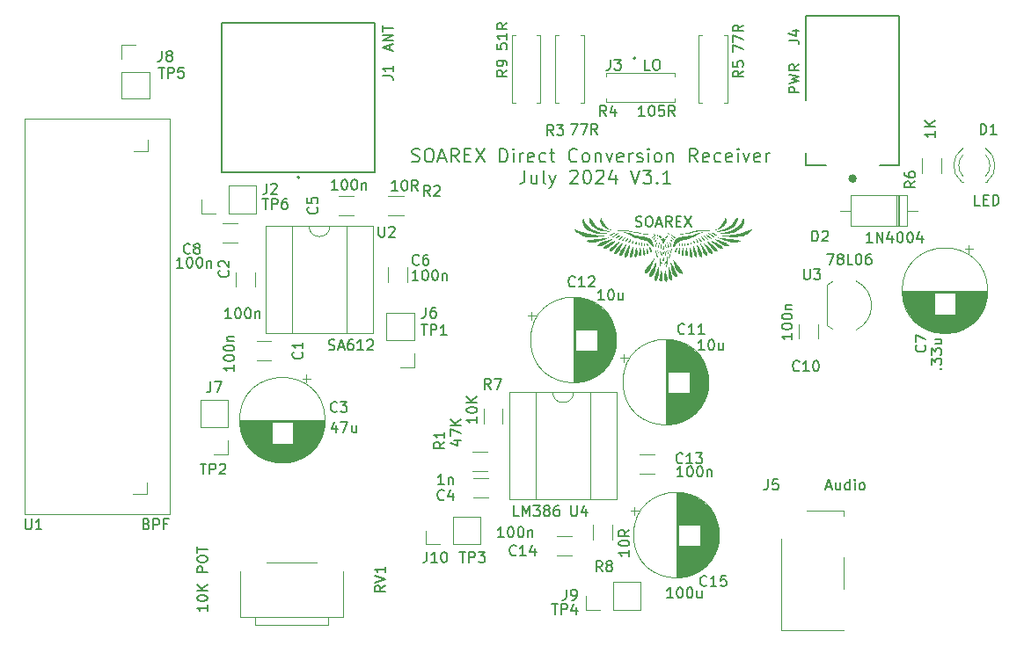
<source format=gbr>
%TF.GenerationSoftware,KiCad,Pcbnew,(6.0.7)*%
%TF.CreationDate,2024-07-20T13:04:07-04:00*%
%TF.ProjectId,DCV v2,44435620-7632-42e6-9b69-6361645f7063,rev?*%
%TF.SameCoordinates,Original*%
%TF.FileFunction,Legend,Top*%
%TF.FilePolarity,Positive*%
%FSLAX46Y46*%
G04 Gerber Fmt 4.6, Leading zero omitted, Abs format (unit mm)*
G04 Created by KiCad (PCBNEW (6.0.7)) date 2024-07-20 13:04:07*
%MOMM*%
%LPD*%
G01*
G04 APERTURE LIST*
%ADD10C,0.200000*%
%ADD11C,0.150000*%
%ADD12C,0.120000*%
%ADD13C,0.127000*%
%ADD14C,0.400000*%
%ADD15C,0.100000*%
G04 APERTURE END LIST*
D10*
X138028190Y-66027690D02*
X138213904Y-66089595D01*
X138523428Y-66089595D01*
X138647238Y-66027690D01*
X138709142Y-65965785D01*
X138771047Y-65841976D01*
X138771047Y-65718166D01*
X138709142Y-65594357D01*
X138647238Y-65532452D01*
X138523428Y-65470547D01*
X138275809Y-65408642D01*
X138152000Y-65346738D01*
X138090095Y-65284833D01*
X138028190Y-65161023D01*
X138028190Y-65037214D01*
X138090095Y-64913404D01*
X138152000Y-64851500D01*
X138275809Y-64789595D01*
X138585333Y-64789595D01*
X138771047Y-64851500D01*
X139575809Y-64789595D02*
X139823428Y-64789595D01*
X139947238Y-64851500D01*
X140071047Y-64975309D01*
X140132952Y-65222928D01*
X140132952Y-65656261D01*
X140071047Y-65903880D01*
X139947238Y-66027690D01*
X139823428Y-66089595D01*
X139575809Y-66089595D01*
X139452000Y-66027690D01*
X139328190Y-65903880D01*
X139266285Y-65656261D01*
X139266285Y-65222928D01*
X139328190Y-64975309D01*
X139452000Y-64851500D01*
X139575809Y-64789595D01*
X140628190Y-65718166D02*
X141247238Y-65718166D01*
X140504380Y-66089595D02*
X140937714Y-64789595D01*
X141371047Y-66089595D01*
X142547238Y-66089595D02*
X142113904Y-65470547D01*
X141804380Y-66089595D02*
X141804380Y-64789595D01*
X142299619Y-64789595D01*
X142423428Y-64851500D01*
X142485333Y-64913404D01*
X142547238Y-65037214D01*
X142547238Y-65222928D01*
X142485333Y-65346738D01*
X142423428Y-65408642D01*
X142299619Y-65470547D01*
X141804380Y-65470547D01*
X143104380Y-65408642D02*
X143537714Y-65408642D01*
X143723428Y-66089595D02*
X143104380Y-66089595D01*
X143104380Y-64789595D01*
X143723428Y-64789595D01*
X144156761Y-64789595D02*
X145023428Y-66089595D01*
X145023428Y-64789595D02*
X144156761Y-66089595D01*
X146509142Y-66089595D02*
X146509142Y-64789595D01*
X146818666Y-64789595D01*
X147004380Y-64851500D01*
X147128190Y-64975309D01*
X147190095Y-65099119D01*
X147252000Y-65346738D01*
X147252000Y-65532452D01*
X147190095Y-65780071D01*
X147128190Y-65903880D01*
X147004380Y-66027690D01*
X146818666Y-66089595D01*
X146509142Y-66089595D01*
X147809142Y-66089595D02*
X147809142Y-65222928D01*
X147809142Y-64789595D02*
X147747238Y-64851500D01*
X147809142Y-64913404D01*
X147871047Y-64851500D01*
X147809142Y-64789595D01*
X147809142Y-64913404D01*
X148428190Y-66089595D02*
X148428190Y-65222928D01*
X148428190Y-65470547D02*
X148490095Y-65346738D01*
X148552000Y-65284833D01*
X148675809Y-65222928D01*
X148799619Y-65222928D01*
X149728190Y-66027690D02*
X149604380Y-66089595D01*
X149356761Y-66089595D01*
X149232952Y-66027690D01*
X149171047Y-65903880D01*
X149171047Y-65408642D01*
X149232952Y-65284833D01*
X149356761Y-65222928D01*
X149604380Y-65222928D01*
X149728190Y-65284833D01*
X149790095Y-65408642D01*
X149790095Y-65532452D01*
X149171047Y-65656261D01*
X150904380Y-66027690D02*
X150780571Y-66089595D01*
X150532952Y-66089595D01*
X150409142Y-66027690D01*
X150347238Y-65965785D01*
X150285333Y-65841976D01*
X150285333Y-65470547D01*
X150347238Y-65346738D01*
X150409142Y-65284833D01*
X150532952Y-65222928D01*
X150780571Y-65222928D01*
X150904380Y-65284833D01*
X151275809Y-65222928D02*
X151771047Y-65222928D01*
X151461523Y-64789595D02*
X151461523Y-65903880D01*
X151523428Y-66027690D01*
X151647238Y-66089595D01*
X151771047Y-66089595D01*
X153937714Y-65965785D02*
X153875809Y-66027690D01*
X153690095Y-66089595D01*
X153566285Y-66089595D01*
X153380571Y-66027690D01*
X153256761Y-65903880D01*
X153194857Y-65780071D01*
X153132952Y-65532452D01*
X153132952Y-65346738D01*
X153194857Y-65099119D01*
X153256761Y-64975309D01*
X153380571Y-64851500D01*
X153566285Y-64789595D01*
X153690095Y-64789595D01*
X153875809Y-64851500D01*
X153937714Y-64913404D01*
X154680571Y-66089595D02*
X154556761Y-66027690D01*
X154494857Y-65965785D01*
X154432952Y-65841976D01*
X154432952Y-65470547D01*
X154494857Y-65346738D01*
X154556761Y-65284833D01*
X154680571Y-65222928D01*
X154866285Y-65222928D01*
X154990095Y-65284833D01*
X155052000Y-65346738D01*
X155113904Y-65470547D01*
X155113904Y-65841976D01*
X155052000Y-65965785D01*
X154990095Y-66027690D01*
X154866285Y-66089595D01*
X154680571Y-66089595D01*
X155671047Y-65222928D02*
X155671047Y-66089595D01*
X155671047Y-65346738D02*
X155732952Y-65284833D01*
X155856761Y-65222928D01*
X156042476Y-65222928D01*
X156166285Y-65284833D01*
X156228190Y-65408642D01*
X156228190Y-66089595D01*
X156723428Y-65222928D02*
X157032952Y-66089595D01*
X157342476Y-65222928D01*
X158332952Y-66027690D02*
X158209142Y-66089595D01*
X157961523Y-66089595D01*
X157837714Y-66027690D01*
X157775809Y-65903880D01*
X157775809Y-65408642D01*
X157837714Y-65284833D01*
X157961523Y-65222928D01*
X158209142Y-65222928D01*
X158332952Y-65284833D01*
X158394857Y-65408642D01*
X158394857Y-65532452D01*
X157775809Y-65656261D01*
X158952000Y-66089595D02*
X158952000Y-65222928D01*
X158952000Y-65470547D02*
X159013904Y-65346738D01*
X159075809Y-65284833D01*
X159199619Y-65222928D01*
X159323428Y-65222928D01*
X159694857Y-66027690D02*
X159818666Y-66089595D01*
X160066285Y-66089595D01*
X160190095Y-66027690D01*
X160252000Y-65903880D01*
X160252000Y-65841976D01*
X160190095Y-65718166D01*
X160066285Y-65656261D01*
X159880571Y-65656261D01*
X159756761Y-65594357D01*
X159694857Y-65470547D01*
X159694857Y-65408642D01*
X159756761Y-65284833D01*
X159880571Y-65222928D01*
X160066285Y-65222928D01*
X160190095Y-65284833D01*
X160809142Y-66089595D02*
X160809142Y-65222928D01*
X160809142Y-64789595D02*
X160747238Y-64851500D01*
X160809142Y-64913404D01*
X160871047Y-64851500D01*
X160809142Y-64789595D01*
X160809142Y-64913404D01*
X161613904Y-66089595D02*
X161490095Y-66027690D01*
X161428190Y-65965785D01*
X161366285Y-65841976D01*
X161366285Y-65470547D01*
X161428190Y-65346738D01*
X161490095Y-65284833D01*
X161613904Y-65222928D01*
X161799619Y-65222928D01*
X161923428Y-65284833D01*
X161985333Y-65346738D01*
X162047238Y-65470547D01*
X162047238Y-65841976D01*
X161985333Y-65965785D01*
X161923428Y-66027690D01*
X161799619Y-66089595D01*
X161613904Y-66089595D01*
X162604380Y-65222928D02*
X162604380Y-66089595D01*
X162604380Y-65346738D02*
X162666285Y-65284833D01*
X162790095Y-65222928D01*
X162975809Y-65222928D01*
X163099619Y-65284833D01*
X163161523Y-65408642D01*
X163161523Y-66089595D01*
X165513904Y-66089595D02*
X165080571Y-65470547D01*
X164771047Y-66089595D02*
X164771047Y-64789595D01*
X165266285Y-64789595D01*
X165390095Y-64851500D01*
X165452000Y-64913404D01*
X165513904Y-65037214D01*
X165513904Y-65222928D01*
X165452000Y-65346738D01*
X165390095Y-65408642D01*
X165266285Y-65470547D01*
X164771047Y-65470547D01*
X166566285Y-66027690D02*
X166442476Y-66089595D01*
X166194857Y-66089595D01*
X166071047Y-66027690D01*
X166009142Y-65903880D01*
X166009142Y-65408642D01*
X166071047Y-65284833D01*
X166194857Y-65222928D01*
X166442476Y-65222928D01*
X166566285Y-65284833D01*
X166628190Y-65408642D01*
X166628190Y-65532452D01*
X166009142Y-65656261D01*
X167742476Y-66027690D02*
X167618666Y-66089595D01*
X167371047Y-66089595D01*
X167247238Y-66027690D01*
X167185333Y-65965785D01*
X167123428Y-65841976D01*
X167123428Y-65470547D01*
X167185333Y-65346738D01*
X167247238Y-65284833D01*
X167371047Y-65222928D01*
X167618666Y-65222928D01*
X167742476Y-65284833D01*
X168794857Y-66027690D02*
X168671047Y-66089595D01*
X168423428Y-66089595D01*
X168299619Y-66027690D01*
X168237714Y-65903880D01*
X168237714Y-65408642D01*
X168299619Y-65284833D01*
X168423428Y-65222928D01*
X168671047Y-65222928D01*
X168794857Y-65284833D01*
X168856761Y-65408642D01*
X168856761Y-65532452D01*
X168237714Y-65656261D01*
X169413904Y-66089595D02*
X169413904Y-65222928D01*
X169413904Y-64789595D02*
X169352000Y-64851500D01*
X169413904Y-64913404D01*
X169475809Y-64851500D01*
X169413904Y-64789595D01*
X169413904Y-64913404D01*
X169909142Y-65222928D02*
X170218666Y-66089595D01*
X170528190Y-65222928D01*
X171518666Y-66027690D02*
X171394857Y-66089595D01*
X171147238Y-66089595D01*
X171023428Y-66027690D01*
X170961523Y-65903880D01*
X170961523Y-65408642D01*
X171023428Y-65284833D01*
X171147238Y-65222928D01*
X171394857Y-65222928D01*
X171518666Y-65284833D01*
X171580571Y-65408642D01*
X171580571Y-65532452D01*
X170961523Y-65656261D01*
X172137714Y-66089595D02*
X172137714Y-65222928D01*
X172137714Y-65470547D02*
X172199619Y-65346738D01*
X172261523Y-65284833D01*
X172385333Y-65222928D01*
X172509142Y-65222928D01*
X148892476Y-66882595D02*
X148892476Y-67811166D01*
X148830571Y-67996880D01*
X148706761Y-68120690D01*
X148521047Y-68182595D01*
X148397238Y-68182595D01*
X150068666Y-67315928D02*
X150068666Y-68182595D01*
X149511523Y-67315928D02*
X149511523Y-67996880D01*
X149573428Y-68120690D01*
X149697238Y-68182595D01*
X149882952Y-68182595D01*
X150006761Y-68120690D01*
X150068666Y-68058785D01*
X150873428Y-68182595D02*
X150749619Y-68120690D01*
X150687714Y-67996880D01*
X150687714Y-66882595D01*
X151244857Y-67315928D02*
X151554380Y-68182595D01*
X151863904Y-67315928D02*
X151554380Y-68182595D01*
X151430571Y-68492119D01*
X151368666Y-68554023D01*
X151244857Y-68615928D01*
X153287714Y-67006404D02*
X153349619Y-66944500D01*
X153473428Y-66882595D01*
X153782952Y-66882595D01*
X153906761Y-66944500D01*
X153968666Y-67006404D01*
X154030571Y-67130214D01*
X154030571Y-67254023D01*
X153968666Y-67439738D01*
X153225809Y-68182595D01*
X154030571Y-68182595D01*
X154835333Y-66882595D02*
X154959142Y-66882595D01*
X155082952Y-66944500D01*
X155144857Y-67006404D01*
X155206761Y-67130214D01*
X155268666Y-67377833D01*
X155268666Y-67687357D01*
X155206761Y-67934976D01*
X155144857Y-68058785D01*
X155082952Y-68120690D01*
X154959142Y-68182595D01*
X154835333Y-68182595D01*
X154711523Y-68120690D01*
X154649619Y-68058785D01*
X154587714Y-67934976D01*
X154525809Y-67687357D01*
X154525809Y-67377833D01*
X154587714Y-67130214D01*
X154649619Y-67006404D01*
X154711523Y-66944500D01*
X154835333Y-66882595D01*
X155763904Y-67006404D02*
X155825809Y-66944500D01*
X155949619Y-66882595D01*
X156259142Y-66882595D01*
X156382952Y-66944500D01*
X156444857Y-67006404D01*
X156506761Y-67130214D01*
X156506761Y-67254023D01*
X156444857Y-67439738D01*
X155702000Y-68182595D01*
X156506761Y-68182595D01*
X157621047Y-67315928D02*
X157621047Y-68182595D01*
X157311523Y-66820690D02*
X157002000Y-67749261D01*
X157806761Y-67749261D01*
X159106761Y-66882595D02*
X159540095Y-68182595D01*
X159973428Y-66882595D01*
X160282952Y-66882595D02*
X161087714Y-66882595D01*
X160654380Y-67377833D01*
X160840095Y-67377833D01*
X160963904Y-67439738D01*
X161025809Y-67501642D01*
X161087714Y-67625452D01*
X161087714Y-67934976D01*
X161025809Y-68058785D01*
X160963904Y-68120690D01*
X160840095Y-68182595D01*
X160468666Y-68182595D01*
X160344857Y-68120690D01*
X160282952Y-68058785D01*
X161644857Y-68058785D02*
X161706761Y-68120690D01*
X161644857Y-68182595D01*
X161582952Y-68120690D01*
X161644857Y-68058785D01*
X161644857Y-68182595D01*
X162944857Y-68182595D02*
X162202000Y-68182595D01*
X162573428Y-68182595D02*
X162573428Y-66882595D01*
X162449619Y-67068309D01*
X162325809Y-67192119D01*
X162202000Y-67254023D01*
D11*
%TO.C,J10*%
X139461976Y-103655880D02*
X139461976Y-104370166D01*
X139414357Y-104513023D01*
X139319119Y-104608261D01*
X139176261Y-104655880D01*
X139081023Y-104655880D01*
X140461976Y-104655880D02*
X139890547Y-104655880D01*
X140176261Y-104655880D02*
X140176261Y-103655880D01*
X140081023Y-103798738D01*
X139985785Y-103893976D01*
X139890547Y-103941595D01*
X141081023Y-103655880D02*
X141176261Y-103655880D01*
X141271500Y-103703500D01*
X141319119Y-103751119D01*
X141366738Y-103846357D01*
X141414357Y-104036833D01*
X141414357Y-104274928D01*
X141366738Y-104465404D01*
X141319119Y-104560642D01*
X141271500Y-104608261D01*
X141176261Y-104655880D01*
X141081023Y-104655880D01*
X140985785Y-104608261D01*
X140938166Y-104560642D01*
X140890547Y-104465404D01*
X140842928Y-104274928D01*
X140842928Y-104036833D01*
X140890547Y-103846357D01*
X140938166Y-103751119D01*
X140985785Y-103703500D01*
X141081023Y-103655880D01*
X142629095Y-103655880D02*
X143200523Y-103655880D01*
X142914809Y-104655880D02*
X142914809Y-103655880D01*
X143533857Y-104655880D02*
X143533857Y-103655880D01*
X143914809Y-103655880D01*
X144010047Y-103703500D01*
X144057666Y-103751119D01*
X144105285Y-103846357D01*
X144105285Y-103989214D01*
X144057666Y-104084452D01*
X144010047Y-104132071D01*
X143914809Y-104179690D01*
X143533857Y-104179690D01*
X144438619Y-103655880D02*
X145057666Y-103655880D01*
X144724333Y-104036833D01*
X144867190Y-104036833D01*
X144962428Y-104084452D01*
X145010047Y-104132071D01*
X145057666Y-104227309D01*
X145057666Y-104465404D01*
X145010047Y-104560642D01*
X144962428Y-104608261D01*
X144867190Y-104655880D01*
X144581476Y-104655880D01*
X144486238Y-104608261D01*
X144438619Y-104560642D01*
%TO.C,C7*%
X187404642Y-83757015D02*
X187452261Y-83804634D01*
X187499880Y-83947491D01*
X187499880Y-84042729D01*
X187452261Y-84185587D01*
X187357023Y-84280825D01*
X187261785Y-84328444D01*
X187071309Y-84376063D01*
X186928452Y-84376063D01*
X186737976Y-84328444D01*
X186642738Y-84280825D01*
X186547500Y-84185587D01*
X186499880Y-84042729D01*
X186499880Y-83947491D01*
X186547500Y-83804634D01*
X186595119Y-83757015D01*
X186499880Y-83423682D02*
X186499880Y-82757015D01*
X187499880Y-83185587D01*
X188928642Y-86011110D02*
X188976261Y-85963491D01*
X189023880Y-86011110D01*
X188976261Y-86058729D01*
X188928642Y-86011110D01*
X189023880Y-86011110D01*
X188023880Y-85630158D02*
X188023880Y-85011110D01*
X188404833Y-85344444D01*
X188404833Y-85201587D01*
X188452452Y-85106349D01*
X188500071Y-85058729D01*
X188595309Y-85011110D01*
X188833404Y-85011110D01*
X188928642Y-85058729D01*
X188976261Y-85106349D01*
X189023880Y-85201587D01*
X189023880Y-85487301D01*
X188976261Y-85582539D01*
X188928642Y-85630158D01*
X188023880Y-84677777D02*
X188023880Y-84058729D01*
X188404833Y-84392063D01*
X188404833Y-84249206D01*
X188452452Y-84153968D01*
X188500071Y-84106349D01*
X188595309Y-84058729D01*
X188833404Y-84058729D01*
X188928642Y-84106349D01*
X188976261Y-84153968D01*
X189023880Y-84249206D01*
X189023880Y-84534920D01*
X188976261Y-84630158D01*
X188928642Y-84677777D01*
X188357214Y-83201587D02*
X189023880Y-83201587D01*
X188357214Y-83630158D02*
X188881023Y-83630158D01*
X188976261Y-83582539D01*
X189023880Y-83487301D01*
X189023880Y-83344444D01*
X188976261Y-83249206D01*
X188928642Y-83201587D01*
%TO.C,C11*%
X164266293Y-82579642D02*
X164218674Y-82627261D01*
X164075817Y-82674880D01*
X163980579Y-82674880D01*
X163837722Y-82627261D01*
X163742484Y-82532023D01*
X163694865Y-82436785D01*
X163647246Y-82246309D01*
X163647246Y-82103452D01*
X163694865Y-81912976D01*
X163742484Y-81817738D01*
X163837722Y-81722500D01*
X163980579Y-81674880D01*
X164075817Y-81674880D01*
X164218674Y-81722500D01*
X164266293Y-81770119D01*
X165218674Y-82674880D02*
X164647246Y-82674880D01*
X164932960Y-82674880D02*
X164932960Y-81674880D01*
X164837722Y-81817738D01*
X164742484Y-81912976D01*
X164647246Y-81960595D01*
X166171055Y-82674880D02*
X165599627Y-82674880D01*
X165885341Y-82674880D02*
X165885341Y-81674880D01*
X165790103Y-81817738D01*
X165694865Y-81912976D01*
X165599627Y-81960595D01*
X166171642Y-84208880D02*
X165600214Y-84208880D01*
X165885928Y-84208880D02*
X165885928Y-83208880D01*
X165790690Y-83351738D01*
X165695452Y-83446976D01*
X165600214Y-83494595D01*
X166790690Y-83208880D02*
X166885928Y-83208880D01*
X166981166Y-83256500D01*
X167028785Y-83304119D01*
X167076404Y-83399357D01*
X167124023Y-83589833D01*
X167124023Y-83827928D01*
X167076404Y-84018404D01*
X167028785Y-84113642D01*
X166981166Y-84161261D01*
X166885928Y-84208880D01*
X166790690Y-84208880D01*
X166695452Y-84161261D01*
X166647833Y-84113642D01*
X166600214Y-84018404D01*
X166552595Y-83827928D01*
X166552595Y-83589833D01*
X166600214Y-83399357D01*
X166647833Y-83304119D01*
X166695452Y-83256500D01*
X166790690Y-83208880D01*
X167981166Y-83542214D02*
X167981166Y-84208880D01*
X167552595Y-83542214D02*
X167552595Y-84066023D01*
X167600214Y-84161261D01*
X167695452Y-84208880D01*
X167838309Y-84208880D01*
X167933547Y-84161261D01*
X167981166Y-84113642D01*
%TO.C,C8*%
X116673333Y-74842642D02*
X116625714Y-74890261D01*
X116482857Y-74937880D01*
X116387619Y-74937880D01*
X116244761Y-74890261D01*
X116149523Y-74795023D01*
X116101904Y-74699785D01*
X116054285Y-74509309D01*
X116054285Y-74366452D01*
X116101904Y-74175976D01*
X116149523Y-74080738D01*
X116244761Y-73985500D01*
X116387619Y-73937880D01*
X116482857Y-73937880D01*
X116625714Y-73985500D01*
X116673333Y-74033119D01*
X117244761Y-74366452D02*
X117149523Y-74318833D01*
X117101904Y-74271214D01*
X117054285Y-74175976D01*
X117054285Y-74128357D01*
X117101904Y-74033119D01*
X117149523Y-73985500D01*
X117244761Y-73937880D01*
X117435238Y-73937880D01*
X117530476Y-73985500D01*
X117578095Y-74033119D01*
X117625714Y-74128357D01*
X117625714Y-74175976D01*
X117578095Y-74271214D01*
X117530476Y-74318833D01*
X117435238Y-74366452D01*
X117244761Y-74366452D01*
X117149523Y-74414071D01*
X117101904Y-74461690D01*
X117054285Y-74556928D01*
X117054285Y-74747404D01*
X117101904Y-74842642D01*
X117149523Y-74890261D01*
X117244761Y-74937880D01*
X117435238Y-74937880D01*
X117530476Y-74890261D01*
X117578095Y-74842642D01*
X117625714Y-74747404D01*
X117625714Y-74556928D01*
X117578095Y-74461690D01*
X117530476Y-74414071D01*
X117435238Y-74366452D01*
X115974952Y-76271380D02*
X115403523Y-76271380D01*
X115689238Y-76271380D02*
X115689238Y-75271380D01*
X115594000Y-75414238D01*
X115498761Y-75509476D01*
X115403523Y-75557095D01*
X116594000Y-75271380D02*
X116689238Y-75271380D01*
X116784476Y-75319000D01*
X116832095Y-75366619D01*
X116879714Y-75461857D01*
X116927333Y-75652333D01*
X116927333Y-75890428D01*
X116879714Y-76080904D01*
X116832095Y-76176142D01*
X116784476Y-76223761D01*
X116689238Y-76271380D01*
X116594000Y-76271380D01*
X116498761Y-76223761D01*
X116451142Y-76176142D01*
X116403523Y-76080904D01*
X116355904Y-75890428D01*
X116355904Y-75652333D01*
X116403523Y-75461857D01*
X116451142Y-75366619D01*
X116498761Y-75319000D01*
X116594000Y-75271380D01*
X117546380Y-75271380D02*
X117641619Y-75271380D01*
X117736857Y-75319000D01*
X117784476Y-75366619D01*
X117832095Y-75461857D01*
X117879714Y-75652333D01*
X117879714Y-75890428D01*
X117832095Y-76080904D01*
X117784476Y-76176142D01*
X117736857Y-76223761D01*
X117641619Y-76271380D01*
X117546380Y-76271380D01*
X117451142Y-76223761D01*
X117403523Y-76176142D01*
X117355904Y-76080904D01*
X117308285Y-75890428D01*
X117308285Y-75652333D01*
X117355904Y-75461857D01*
X117403523Y-75366619D01*
X117451142Y-75319000D01*
X117546380Y-75271380D01*
X118308285Y-75604714D02*
X118308285Y-76271380D01*
X118308285Y-75699952D02*
X118355904Y-75652333D01*
X118451142Y-75604714D01*
X118594000Y-75604714D01*
X118689238Y-75652333D01*
X118736857Y-75747571D01*
X118736857Y-76271380D01*
%TO.C,J4*%
X174307428Y-54372109D02*
X175022304Y-54372109D01*
X175165279Y-54419767D01*
X175260596Y-54515084D01*
X175308255Y-54658059D01*
X175308255Y-54753376D01*
X174641037Y-53466598D02*
X175308255Y-53466598D01*
X174259769Y-53704891D02*
X174974646Y-53943183D01*
X174974646Y-53323623D01*
X175308415Y-59407908D02*
X174307234Y-59407908D01*
X174307234Y-59026505D01*
X174354909Y-58931155D01*
X174402584Y-58883479D01*
X174497935Y-58835804D01*
X174640961Y-58835804D01*
X174736311Y-58883479D01*
X174783987Y-58931155D01*
X174831662Y-59026505D01*
X174831662Y-59407908D01*
X174307234Y-58502077D02*
X175308415Y-58263701D01*
X174593285Y-58073000D01*
X175308415Y-57882298D01*
X174307234Y-57643922D01*
X175308415Y-56690416D02*
X174831662Y-57024143D01*
X175308415Y-57262520D02*
X174307234Y-57262520D01*
X174307234Y-56881117D01*
X174354909Y-56785767D01*
X174402584Y-56738092D01*
X174497935Y-56690416D01*
X174640961Y-56690416D01*
X174736311Y-56738092D01*
X174783987Y-56785767D01*
X174831662Y-56881117D01*
X174831662Y-57262520D01*
%TO.C,R7*%
X145642033Y-87968080D02*
X145308700Y-87491890D01*
X145070604Y-87968080D02*
X145070604Y-86968080D01*
X145451557Y-86968080D01*
X145546795Y-87015700D01*
X145594414Y-87063319D01*
X145642033Y-87158557D01*
X145642033Y-87301414D01*
X145594414Y-87396652D01*
X145546795Y-87444271D01*
X145451557Y-87491890D01*
X145070604Y-87491890D01*
X145975366Y-86968080D02*
X146642033Y-86968080D01*
X146213461Y-87968080D01*
X144305280Y-90644576D02*
X144305280Y-91216004D01*
X144305280Y-90930290D02*
X143305280Y-90930290D01*
X143448138Y-91025528D01*
X143543376Y-91120766D01*
X143590995Y-91216004D01*
X143305280Y-90025528D02*
X143305280Y-89930290D01*
X143352900Y-89835052D01*
X143400519Y-89787433D01*
X143495757Y-89739814D01*
X143686233Y-89692195D01*
X143924328Y-89692195D01*
X144114804Y-89739814D01*
X144210042Y-89787433D01*
X144257661Y-89835052D01*
X144305280Y-89930290D01*
X144305280Y-90025528D01*
X144257661Y-90120766D01*
X144210042Y-90168385D01*
X144114804Y-90216004D01*
X143924328Y-90263623D01*
X143686233Y-90263623D01*
X143495757Y-90216004D01*
X143400519Y-90168385D01*
X143352900Y-90120766D01*
X143305280Y-90025528D01*
X144305280Y-89263623D02*
X143305280Y-89263623D01*
X144305280Y-88692195D02*
X143733852Y-89120766D01*
X143305280Y-88692195D02*
X143876709Y-89263623D01*
%TO.C,R4*%
X156741833Y-61666380D02*
X156408500Y-61190190D01*
X156170404Y-61666380D02*
X156170404Y-60666380D01*
X156551357Y-60666380D01*
X156646595Y-60714000D01*
X156694214Y-60761619D01*
X156741833Y-60856857D01*
X156741833Y-60999714D01*
X156694214Y-61094952D01*
X156646595Y-61142571D01*
X156551357Y-61190190D01*
X156170404Y-61190190D01*
X157598976Y-60999714D02*
X157598976Y-61666380D01*
X157360880Y-60618761D02*
X157122785Y-61333047D01*
X157741833Y-61333047D01*
X160440833Y-61666380D02*
X159869404Y-61666380D01*
X160155119Y-61666380D02*
X160155119Y-60666380D01*
X160059880Y-60809238D01*
X159964642Y-60904476D01*
X159869404Y-60952095D01*
X161059880Y-60666380D02*
X161155119Y-60666380D01*
X161250357Y-60714000D01*
X161297976Y-60761619D01*
X161345595Y-60856857D01*
X161393214Y-61047333D01*
X161393214Y-61285428D01*
X161345595Y-61475904D01*
X161297976Y-61571142D01*
X161250357Y-61618761D01*
X161155119Y-61666380D01*
X161059880Y-61666380D01*
X160964642Y-61618761D01*
X160917023Y-61571142D01*
X160869404Y-61475904D01*
X160821785Y-61285428D01*
X160821785Y-61047333D01*
X160869404Y-60856857D01*
X160917023Y-60761619D01*
X160964642Y-60714000D01*
X161059880Y-60666380D01*
X162297976Y-60666380D02*
X161821785Y-60666380D01*
X161774166Y-61142571D01*
X161821785Y-61094952D01*
X161917023Y-61047333D01*
X162155119Y-61047333D01*
X162250357Y-61094952D01*
X162297976Y-61142571D01*
X162345595Y-61237809D01*
X162345595Y-61475904D01*
X162297976Y-61571142D01*
X162250357Y-61618761D01*
X162155119Y-61666380D01*
X161917023Y-61666380D01*
X161821785Y-61618761D01*
X161774166Y-61571142D01*
X163345595Y-61666380D02*
X163012261Y-61190190D01*
X162774166Y-61666380D02*
X162774166Y-60666380D01*
X163155119Y-60666380D01*
X163250357Y-60714000D01*
X163297976Y-60761619D01*
X163345595Y-60856857D01*
X163345595Y-60999714D01*
X163297976Y-61094952D01*
X163250357Y-61142571D01*
X163155119Y-61190190D01*
X162774166Y-61190190D01*
%TO.C,R9*%
X147200880Y-57253166D02*
X146724690Y-57586500D01*
X147200880Y-57824595D02*
X146200880Y-57824595D01*
X146200880Y-57443642D01*
X146248500Y-57348404D01*
X146296119Y-57300785D01*
X146391357Y-57253166D01*
X146534214Y-57253166D01*
X146629452Y-57300785D01*
X146677071Y-57348404D01*
X146724690Y-57443642D01*
X146724690Y-57824595D01*
X147200880Y-56776976D02*
X147200880Y-56586500D01*
X147153261Y-56491261D01*
X147105642Y-56443642D01*
X146962785Y-56348404D01*
X146772309Y-56300785D01*
X146391357Y-56300785D01*
X146296119Y-56348404D01*
X146248500Y-56396023D01*
X146200880Y-56491261D01*
X146200880Y-56681738D01*
X146248500Y-56776976D01*
X146296119Y-56824595D01*
X146391357Y-56872214D01*
X146629452Y-56872214D01*
X146724690Y-56824595D01*
X146772309Y-56776976D01*
X146819928Y-56681738D01*
X146819928Y-56491261D01*
X146772309Y-56396023D01*
X146724690Y-56348404D01*
X146629452Y-56300785D01*
X146200880Y-54713095D02*
X146200880Y-55189285D01*
X146677071Y-55236904D01*
X146629452Y-55189285D01*
X146581833Y-55094047D01*
X146581833Y-54855952D01*
X146629452Y-54760714D01*
X146677071Y-54713095D01*
X146772309Y-54665476D01*
X147010404Y-54665476D01*
X147105642Y-54713095D01*
X147153261Y-54760714D01*
X147200880Y-54855952D01*
X147200880Y-55094047D01*
X147153261Y-55189285D01*
X147105642Y-55236904D01*
X147200880Y-53713095D02*
X147200880Y-54284523D01*
X147200880Y-53998809D02*
X146200880Y-53998809D01*
X146343738Y-54094047D01*
X146438976Y-54189285D01*
X146486595Y-54284523D01*
X147200880Y-52713095D02*
X146724690Y-53046428D01*
X147200880Y-53284523D02*
X146200880Y-53284523D01*
X146200880Y-52903571D01*
X146248500Y-52808333D01*
X146296119Y-52760714D01*
X146391357Y-52713095D01*
X146534214Y-52713095D01*
X146629452Y-52760714D01*
X146677071Y-52808333D01*
X146724690Y-52903571D01*
X146724690Y-53284523D01*
%TO.C,C2*%
X120334042Y-76557166D02*
X120381661Y-76604785D01*
X120429280Y-76747642D01*
X120429280Y-76842880D01*
X120381661Y-76985738D01*
X120286423Y-77080976D01*
X120191185Y-77128595D01*
X120000709Y-77176214D01*
X119857852Y-77176214D01*
X119667376Y-77128595D01*
X119572138Y-77080976D01*
X119476900Y-76985738D01*
X119429280Y-76842880D01*
X119429280Y-76747642D01*
X119476900Y-76604785D01*
X119524519Y-76557166D01*
X119524519Y-76176214D02*
X119476900Y-76128595D01*
X119429280Y-76033357D01*
X119429280Y-75795261D01*
X119476900Y-75700023D01*
X119524519Y-75652404D01*
X119619757Y-75604785D01*
X119714995Y-75604785D01*
X119857852Y-75652404D01*
X120429280Y-76223833D01*
X120429280Y-75604785D01*
X120635852Y-81160880D02*
X120064423Y-81160880D01*
X120350138Y-81160880D02*
X120350138Y-80160880D01*
X120254900Y-80303738D01*
X120159661Y-80398976D01*
X120064423Y-80446595D01*
X121254900Y-80160880D02*
X121350138Y-80160880D01*
X121445376Y-80208500D01*
X121492995Y-80256119D01*
X121540614Y-80351357D01*
X121588233Y-80541833D01*
X121588233Y-80779928D01*
X121540614Y-80970404D01*
X121492995Y-81065642D01*
X121445376Y-81113261D01*
X121350138Y-81160880D01*
X121254900Y-81160880D01*
X121159661Y-81113261D01*
X121112042Y-81065642D01*
X121064423Y-80970404D01*
X121016804Y-80779928D01*
X121016804Y-80541833D01*
X121064423Y-80351357D01*
X121112042Y-80256119D01*
X121159661Y-80208500D01*
X121254900Y-80160880D01*
X122207280Y-80160880D02*
X122302519Y-80160880D01*
X122397757Y-80208500D01*
X122445376Y-80256119D01*
X122492995Y-80351357D01*
X122540614Y-80541833D01*
X122540614Y-80779928D01*
X122492995Y-80970404D01*
X122445376Y-81065642D01*
X122397757Y-81113261D01*
X122302519Y-81160880D01*
X122207280Y-81160880D01*
X122112042Y-81113261D01*
X122064423Y-81065642D01*
X122016804Y-80970404D01*
X121969185Y-80779928D01*
X121969185Y-80541833D01*
X122016804Y-80351357D01*
X122064423Y-80256119D01*
X122112042Y-80208500D01*
X122207280Y-80160880D01*
X122969185Y-80494214D02*
X122969185Y-81160880D01*
X122969185Y-80589452D02*
X123016804Y-80541833D01*
X123112042Y-80494214D01*
X123254900Y-80494214D01*
X123350138Y-80541833D01*
X123397757Y-80637071D01*
X123397757Y-81160880D01*
%TO.C,U4*%
X153342595Y-99200880D02*
X153342595Y-100010404D01*
X153390214Y-100105642D01*
X153437833Y-100153261D01*
X153533071Y-100200880D01*
X153723547Y-100200880D01*
X153818785Y-100153261D01*
X153866404Y-100105642D01*
X153914023Y-100010404D01*
X153914023Y-99200880D01*
X154818785Y-99534214D02*
X154818785Y-100200880D01*
X154580690Y-99153261D02*
X154342595Y-99867547D01*
X154961642Y-99867547D01*
X148350023Y-100200880D02*
X147873833Y-100200880D01*
X147873833Y-99200880D01*
X148683357Y-100200880D02*
X148683357Y-99200880D01*
X149016690Y-99915166D01*
X149350023Y-99200880D01*
X149350023Y-100200880D01*
X149730976Y-99200880D02*
X150350023Y-99200880D01*
X150016690Y-99581833D01*
X150159547Y-99581833D01*
X150254785Y-99629452D01*
X150302404Y-99677071D01*
X150350023Y-99772309D01*
X150350023Y-100010404D01*
X150302404Y-100105642D01*
X150254785Y-100153261D01*
X150159547Y-100200880D01*
X149873833Y-100200880D01*
X149778595Y-100153261D01*
X149730976Y-100105642D01*
X150921452Y-99629452D02*
X150826214Y-99581833D01*
X150778595Y-99534214D01*
X150730976Y-99438976D01*
X150730976Y-99391357D01*
X150778595Y-99296119D01*
X150826214Y-99248500D01*
X150921452Y-99200880D01*
X151111928Y-99200880D01*
X151207166Y-99248500D01*
X151254785Y-99296119D01*
X151302404Y-99391357D01*
X151302404Y-99438976D01*
X151254785Y-99534214D01*
X151207166Y-99581833D01*
X151111928Y-99629452D01*
X150921452Y-99629452D01*
X150826214Y-99677071D01*
X150778595Y-99724690D01*
X150730976Y-99819928D01*
X150730976Y-100010404D01*
X150778595Y-100105642D01*
X150826214Y-100153261D01*
X150921452Y-100200880D01*
X151111928Y-100200880D01*
X151207166Y-100153261D01*
X151254785Y-100105642D01*
X151302404Y-100010404D01*
X151302404Y-99819928D01*
X151254785Y-99724690D01*
X151207166Y-99677071D01*
X151111928Y-99629452D01*
X152159547Y-99200880D02*
X151969071Y-99200880D01*
X151873833Y-99248500D01*
X151826214Y-99296119D01*
X151730976Y-99438976D01*
X151683357Y-99629452D01*
X151683357Y-100010404D01*
X151730976Y-100105642D01*
X151778595Y-100153261D01*
X151873833Y-100200880D01*
X152064309Y-100200880D01*
X152159547Y-100153261D01*
X152207166Y-100105642D01*
X152254785Y-100010404D01*
X152254785Y-99772309D01*
X152207166Y-99677071D01*
X152159547Y-99629452D01*
X152064309Y-99581833D01*
X151873833Y-99581833D01*
X151778595Y-99629452D01*
X151730976Y-99677071D01*
X151683357Y-99772309D01*
%TO.C,U3*%
X175768095Y-76414380D02*
X175768095Y-77223904D01*
X175815714Y-77319142D01*
X175863333Y-77366761D01*
X175958571Y-77414380D01*
X176149047Y-77414380D01*
X176244285Y-77366761D01*
X176291904Y-77319142D01*
X176339523Y-77223904D01*
X176339523Y-76414380D01*
X176720476Y-76414380D02*
X177339523Y-76414380D01*
X177006190Y-76795333D01*
X177149047Y-76795333D01*
X177244285Y-76842952D01*
X177291904Y-76890571D01*
X177339523Y-76985809D01*
X177339523Y-77223904D01*
X177291904Y-77319142D01*
X177244285Y-77366761D01*
X177149047Y-77414380D01*
X176863333Y-77414380D01*
X176768095Y-77366761D01*
X176720476Y-77319142D01*
X177982833Y-74953880D02*
X178649500Y-74953880D01*
X178220928Y-75953880D01*
X179173309Y-75382452D02*
X179078071Y-75334833D01*
X179030452Y-75287214D01*
X178982833Y-75191976D01*
X178982833Y-75144357D01*
X179030452Y-75049119D01*
X179078071Y-75001500D01*
X179173309Y-74953880D01*
X179363785Y-74953880D01*
X179459023Y-75001500D01*
X179506642Y-75049119D01*
X179554261Y-75144357D01*
X179554261Y-75191976D01*
X179506642Y-75287214D01*
X179459023Y-75334833D01*
X179363785Y-75382452D01*
X179173309Y-75382452D01*
X179078071Y-75430071D01*
X179030452Y-75477690D01*
X178982833Y-75572928D01*
X178982833Y-75763404D01*
X179030452Y-75858642D01*
X179078071Y-75906261D01*
X179173309Y-75953880D01*
X179363785Y-75953880D01*
X179459023Y-75906261D01*
X179506642Y-75858642D01*
X179554261Y-75763404D01*
X179554261Y-75572928D01*
X179506642Y-75477690D01*
X179459023Y-75430071D01*
X179363785Y-75382452D01*
X180459023Y-75953880D02*
X179982833Y-75953880D01*
X179982833Y-74953880D01*
X180982833Y-74953880D02*
X181078071Y-74953880D01*
X181173309Y-75001500D01*
X181220928Y-75049119D01*
X181268547Y-75144357D01*
X181316166Y-75334833D01*
X181316166Y-75572928D01*
X181268547Y-75763404D01*
X181220928Y-75858642D01*
X181173309Y-75906261D01*
X181078071Y-75953880D01*
X180982833Y-75953880D01*
X180887595Y-75906261D01*
X180839976Y-75858642D01*
X180792357Y-75763404D01*
X180744738Y-75572928D01*
X180744738Y-75334833D01*
X180792357Y-75144357D01*
X180839976Y-75049119D01*
X180887595Y-75001500D01*
X180982833Y-74953880D01*
X182173309Y-74953880D02*
X181982833Y-74953880D01*
X181887595Y-75001500D01*
X181839976Y-75049119D01*
X181744738Y-75191976D01*
X181697119Y-75382452D01*
X181697119Y-75763404D01*
X181744738Y-75858642D01*
X181792357Y-75906261D01*
X181887595Y-75953880D01*
X182078071Y-75953880D01*
X182173309Y-75906261D01*
X182220928Y-75858642D01*
X182268547Y-75763404D01*
X182268547Y-75525309D01*
X182220928Y-75430071D01*
X182173309Y-75382452D01*
X182078071Y-75334833D01*
X181887595Y-75334833D01*
X181792357Y-75382452D01*
X181744738Y-75430071D01*
X181697119Y-75525309D01*
%TO.C,J6*%
X139366666Y-80097380D02*
X139366666Y-80811666D01*
X139319047Y-80954523D01*
X139223809Y-81049761D01*
X139080952Y-81097380D01*
X138985714Y-81097380D01*
X140271428Y-80097380D02*
X140080952Y-80097380D01*
X139985714Y-80145000D01*
X139938095Y-80192619D01*
X139842857Y-80335476D01*
X139795238Y-80525952D01*
X139795238Y-80906904D01*
X139842857Y-81002142D01*
X139890476Y-81049761D01*
X139985714Y-81097380D01*
X140176190Y-81097380D01*
X140271428Y-81049761D01*
X140319047Y-81002142D01*
X140366666Y-80906904D01*
X140366666Y-80668809D01*
X140319047Y-80573571D01*
X140271428Y-80525952D01*
X140176190Y-80478333D01*
X139985714Y-80478333D01*
X139890476Y-80525952D01*
X139842857Y-80573571D01*
X139795238Y-80668809D01*
X138946095Y-81748380D02*
X139517523Y-81748380D01*
X139231809Y-82748380D02*
X139231809Y-81748380D01*
X139850857Y-82748380D02*
X139850857Y-81748380D01*
X140231809Y-81748380D01*
X140327047Y-81796000D01*
X140374666Y-81843619D01*
X140422285Y-81938857D01*
X140422285Y-82081714D01*
X140374666Y-82176952D01*
X140327047Y-82224571D01*
X140231809Y-82272190D01*
X139850857Y-82272190D01*
X141374666Y-82748380D02*
X140803238Y-82748380D01*
X141088952Y-82748380D02*
X141088952Y-81748380D01*
X140993714Y-81891238D01*
X140898476Y-81986476D01*
X140803238Y-82034095D01*
%TO.C,R8*%
X156360484Y-105534880D02*
X156027151Y-105058690D01*
X155789055Y-105534880D02*
X155789055Y-104534880D01*
X156170008Y-104534880D01*
X156265246Y-104582500D01*
X156312865Y-104630119D01*
X156360484Y-104725357D01*
X156360484Y-104868214D01*
X156312865Y-104963452D01*
X156265246Y-105011071D01*
X156170008Y-105058690D01*
X155789055Y-105058690D01*
X156931912Y-104963452D02*
X156836674Y-104915833D01*
X156789055Y-104868214D01*
X156741436Y-104772976D01*
X156741436Y-104725357D01*
X156789055Y-104630119D01*
X156836674Y-104582500D01*
X156931912Y-104534880D01*
X157122389Y-104534880D01*
X157217627Y-104582500D01*
X157265246Y-104630119D01*
X157312865Y-104725357D01*
X157312865Y-104772976D01*
X157265246Y-104868214D01*
X157217627Y-104915833D01*
X157122389Y-104963452D01*
X156931912Y-104963452D01*
X156836674Y-105011071D01*
X156789055Y-105058690D01*
X156741436Y-105153928D01*
X156741436Y-105344404D01*
X156789055Y-105439642D01*
X156836674Y-105487261D01*
X156931912Y-105534880D01*
X157122389Y-105534880D01*
X157217627Y-105487261D01*
X157265246Y-105439642D01*
X157312865Y-105344404D01*
X157312865Y-105153928D01*
X157265246Y-105058690D01*
X157217627Y-105011071D01*
X157122389Y-104963452D01*
X158948380Y-103486976D02*
X158948380Y-104058404D01*
X158948380Y-103772690D02*
X157948380Y-103772690D01*
X158091238Y-103867928D01*
X158186476Y-103963166D01*
X158234095Y-104058404D01*
X157948380Y-102867928D02*
X157948380Y-102772690D01*
X157996000Y-102677452D01*
X158043619Y-102629833D01*
X158138857Y-102582214D01*
X158329333Y-102534595D01*
X158567428Y-102534595D01*
X158757904Y-102582214D01*
X158853142Y-102629833D01*
X158900761Y-102677452D01*
X158948380Y-102772690D01*
X158948380Y-102867928D01*
X158900761Y-102963166D01*
X158853142Y-103010785D01*
X158757904Y-103058404D01*
X158567428Y-103106023D01*
X158329333Y-103106023D01*
X158138857Y-103058404D01*
X158043619Y-103010785D01*
X157996000Y-102963166D01*
X157948380Y-102867928D01*
X158948380Y-101534595D02*
X158472190Y-101867928D01*
X158948380Y-102106023D02*
X157948380Y-102106023D01*
X157948380Y-101725071D01*
X157996000Y-101629833D01*
X158043619Y-101582214D01*
X158138857Y-101534595D01*
X158281714Y-101534595D01*
X158376952Y-101582214D01*
X158424571Y-101629833D01*
X158472190Y-101725071D01*
X158472190Y-102106023D01*
%TO.C,C15*%
X166400242Y-106846642D02*
X166352623Y-106894261D01*
X166209766Y-106941880D01*
X166114528Y-106941880D01*
X165971671Y-106894261D01*
X165876433Y-106799023D01*
X165828814Y-106703785D01*
X165781195Y-106513309D01*
X165781195Y-106370452D01*
X165828814Y-106179976D01*
X165876433Y-106084738D01*
X165971671Y-105989500D01*
X166114528Y-105941880D01*
X166209766Y-105941880D01*
X166352623Y-105989500D01*
X166400242Y-106037119D01*
X167352623Y-106941880D02*
X166781195Y-106941880D01*
X167066909Y-106941880D02*
X167066909Y-105941880D01*
X166971671Y-106084738D01*
X166876433Y-106179976D01*
X166781195Y-106227595D01*
X168257385Y-105941880D02*
X167781195Y-105941880D01*
X167733576Y-106418071D01*
X167781195Y-106370452D01*
X167876433Y-106322833D01*
X168114528Y-106322833D01*
X168209766Y-106370452D01*
X168257385Y-106418071D01*
X168305004Y-106513309D01*
X168305004Y-106751404D01*
X168257385Y-106846642D01*
X168209766Y-106894261D01*
X168114528Y-106941880D01*
X167876433Y-106941880D01*
X167781195Y-106894261D01*
X167733576Y-106846642D01*
X163155452Y-108084880D02*
X162584023Y-108084880D01*
X162869738Y-108084880D02*
X162869738Y-107084880D01*
X162774500Y-107227738D01*
X162679261Y-107322976D01*
X162584023Y-107370595D01*
X163774500Y-107084880D02*
X163869738Y-107084880D01*
X163964976Y-107132500D01*
X164012595Y-107180119D01*
X164060214Y-107275357D01*
X164107833Y-107465833D01*
X164107833Y-107703928D01*
X164060214Y-107894404D01*
X164012595Y-107989642D01*
X163964976Y-108037261D01*
X163869738Y-108084880D01*
X163774500Y-108084880D01*
X163679261Y-108037261D01*
X163631642Y-107989642D01*
X163584023Y-107894404D01*
X163536404Y-107703928D01*
X163536404Y-107465833D01*
X163584023Y-107275357D01*
X163631642Y-107180119D01*
X163679261Y-107132500D01*
X163774500Y-107084880D01*
X164726880Y-107084880D02*
X164822119Y-107084880D01*
X164917357Y-107132500D01*
X164964976Y-107180119D01*
X165012595Y-107275357D01*
X165060214Y-107465833D01*
X165060214Y-107703928D01*
X165012595Y-107894404D01*
X164964976Y-107989642D01*
X164917357Y-108037261D01*
X164822119Y-108084880D01*
X164726880Y-108084880D01*
X164631642Y-108037261D01*
X164584023Y-107989642D01*
X164536404Y-107894404D01*
X164488785Y-107703928D01*
X164488785Y-107465833D01*
X164536404Y-107275357D01*
X164584023Y-107180119D01*
X164631642Y-107132500D01*
X164726880Y-107084880D01*
X165917357Y-107418214D02*
X165917357Y-108084880D01*
X165488785Y-107418214D02*
X165488785Y-107942023D01*
X165536404Y-108037261D01*
X165631642Y-108084880D01*
X165774500Y-108084880D01*
X165869738Y-108037261D01*
X165917357Y-107989642D01*
%TO.C,J7*%
X118665666Y-87272880D02*
X118665666Y-87987166D01*
X118618047Y-88130023D01*
X118522809Y-88225261D01*
X118379952Y-88272880D01*
X118284714Y-88272880D01*
X119046619Y-87272880D02*
X119713285Y-87272880D01*
X119284714Y-88272880D01*
X117673595Y-95151880D02*
X118245023Y-95151880D01*
X117959309Y-96151880D02*
X117959309Y-95151880D01*
X118578357Y-96151880D02*
X118578357Y-95151880D01*
X118959309Y-95151880D01*
X119054547Y-95199500D01*
X119102166Y-95247119D01*
X119149785Y-95342357D01*
X119149785Y-95485214D01*
X119102166Y-95580452D01*
X119054547Y-95628071D01*
X118959309Y-95675690D01*
X118578357Y-95675690D01*
X119530738Y-95247119D02*
X119578357Y-95199500D01*
X119673595Y-95151880D01*
X119911690Y-95151880D01*
X120006928Y-95199500D01*
X120054547Y-95247119D01*
X120102166Y-95342357D01*
X120102166Y-95437595D01*
X120054547Y-95580452D01*
X119483119Y-96151880D01*
X120102166Y-96151880D01*
%TO.C,C6*%
X138707833Y-75922142D02*
X138660214Y-75969761D01*
X138517357Y-76017380D01*
X138422119Y-76017380D01*
X138279261Y-75969761D01*
X138184023Y-75874523D01*
X138136404Y-75779285D01*
X138088785Y-75588809D01*
X138088785Y-75445952D01*
X138136404Y-75255476D01*
X138184023Y-75160238D01*
X138279261Y-75065000D01*
X138422119Y-75017380D01*
X138517357Y-75017380D01*
X138660214Y-75065000D01*
X138707833Y-75112619D01*
X139564976Y-75017380D02*
X139374500Y-75017380D01*
X139279261Y-75065000D01*
X139231642Y-75112619D01*
X139136404Y-75255476D01*
X139088785Y-75445952D01*
X139088785Y-75826904D01*
X139136404Y-75922142D01*
X139184023Y-75969761D01*
X139279261Y-76017380D01*
X139469738Y-76017380D01*
X139564976Y-75969761D01*
X139612595Y-75922142D01*
X139660214Y-75826904D01*
X139660214Y-75588809D01*
X139612595Y-75493571D01*
X139564976Y-75445952D01*
X139469738Y-75398333D01*
X139279261Y-75398333D01*
X139184023Y-75445952D01*
X139136404Y-75493571D01*
X139088785Y-75588809D01*
X138644452Y-77477880D02*
X138073023Y-77477880D01*
X138358738Y-77477880D02*
X138358738Y-76477880D01*
X138263500Y-76620738D01*
X138168261Y-76715976D01*
X138073023Y-76763595D01*
X139263500Y-76477880D02*
X139358738Y-76477880D01*
X139453976Y-76525500D01*
X139501595Y-76573119D01*
X139549214Y-76668357D01*
X139596833Y-76858833D01*
X139596833Y-77096928D01*
X139549214Y-77287404D01*
X139501595Y-77382642D01*
X139453976Y-77430261D01*
X139358738Y-77477880D01*
X139263500Y-77477880D01*
X139168261Y-77430261D01*
X139120642Y-77382642D01*
X139073023Y-77287404D01*
X139025404Y-77096928D01*
X139025404Y-76858833D01*
X139073023Y-76668357D01*
X139120642Y-76573119D01*
X139168261Y-76525500D01*
X139263500Y-76477880D01*
X140215880Y-76477880D02*
X140311119Y-76477880D01*
X140406357Y-76525500D01*
X140453976Y-76573119D01*
X140501595Y-76668357D01*
X140549214Y-76858833D01*
X140549214Y-77096928D01*
X140501595Y-77287404D01*
X140453976Y-77382642D01*
X140406357Y-77430261D01*
X140311119Y-77477880D01*
X140215880Y-77477880D01*
X140120642Y-77430261D01*
X140073023Y-77382642D01*
X140025404Y-77287404D01*
X139977785Y-77096928D01*
X139977785Y-76858833D01*
X140025404Y-76668357D01*
X140073023Y-76573119D01*
X140120642Y-76525500D01*
X140215880Y-76477880D01*
X140977785Y-76811214D02*
X140977785Y-77477880D01*
X140977785Y-76906452D02*
X141025404Y-76858833D01*
X141120642Y-76811214D01*
X141263500Y-76811214D01*
X141358738Y-76858833D01*
X141406357Y-76954071D01*
X141406357Y-77477880D01*
%TO.C,C4*%
X141120484Y-98581642D02*
X141072865Y-98629261D01*
X140930008Y-98676880D01*
X140834770Y-98676880D01*
X140691912Y-98629261D01*
X140596674Y-98534023D01*
X140549055Y-98438785D01*
X140501436Y-98248309D01*
X140501436Y-98105452D01*
X140549055Y-97914976D01*
X140596674Y-97819738D01*
X140691912Y-97724500D01*
X140834770Y-97676880D01*
X140930008Y-97676880D01*
X141072865Y-97724500D01*
X141120484Y-97772119D01*
X141977627Y-98010214D02*
X141977627Y-98676880D01*
X141739531Y-97629261D02*
X141501436Y-98343547D01*
X142120484Y-98343547D01*
X141120484Y-97152880D02*
X140549055Y-97152880D01*
X140834770Y-97152880D02*
X140834770Y-96152880D01*
X140739531Y-96295738D01*
X140644293Y-96390976D01*
X140549055Y-96438595D01*
X141549055Y-96486214D02*
X141549055Y-97152880D01*
X141549055Y-96581452D02*
X141596674Y-96533833D01*
X141691912Y-96486214D01*
X141834770Y-96486214D01*
X141930008Y-96533833D01*
X141977627Y-96629071D01*
X141977627Y-97152880D01*
%TO.C,C5*%
X128881142Y-70461166D02*
X128928761Y-70508785D01*
X128976380Y-70651642D01*
X128976380Y-70746880D01*
X128928761Y-70889738D01*
X128833523Y-70984976D01*
X128738285Y-71032595D01*
X128547809Y-71080214D01*
X128404952Y-71080214D01*
X128214476Y-71032595D01*
X128119238Y-70984976D01*
X128024000Y-70889738D01*
X127976380Y-70746880D01*
X127976380Y-70651642D01*
X128024000Y-70508785D01*
X128071619Y-70461166D01*
X127976380Y-69556404D02*
X127976380Y-70032595D01*
X128452571Y-70080214D01*
X128404952Y-70032595D01*
X128357333Y-69937357D01*
X128357333Y-69699261D01*
X128404952Y-69604023D01*
X128452571Y-69556404D01*
X128547809Y-69508785D01*
X128785904Y-69508785D01*
X128881142Y-69556404D01*
X128928761Y-69604023D01*
X128976380Y-69699261D01*
X128976380Y-69937357D01*
X128928761Y-70032595D01*
X128881142Y-70080214D01*
X130872052Y-68765680D02*
X130300623Y-68765680D01*
X130586338Y-68765680D02*
X130586338Y-67765680D01*
X130491100Y-67908538D01*
X130395861Y-68003776D01*
X130300623Y-68051395D01*
X131491100Y-67765680D02*
X131586338Y-67765680D01*
X131681576Y-67813300D01*
X131729195Y-67860919D01*
X131776814Y-67956157D01*
X131824433Y-68146633D01*
X131824433Y-68384728D01*
X131776814Y-68575204D01*
X131729195Y-68670442D01*
X131681576Y-68718061D01*
X131586338Y-68765680D01*
X131491100Y-68765680D01*
X131395861Y-68718061D01*
X131348242Y-68670442D01*
X131300623Y-68575204D01*
X131253004Y-68384728D01*
X131253004Y-68146633D01*
X131300623Y-67956157D01*
X131348242Y-67860919D01*
X131395861Y-67813300D01*
X131491100Y-67765680D01*
X132443480Y-67765680D02*
X132538719Y-67765680D01*
X132633957Y-67813300D01*
X132681576Y-67860919D01*
X132729195Y-67956157D01*
X132776814Y-68146633D01*
X132776814Y-68384728D01*
X132729195Y-68575204D01*
X132681576Y-68670442D01*
X132633957Y-68718061D01*
X132538719Y-68765680D01*
X132443480Y-68765680D01*
X132348242Y-68718061D01*
X132300623Y-68670442D01*
X132253004Y-68575204D01*
X132205385Y-68384728D01*
X132205385Y-68146633D01*
X132253004Y-67956157D01*
X132300623Y-67860919D01*
X132348242Y-67813300D01*
X132443480Y-67765680D01*
X133205385Y-68099014D02*
X133205385Y-68765680D01*
X133205385Y-68194252D02*
X133253004Y-68146633D01*
X133348242Y-68099014D01*
X133491100Y-68099014D01*
X133586338Y-68146633D01*
X133633957Y-68241871D01*
X133633957Y-68765680D01*
%TO.C,RV1*%
X135455880Y-106881238D02*
X134979690Y-107214571D01*
X135455880Y-107452666D02*
X134455880Y-107452666D01*
X134455880Y-107071714D01*
X134503500Y-106976476D01*
X134551119Y-106928857D01*
X134646357Y-106881238D01*
X134789214Y-106881238D01*
X134884452Y-106928857D01*
X134932071Y-106976476D01*
X134979690Y-107071714D01*
X134979690Y-107452666D01*
X134455880Y-106595523D02*
X135455880Y-106262190D01*
X134455880Y-105928857D01*
X135455880Y-105071714D02*
X135455880Y-105643142D01*
X135455880Y-105357428D02*
X134455880Y-105357428D01*
X134598738Y-105452666D01*
X134693976Y-105547904D01*
X134741595Y-105643142D01*
X118355880Y-108762190D02*
X118355880Y-109333619D01*
X118355880Y-109047904D02*
X117355880Y-109047904D01*
X117498738Y-109143142D01*
X117593976Y-109238380D01*
X117641595Y-109333619D01*
X117355880Y-108143142D02*
X117355880Y-108047904D01*
X117403500Y-107952666D01*
X117451119Y-107905047D01*
X117546357Y-107857428D01*
X117736833Y-107809809D01*
X117974928Y-107809809D01*
X118165404Y-107857428D01*
X118260642Y-107905047D01*
X118308261Y-107952666D01*
X118355880Y-108047904D01*
X118355880Y-108143142D01*
X118308261Y-108238380D01*
X118260642Y-108286000D01*
X118165404Y-108333619D01*
X117974928Y-108381238D01*
X117736833Y-108381238D01*
X117546357Y-108333619D01*
X117451119Y-108286000D01*
X117403500Y-108238380D01*
X117355880Y-108143142D01*
X118355880Y-107381238D02*
X117355880Y-107381238D01*
X118355880Y-106809809D02*
X117784452Y-107238380D01*
X117355880Y-106809809D02*
X117927309Y-107381238D01*
X118355880Y-105619333D02*
X117355880Y-105619333D01*
X117355880Y-105238380D01*
X117403500Y-105143142D01*
X117451119Y-105095523D01*
X117546357Y-105047904D01*
X117689214Y-105047904D01*
X117784452Y-105095523D01*
X117832071Y-105143142D01*
X117879690Y-105238380D01*
X117879690Y-105619333D01*
X117355880Y-104428857D02*
X117355880Y-104238380D01*
X117403500Y-104143142D01*
X117498738Y-104047904D01*
X117689214Y-104000285D01*
X118022547Y-104000285D01*
X118213023Y-104047904D01*
X118308261Y-104143142D01*
X118355880Y-104238380D01*
X118355880Y-104428857D01*
X118308261Y-104524095D01*
X118213023Y-104619333D01*
X118022547Y-104666952D01*
X117689214Y-104666952D01*
X117498738Y-104619333D01*
X117403500Y-104524095D01*
X117355880Y-104428857D01*
X117355880Y-103714571D02*
X117355880Y-103143142D01*
X118355880Y-103428857D02*
X117355880Y-103428857D01*
%TO.C,J1*%
X135201650Y-57802960D02*
X135917280Y-57802960D01*
X136060406Y-57850669D01*
X136155823Y-57946086D01*
X136203532Y-58089212D01*
X136203532Y-58184630D01*
X136203532Y-56801078D02*
X136203532Y-57373582D01*
X136203532Y-57087330D02*
X135201650Y-57087330D01*
X135344776Y-57182748D01*
X135440193Y-57278165D01*
X135487902Y-57373582D01*
X135917121Y-55310918D02*
X135917121Y-54834286D01*
X136203101Y-55406245D02*
X135202172Y-55072602D01*
X136203101Y-54738959D01*
X136203101Y-54405316D02*
X135202172Y-54405316D01*
X136203101Y-53833357D01*
X135202172Y-53833357D01*
X135202172Y-53499714D02*
X135202172Y-52927754D01*
X136203101Y-53213734D02*
X135202172Y-53213734D01*
%TO.C,J5*%
X172297766Y-96670880D02*
X172297766Y-97385166D01*
X172250147Y-97528023D01*
X172154909Y-97623261D01*
X172012052Y-97670880D01*
X171916814Y-97670880D01*
X173250147Y-96670880D02*
X172773957Y-96670880D01*
X172726338Y-97147071D01*
X172773957Y-97099452D01*
X172869195Y-97051833D01*
X173107290Y-97051833D01*
X173202528Y-97099452D01*
X173250147Y-97147071D01*
X173297766Y-97242309D01*
X173297766Y-97480404D01*
X173250147Y-97575642D01*
X173202528Y-97623261D01*
X173107290Y-97670880D01*
X172869195Y-97670880D01*
X172773957Y-97623261D01*
X172726338Y-97575642D01*
X177935166Y-97385166D02*
X178411357Y-97385166D01*
X177839928Y-97670880D02*
X178173261Y-96670880D01*
X178506595Y-97670880D01*
X179268500Y-97004214D02*
X179268500Y-97670880D01*
X178839928Y-97004214D02*
X178839928Y-97528023D01*
X178887547Y-97623261D01*
X178982785Y-97670880D01*
X179125642Y-97670880D01*
X179220880Y-97623261D01*
X179268500Y-97575642D01*
X180173261Y-97670880D02*
X180173261Y-96670880D01*
X180173261Y-97623261D02*
X180078023Y-97670880D01*
X179887547Y-97670880D01*
X179792309Y-97623261D01*
X179744690Y-97575642D01*
X179697071Y-97480404D01*
X179697071Y-97194690D01*
X179744690Y-97099452D01*
X179792309Y-97051833D01*
X179887547Y-97004214D01*
X180078023Y-97004214D01*
X180173261Y-97051833D01*
X180649452Y-97670880D02*
X180649452Y-97004214D01*
X180649452Y-96670880D02*
X180601833Y-96718500D01*
X180649452Y-96766119D01*
X180697071Y-96718500D01*
X180649452Y-96670880D01*
X180649452Y-96766119D01*
X181268500Y-97670880D02*
X181173261Y-97623261D01*
X181125642Y-97575642D01*
X181078023Y-97480404D01*
X181078023Y-97194690D01*
X181125642Y-97099452D01*
X181173261Y-97051833D01*
X181268500Y-97004214D01*
X181411357Y-97004214D01*
X181506595Y-97051833D01*
X181554214Y-97099452D01*
X181601833Y-97194690D01*
X181601833Y-97480404D01*
X181554214Y-97575642D01*
X181506595Y-97623261D01*
X181411357Y-97670880D01*
X181268500Y-97670880D01*
%TO.C,R3*%
X151661833Y-63507880D02*
X151328500Y-63031690D01*
X151090404Y-63507880D02*
X151090404Y-62507880D01*
X151471357Y-62507880D01*
X151566595Y-62555500D01*
X151614214Y-62603119D01*
X151661833Y-62698357D01*
X151661833Y-62841214D01*
X151614214Y-62936452D01*
X151566595Y-62984071D01*
X151471357Y-63031690D01*
X151090404Y-63031690D01*
X151995166Y-62507880D02*
X152614214Y-62507880D01*
X152280880Y-62888833D01*
X152423738Y-62888833D01*
X152518976Y-62936452D01*
X152566595Y-62984071D01*
X152614214Y-63079309D01*
X152614214Y-63317404D01*
X152566595Y-63412642D01*
X152518976Y-63460261D01*
X152423738Y-63507880D01*
X152138023Y-63507880D01*
X152042785Y-63460261D01*
X151995166Y-63412642D01*
X153312976Y-62444380D02*
X153979642Y-62444380D01*
X153551071Y-63444380D01*
X154265357Y-62444380D02*
X154932023Y-62444380D01*
X154503452Y-63444380D01*
X155884404Y-63444380D02*
X155551071Y-62968190D01*
X155312976Y-63444380D02*
X155312976Y-62444380D01*
X155693928Y-62444380D01*
X155789166Y-62492000D01*
X155836785Y-62539619D01*
X155884404Y-62634857D01*
X155884404Y-62777714D01*
X155836785Y-62872952D01*
X155789166Y-62920571D01*
X155693928Y-62968190D01*
X155312976Y-62968190D01*
%TO.C,C10*%
X175315642Y-86145642D02*
X175268023Y-86193261D01*
X175125166Y-86240880D01*
X175029928Y-86240880D01*
X174887071Y-86193261D01*
X174791833Y-86098023D01*
X174744214Y-86002785D01*
X174696595Y-85812309D01*
X174696595Y-85669452D01*
X174744214Y-85478976D01*
X174791833Y-85383738D01*
X174887071Y-85288500D01*
X175029928Y-85240880D01*
X175125166Y-85240880D01*
X175268023Y-85288500D01*
X175315642Y-85336119D01*
X176268023Y-86240880D02*
X175696595Y-86240880D01*
X175982309Y-86240880D02*
X175982309Y-85240880D01*
X175887071Y-85383738D01*
X175791833Y-85478976D01*
X175696595Y-85526595D01*
X176887071Y-85240880D02*
X176982309Y-85240880D01*
X177077547Y-85288500D01*
X177125166Y-85336119D01*
X177172785Y-85431357D01*
X177220404Y-85621833D01*
X177220404Y-85859928D01*
X177172785Y-86050404D01*
X177125166Y-86145642D01*
X177077547Y-86193261D01*
X176982309Y-86240880D01*
X176887071Y-86240880D01*
X176791833Y-86193261D01*
X176744214Y-86145642D01*
X176696595Y-86050404D01*
X176648976Y-85859928D01*
X176648976Y-85621833D01*
X176696595Y-85431357D01*
X176744214Y-85336119D01*
X176791833Y-85288500D01*
X176887071Y-85240880D01*
X174632880Y-82589547D02*
X174632880Y-83160976D01*
X174632880Y-82875261D02*
X173632880Y-82875261D01*
X173775738Y-82970500D01*
X173870976Y-83065738D01*
X173918595Y-83160976D01*
X173632880Y-81970500D02*
X173632880Y-81875261D01*
X173680500Y-81780023D01*
X173728119Y-81732404D01*
X173823357Y-81684785D01*
X174013833Y-81637166D01*
X174251928Y-81637166D01*
X174442404Y-81684785D01*
X174537642Y-81732404D01*
X174585261Y-81780023D01*
X174632880Y-81875261D01*
X174632880Y-81970500D01*
X174585261Y-82065738D01*
X174537642Y-82113357D01*
X174442404Y-82160976D01*
X174251928Y-82208595D01*
X174013833Y-82208595D01*
X173823357Y-82160976D01*
X173728119Y-82113357D01*
X173680500Y-82065738D01*
X173632880Y-81970500D01*
X173632880Y-81018119D02*
X173632880Y-80922880D01*
X173680500Y-80827642D01*
X173728119Y-80780023D01*
X173823357Y-80732404D01*
X174013833Y-80684785D01*
X174251928Y-80684785D01*
X174442404Y-80732404D01*
X174537642Y-80780023D01*
X174585261Y-80827642D01*
X174632880Y-80922880D01*
X174632880Y-81018119D01*
X174585261Y-81113357D01*
X174537642Y-81160976D01*
X174442404Y-81208595D01*
X174251928Y-81256214D01*
X174013833Y-81256214D01*
X173823357Y-81208595D01*
X173728119Y-81160976D01*
X173680500Y-81113357D01*
X173632880Y-81018119D01*
X173966214Y-80256214D02*
X174632880Y-80256214D01*
X174061452Y-80256214D02*
X174013833Y-80208595D01*
X173966214Y-80113357D01*
X173966214Y-79970500D01*
X174013833Y-79875261D01*
X174109071Y-79827642D01*
X174632880Y-79827642D01*
%TO.C,R1*%
X141168380Y-93067166D02*
X140692190Y-93400500D01*
X141168380Y-93638595D02*
X140168380Y-93638595D01*
X140168380Y-93257642D01*
X140216000Y-93162404D01*
X140263619Y-93114785D01*
X140358857Y-93067166D01*
X140501714Y-93067166D01*
X140596952Y-93114785D01*
X140644571Y-93162404D01*
X140692190Y-93257642D01*
X140692190Y-93638595D01*
X141168380Y-92114785D02*
X141168380Y-92686214D01*
X141168380Y-92400500D02*
X140168380Y-92400500D01*
X140311238Y-92495738D01*
X140406476Y-92590976D01*
X140454095Y-92686214D01*
X142089214Y-92924214D02*
X142755880Y-92924214D01*
X141708261Y-93162309D02*
X142422547Y-93400404D01*
X142422547Y-92781357D01*
X141755880Y-92495642D02*
X141755880Y-91828976D01*
X142755880Y-92257547D01*
X142755880Y-91448023D02*
X141755880Y-91448023D01*
X142755880Y-90876595D02*
X142184452Y-91305166D01*
X141755880Y-90876595D02*
X142327309Y-91448023D01*
%TO.C,C3*%
X130833833Y-90082642D02*
X130786214Y-90130261D01*
X130643357Y-90177880D01*
X130548119Y-90177880D01*
X130405261Y-90130261D01*
X130310023Y-90035023D01*
X130262404Y-89939785D01*
X130214785Y-89749309D01*
X130214785Y-89606452D01*
X130262404Y-89415976D01*
X130310023Y-89320738D01*
X130405261Y-89225500D01*
X130548119Y-89177880D01*
X130643357Y-89177880D01*
X130786214Y-89225500D01*
X130833833Y-89273119D01*
X131167166Y-89177880D02*
X131786214Y-89177880D01*
X131452880Y-89558833D01*
X131595738Y-89558833D01*
X131690976Y-89606452D01*
X131738595Y-89654071D01*
X131786214Y-89749309D01*
X131786214Y-89987404D01*
X131738595Y-90082642D01*
X131690976Y-90130261D01*
X131595738Y-90177880D01*
X131310023Y-90177880D01*
X131214785Y-90130261D01*
X131167166Y-90082642D01*
X130770404Y-91479714D02*
X130770404Y-92146380D01*
X130532309Y-91098761D02*
X130294214Y-91813047D01*
X130913261Y-91813047D01*
X131198976Y-91146380D02*
X131865642Y-91146380D01*
X131437071Y-92146380D01*
X132675166Y-91479714D02*
X132675166Y-92146380D01*
X132246595Y-91479714D02*
X132246595Y-92003523D01*
X132294214Y-92098761D01*
X132389452Y-92146380D01*
X132532309Y-92146380D01*
X132627547Y-92098761D01*
X132675166Y-92051142D01*
%TO.C,U2*%
X134835995Y-72312280D02*
X134835995Y-73121804D01*
X134883614Y-73217042D01*
X134931233Y-73264661D01*
X135026471Y-73312280D01*
X135216947Y-73312280D01*
X135312185Y-73264661D01*
X135359804Y-73217042D01*
X135407423Y-73121804D01*
X135407423Y-72312280D01*
X135835995Y-72407519D02*
X135883614Y-72359900D01*
X135978852Y-72312280D01*
X136216947Y-72312280D01*
X136312185Y-72359900D01*
X136359804Y-72407519D01*
X136407423Y-72502757D01*
X136407423Y-72597995D01*
X136359804Y-72740852D01*
X135788376Y-73312280D01*
X136407423Y-73312280D01*
X130026042Y-84161261D02*
X130168900Y-84208880D01*
X130406995Y-84208880D01*
X130502233Y-84161261D01*
X130549852Y-84113642D01*
X130597471Y-84018404D01*
X130597471Y-83923166D01*
X130549852Y-83827928D01*
X130502233Y-83780309D01*
X130406995Y-83732690D01*
X130216519Y-83685071D01*
X130121280Y-83637452D01*
X130073661Y-83589833D01*
X130026042Y-83494595D01*
X130026042Y-83399357D01*
X130073661Y-83304119D01*
X130121280Y-83256500D01*
X130216519Y-83208880D01*
X130454614Y-83208880D01*
X130597471Y-83256500D01*
X130978423Y-83923166D02*
X131454614Y-83923166D01*
X130883185Y-84208880D02*
X131216519Y-83208880D01*
X131549852Y-84208880D01*
X132311757Y-83208880D02*
X132121280Y-83208880D01*
X132026042Y-83256500D01*
X131978423Y-83304119D01*
X131883185Y-83446976D01*
X131835566Y-83637452D01*
X131835566Y-84018404D01*
X131883185Y-84113642D01*
X131930804Y-84161261D01*
X132026042Y-84208880D01*
X132216519Y-84208880D01*
X132311757Y-84161261D01*
X132359376Y-84113642D01*
X132406995Y-84018404D01*
X132406995Y-83780309D01*
X132359376Y-83685071D01*
X132311757Y-83637452D01*
X132216519Y-83589833D01*
X132026042Y-83589833D01*
X131930804Y-83637452D01*
X131883185Y-83685071D01*
X131835566Y-83780309D01*
X133359376Y-84208880D02*
X132787947Y-84208880D01*
X133073661Y-84208880D02*
X133073661Y-83208880D01*
X132978423Y-83351738D01*
X132883185Y-83446976D01*
X132787947Y-83494595D01*
X133740328Y-83304119D02*
X133787947Y-83256500D01*
X133883185Y-83208880D01*
X134121280Y-83208880D01*
X134216519Y-83256500D01*
X134264138Y-83304119D01*
X134311757Y-83399357D01*
X134311757Y-83494595D01*
X134264138Y-83637452D01*
X133692709Y-84208880D01*
X134311757Y-84208880D01*
%TO.C,G\u002A\u002A\u002A*%
X159575833Y-72286761D02*
X159718690Y-72334380D01*
X159956785Y-72334380D01*
X160052023Y-72286761D01*
X160099642Y-72239142D01*
X160147261Y-72143904D01*
X160147261Y-72048666D01*
X160099642Y-71953428D01*
X160052023Y-71905809D01*
X159956785Y-71858190D01*
X159766309Y-71810571D01*
X159671071Y-71762952D01*
X159623452Y-71715333D01*
X159575833Y-71620095D01*
X159575833Y-71524857D01*
X159623452Y-71429619D01*
X159671071Y-71382000D01*
X159766309Y-71334380D01*
X160004404Y-71334380D01*
X160147261Y-71382000D01*
X160766309Y-71334380D02*
X160956785Y-71334380D01*
X161052023Y-71382000D01*
X161147261Y-71477238D01*
X161194880Y-71667714D01*
X161194880Y-72001047D01*
X161147261Y-72191523D01*
X161052023Y-72286761D01*
X160956785Y-72334380D01*
X160766309Y-72334380D01*
X160671071Y-72286761D01*
X160575833Y-72191523D01*
X160528214Y-72001047D01*
X160528214Y-71667714D01*
X160575833Y-71477238D01*
X160671071Y-71382000D01*
X160766309Y-71334380D01*
X161575833Y-72048666D02*
X162052023Y-72048666D01*
X161480595Y-72334380D02*
X161813928Y-71334380D01*
X162147261Y-72334380D01*
X163052023Y-72334380D02*
X162718690Y-71858190D01*
X162480595Y-72334380D02*
X162480595Y-71334380D01*
X162861547Y-71334380D01*
X162956785Y-71382000D01*
X163004404Y-71429619D01*
X163052023Y-71524857D01*
X163052023Y-71667714D01*
X163004404Y-71762952D01*
X162956785Y-71810571D01*
X162861547Y-71858190D01*
X162480595Y-71858190D01*
X163480595Y-71810571D02*
X163813928Y-71810571D01*
X163956785Y-72334380D02*
X163480595Y-72334380D01*
X163480595Y-71334380D01*
X163956785Y-71334380D01*
X164290119Y-71334380D02*
X164956785Y-72334380D01*
X164956785Y-71334380D02*
X164290119Y-72334380D01*
%TO.C,J3*%
X157146666Y-56221380D02*
X157146666Y-56935666D01*
X157099047Y-57078523D01*
X157003809Y-57173761D01*
X156860952Y-57221380D01*
X156765714Y-57221380D01*
X157527619Y-56221380D02*
X158146666Y-56221380D01*
X157813333Y-56602333D01*
X157956190Y-56602333D01*
X158051428Y-56649952D01*
X158099047Y-56697571D01*
X158146666Y-56792809D01*
X158146666Y-57030904D01*
X158099047Y-57126142D01*
X158051428Y-57173761D01*
X157956190Y-57221380D01*
X157670476Y-57221380D01*
X157575238Y-57173761D01*
X157527619Y-57126142D01*
X160948714Y-57221380D02*
X160472523Y-57221380D01*
X160472523Y-56221380D01*
X161472523Y-56221380D02*
X161663000Y-56221380D01*
X161758238Y-56269000D01*
X161853476Y-56364238D01*
X161901095Y-56554714D01*
X161901095Y-56888047D01*
X161853476Y-57078523D01*
X161758238Y-57173761D01*
X161663000Y-57221380D01*
X161472523Y-57221380D01*
X161377285Y-57173761D01*
X161282047Y-57078523D01*
X161234428Y-56888047D01*
X161234428Y-56554714D01*
X161282047Y-56364238D01*
X161377285Y-56269000D01*
X161472523Y-56221380D01*
%TO.C,C14*%
X148059293Y-103915642D02*
X148011674Y-103963261D01*
X147868817Y-104010880D01*
X147773579Y-104010880D01*
X147630722Y-103963261D01*
X147535484Y-103868023D01*
X147487865Y-103772785D01*
X147440246Y-103582309D01*
X147440246Y-103439452D01*
X147487865Y-103248976D01*
X147535484Y-103153738D01*
X147630722Y-103058500D01*
X147773579Y-103010880D01*
X147868817Y-103010880D01*
X148011674Y-103058500D01*
X148059293Y-103106119D01*
X149011674Y-104010880D02*
X148440246Y-104010880D01*
X148725960Y-104010880D02*
X148725960Y-103010880D01*
X148630722Y-103153738D01*
X148535484Y-103248976D01*
X148440246Y-103296595D01*
X149868817Y-103344214D02*
X149868817Y-104010880D01*
X149630722Y-102963261D02*
X149392627Y-103677547D01*
X150011674Y-103677547D01*
X146889452Y-102232880D02*
X146318023Y-102232880D01*
X146603738Y-102232880D02*
X146603738Y-101232880D01*
X146508500Y-101375738D01*
X146413261Y-101470976D01*
X146318023Y-101518595D01*
X147508500Y-101232880D02*
X147603738Y-101232880D01*
X147698976Y-101280500D01*
X147746595Y-101328119D01*
X147794214Y-101423357D01*
X147841833Y-101613833D01*
X147841833Y-101851928D01*
X147794214Y-102042404D01*
X147746595Y-102137642D01*
X147698976Y-102185261D01*
X147603738Y-102232880D01*
X147508500Y-102232880D01*
X147413261Y-102185261D01*
X147365642Y-102137642D01*
X147318023Y-102042404D01*
X147270404Y-101851928D01*
X147270404Y-101613833D01*
X147318023Y-101423357D01*
X147365642Y-101328119D01*
X147413261Y-101280500D01*
X147508500Y-101232880D01*
X148460880Y-101232880D02*
X148556119Y-101232880D01*
X148651357Y-101280500D01*
X148698976Y-101328119D01*
X148746595Y-101423357D01*
X148794214Y-101613833D01*
X148794214Y-101851928D01*
X148746595Y-102042404D01*
X148698976Y-102137642D01*
X148651357Y-102185261D01*
X148556119Y-102232880D01*
X148460880Y-102232880D01*
X148365642Y-102185261D01*
X148318023Y-102137642D01*
X148270404Y-102042404D01*
X148222785Y-101851928D01*
X148222785Y-101613833D01*
X148270404Y-101423357D01*
X148318023Y-101328119D01*
X148365642Y-101280500D01*
X148460880Y-101232880D01*
X149222785Y-101566214D02*
X149222785Y-102232880D01*
X149222785Y-101661452D02*
X149270404Y-101613833D01*
X149365642Y-101566214D01*
X149508500Y-101566214D01*
X149603738Y-101613833D01*
X149651357Y-101709071D01*
X149651357Y-102232880D01*
%TO.C,D1*%
X192771804Y-63431680D02*
X192771804Y-62431680D01*
X193009900Y-62431680D01*
X193152757Y-62479300D01*
X193247995Y-62574538D01*
X193295614Y-62669776D01*
X193343233Y-62860252D01*
X193343233Y-63003109D01*
X193295614Y-63193585D01*
X193247995Y-63288823D01*
X193152757Y-63384061D01*
X193009900Y-63431680D01*
X192771804Y-63431680D01*
X194295614Y-63431680D02*
X193724185Y-63431680D01*
X194009900Y-63431680D02*
X194009900Y-62431680D01*
X193914661Y-62574538D01*
X193819423Y-62669776D01*
X193724185Y-62717395D01*
X192714642Y-70264280D02*
X192238452Y-70264280D01*
X192238452Y-69264280D01*
X193047976Y-69740471D02*
X193381309Y-69740471D01*
X193524166Y-70264280D02*
X193047976Y-70264280D01*
X193047976Y-69264280D01*
X193524166Y-69264280D01*
X193952738Y-70264280D02*
X193952738Y-69264280D01*
X194190833Y-69264280D01*
X194333690Y-69311900D01*
X194428928Y-69407138D01*
X194476547Y-69502376D01*
X194524166Y-69692852D01*
X194524166Y-69835709D01*
X194476547Y-70026185D01*
X194428928Y-70121423D01*
X194333690Y-70216661D01*
X194190833Y-70264280D01*
X193952738Y-70264280D01*
%TO.C,D2*%
X176566604Y-73718680D02*
X176566604Y-72718680D01*
X176804700Y-72718680D01*
X176947557Y-72766300D01*
X177042795Y-72861538D01*
X177090414Y-72956776D01*
X177138033Y-73147252D01*
X177138033Y-73290109D01*
X177090414Y-73480585D01*
X177042795Y-73575823D01*
X176947557Y-73671061D01*
X176804700Y-73718680D01*
X176566604Y-73718680D01*
X177518985Y-72813919D02*
X177566604Y-72766300D01*
X177661842Y-72718680D01*
X177899938Y-72718680D01*
X177995176Y-72766300D01*
X178042795Y-72813919D01*
X178090414Y-72909157D01*
X178090414Y-73004395D01*
X178042795Y-73147252D01*
X177471366Y-73718680D01*
X178090414Y-73718680D01*
X182350042Y-73845680D02*
X181778614Y-73845680D01*
X182064328Y-73845680D02*
X182064328Y-72845680D01*
X181969090Y-72988538D01*
X181873852Y-73083776D01*
X181778614Y-73131395D01*
X182778614Y-73845680D02*
X182778614Y-72845680D01*
X183350042Y-73845680D01*
X183350042Y-72845680D01*
X184254804Y-73179014D02*
X184254804Y-73845680D01*
X184016709Y-72798061D02*
X183778614Y-73512347D01*
X184397661Y-73512347D01*
X184969090Y-72845680D02*
X185064328Y-72845680D01*
X185159566Y-72893300D01*
X185207185Y-72940919D01*
X185254804Y-73036157D01*
X185302423Y-73226633D01*
X185302423Y-73464728D01*
X185254804Y-73655204D01*
X185207185Y-73750442D01*
X185159566Y-73798061D01*
X185064328Y-73845680D01*
X184969090Y-73845680D01*
X184873852Y-73798061D01*
X184826233Y-73750442D01*
X184778614Y-73655204D01*
X184730995Y-73464728D01*
X184730995Y-73226633D01*
X184778614Y-73036157D01*
X184826233Y-72940919D01*
X184873852Y-72893300D01*
X184969090Y-72845680D01*
X185921471Y-72845680D02*
X186016709Y-72845680D01*
X186111947Y-72893300D01*
X186159566Y-72940919D01*
X186207185Y-73036157D01*
X186254804Y-73226633D01*
X186254804Y-73464728D01*
X186207185Y-73655204D01*
X186159566Y-73750442D01*
X186111947Y-73798061D01*
X186016709Y-73845680D01*
X185921471Y-73845680D01*
X185826233Y-73798061D01*
X185778614Y-73750442D01*
X185730995Y-73655204D01*
X185683376Y-73464728D01*
X185683376Y-73226633D01*
X185730995Y-73036157D01*
X185778614Y-72940919D01*
X185826233Y-72893300D01*
X185921471Y-72845680D01*
X187111947Y-73179014D02*
X187111947Y-73845680D01*
X186873852Y-72798061D02*
X186635757Y-73512347D01*
X187254804Y-73512347D01*
%TO.C,C13*%
X164090642Y-95035642D02*
X164043023Y-95083261D01*
X163900166Y-95130880D01*
X163804928Y-95130880D01*
X163662071Y-95083261D01*
X163566833Y-94988023D01*
X163519214Y-94892785D01*
X163471595Y-94702309D01*
X163471595Y-94559452D01*
X163519214Y-94368976D01*
X163566833Y-94273738D01*
X163662071Y-94178500D01*
X163804928Y-94130880D01*
X163900166Y-94130880D01*
X164043023Y-94178500D01*
X164090642Y-94226119D01*
X165043023Y-95130880D02*
X164471595Y-95130880D01*
X164757309Y-95130880D02*
X164757309Y-94130880D01*
X164662071Y-94273738D01*
X164566833Y-94368976D01*
X164471595Y-94416595D01*
X165376357Y-94130880D02*
X165995404Y-94130880D01*
X165662071Y-94511833D01*
X165804928Y-94511833D01*
X165900166Y-94559452D01*
X165947785Y-94607071D01*
X165995404Y-94702309D01*
X165995404Y-94940404D01*
X165947785Y-95035642D01*
X165900166Y-95083261D01*
X165804928Y-95130880D01*
X165519214Y-95130880D01*
X165423976Y-95083261D01*
X165376357Y-95035642D01*
X164122452Y-96400880D02*
X163551023Y-96400880D01*
X163836738Y-96400880D02*
X163836738Y-95400880D01*
X163741500Y-95543738D01*
X163646261Y-95638976D01*
X163551023Y-95686595D01*
X164741500Y-95400880D02*
X164836738Y-95400880D01*
X164931976Y-95448500D01*
X164979595Y-95496119D01*
X165027214Y-95591357D01*
X165074833Y-95781833D01*
X165074833Y-96019928D01*
X165027214Y-96210404D01*
X164979595Y-96305642D01*
X164931976Y-96353261D01*
X164836738Y-96400880D01*
X164741500Y-96400880D01*
X164646261Y-96353261D01*
X164598642Y-96305642D01*
X164551023Y-96210404D01*
X164503404Y-96019928D01*
X164503404Y-95781833D01*
X164551023Y-95591357D01*
X164598642Y-95496119D01*
X164646261Y-95448500D01*
X164741500Y-95400880D01*
X165693880Y-95400880D02*
X165789119Y-95400880D01*
X165884357Y-95448500D01*
X165931976Y-95496119D01*
X165979595Y-95591357D01*
X166027214Y-95781833D01*
X166027214Y-96019928D01*
X165979595Y-96210404D01*
X165931976Y-96305642D01*
X165884357Y-96353261D01*
X165789119Y-96400880D01*
X165693880Y-96400880D01*
X165598642Y-96353261D01*
X165551023Y-96305642D01*
X165503404Y-96210404D01*
X165455785Y-96019928D01*
X165455785Y-95781833D01*
X165503404Y-95591357D01*
X165551023Y-95496119D01*
X165598642Y-95448500D01*
X165693880Y-95400880D01*
X166455785Y-95734214D02*
X166455785Y-96400880D01*
X166455785Y-95829452D02*
X166503404Y-95781833D01*
X166598642Y-95734214D01*
X166741500Y-95734214D01*
X166836738Y-95781833D01*
X166884357Y-95877071D01*
X166884357Y-96400880D01*
%TO.C,J9*%
X152892166Y-107275380D02*
X152892166Y-107989666D01*
X152844547Y-108132523D01*
X152749309Y-108227761D01*
X152606452Y-108275380D01*
X152511214Y-108275380D01*
X153415976Y-108275380D02*
X153606452Y-108275380D01*
X153701690Y-108227761D01*
X153749309Y-108180142D01*
X153844547Y-108037285D01*
X153892166Y-107846809D01*
X153892166Y-107465857D01*
X153844547Y-107370619D01*
X153796928Y-107323000D01*
X153701690Y-107275380D01*
X153511214Y-107275380D01*
X153415976Y-107323000D01*
X153368357Y-107370619D01*
X153320738Y-107465857D01*
X153320738Y-107703952D01*
X153368357Y-107799190D01*
X153415976Y-107846809D01*
X153511214Y-107894428D01*
X153701690Y-107894428D01*
X153796928Y-107846809D01*
X153844547Y-107799190D01*
X153892166Y-107703952D01*
X151519095Y-108672380D02*
X152090523Y-108672380D01*
X151804809Y-109672380D02*
X151804809Y-108672380D01*
X152423857Y-109672380D02*
X152423857Y-108672380D01*
X152804809Y-108672380D01*
X152900047Y-108720000D01*
X152947666Y-108767619D01*
X152995285Y-108862857D01*
X152995285Y-109005714D01*
X152947666Y-109100952D01*
X152900047Y-109148571D01*
X152804809Y-109196190D01*
X152423857Y-109196190D01*
X153852428Y-109005714D02*
X153852428Y-109672380D01*
X153614333Y-108624761D02*
X153376238Y-109339047D01*
X153995285Y-109339047D01*
%TO.C,C1*%
X127446042Y-84431166D02*
X127493661Y-84478785D01*
X127541280Y-84621642D01*
X127541280Y-84716880D01*
X127493661Y-84859738D01*
X127398423Y-84954976D01*
X127303185Y-85002595D01*
X127112709Y-85050214D01*
X126969852Y-85050214D01*
X126779376Y-85002595D01*
X126684138Y-84954976D01*
X126588900Y-84859738D01*
X126541280Y-84716880D01*
X126541280Y-84621642D01*
X126588900Y-84478785D01*
X126636519Y-84431166D01*
X127541280Y-83478785D02*
X127541280Y-84050214D01*
X127541280Y-83764500D02*
X126541280Y-83764500D01*
X126684138Y-83859738D01*
X126779376Y-83954976D01*
X126826995Y-84050214D01*
X120937280Y-85637547D02*
X120937280Y-86208976D01*
X120937280Y-85923261D02*
X119937280Y-85923261D01*
X120080138Y-86018500D01*
X120175376Y-86113738D01*
X120222995Y-86208976D01*
X119937280Y-85018500D02*
X119937280Y-84923261D01*
X119984900Y-84828023D01*
X120032519Y-84780404D01*
X120127757Y-84732785D01*
X120318233Y-84685166D01*
X120556328Y-84685166D01*
X120746804Y-84732785D01*
X120842042Y-84780404D01*
X120889661Y-84828023D01*
X120937280Y-84923261D01*
X120937280Y-85018500D01*
X120889661Y-85113738D01*
X120842042Y-85161357D01*
X120746804Y-85208976D01*
X120556328Y-85256595D01*
X120318233Y-85256595D01*
X120127757Y-85208976D01*
X120032519Y-85161357D01*
X119984900Y-85113738D01*
X119937280Y-85018500D01*
X119937280Y-84066119D02*
X119937280Y-83970880D01*
X119984900Y-83875642D01*
X120032519Y-83828023D01*
X120127757Y-83780404D01*
X120318233Y-83732785D01*
X120556328Y-83732785D01*
X120746804Y-83780404D01*
X120842042Y-83828023D01*
X120889661Y-83875642D01*
X120937280Y-83970880D01*
X120937280Y-84066119D01*
X120889661Y-84161357D01*
X120842042Y-84208976D01*
X120746804Y-84256595D01*
X120556328Y-84304214D01*
X120318233Y-84304214D01*
X120127757Y-84256595D01*
X120032519Y-84208976D01*
X119984900Y-84161357D01*
X119937280Y-84066119D01*
X120270614Y-83304214D02*
X120937280Y-83304214D01*
X120365852Y-83304214D02*
X120318233Y-83256595D01*
X120270614Y-83161357D01*
X120270614Y-83018500D01*
X120318233Y-82923261D01*
X120413471Y-82875642D01*
X120937280Y-82875642D01*
%TO.C,C12*%
X153725642Y-78017642D02*
X153678023Y-78065261D01*
X153535166Y-78112880D01*
X153439928Y-78112880D01*
X153297071Y-78065261D01*
X153201833Y-77970023D01*
X153154214Y-77874785D01*
X153106595Y-77684309D01*
X153106595Y-77541452D01*
X153154214Y-77350976D01*
X153201833Y-77255738D01*
X153297071Y-77160500D01*
X153439928Y-77112880D01*
X153535166Y-77112880D01*
X153678023Y-77160500D01*
X153725642Y-77208119D01*
X154678023Y-78112880D02*
X154106595Y-78112880D01*
X154392309Y-78112880D02*
X154392309Y-77112880D01*
X154297071Y-77255738D01*
X154201833Y-77350976D01*
X154106595Y-77398595D01*
X155058976Y-77208119D02*
X155106595Y-77160500D01*
X155201833Y-77112880D01*
X155439928Y-77112880D01*
X155535166Y-77160500D01*
X155582785Y-77208119D01*
X155630404Y-77303357D01*
X155630404Y-77398595D01*
X155582785Y-77541452D01*
X155011357Y-78112880D01*
X155630404Y-78112880D01*
X156519642Y-79382880D02*
X155948214Y-79382880D01*
X156233928Y-79382880D02*
X156233928Y-78382880D01*
X156138690Y-78525738D01*
X156043452Y-78620976D01*
X155948214Y-78668595D01*
X157138690Y-78382880D02*
X157233928Y-78382880D01*
X157329166Y-78430500D01*
X157376785Y-78478119D01*
X157424404Y-78573357D01*
X157472023Y-78763833D01*
X157472023Y-79001928D01*
X157424404Y-79192404D01*
X157376785Y-79287642D01*
X157329166Y-79335261D01*
X157233928Y-79382880D01*
X157138690Y-79382880D01*
X157043452Y-79335261D01*
X156995833Y-79287642D01*
X156948214Y-79192404D01*
X156900595Y-79001928D01*
X156900595Y-78763833D01*
X156948214Y-78573357D01*
X156995833Y-78478119D01*
X157043452Y-78430500D01*
X157138690Y-78382880D01*
X158329166Y-78716214D02*
X158329166Y-79382880D01*
X157900595Y-78716214D02*
X157900595Y-79240023D01*
X157948214Y-79335261D01*
X158043452Y-79382880D01*
X158186309Y-79382880D01*
X158281547Y-79335261D01*
X158329166Y-79287642D01*
%TO.C,R5*%
X169933880Y-57316666D02*
X169457690Y-57650000D01*
X169933880Y-57888095D02*
X168933880Y-57888095D01*
X168933880Y-57507142D01*
X168981500Y-57411904D01*
X169029119Y-57364285D01*
X169124357Y-57316666D01*
X169267214Y-57316666D01*
X169362452Y-57364285D01*
X169410071Y-57411904D01*
X169457690Y-57507142D01*
X169457690Y-57888095D01*
X168933880Y-56411904D02*
X168933880Y-56888095D01*
X169410071Y-56935714D01*
X169362452Y-56888095D01*
X169314833Y-56792857D01*
X169314833Y-56554761D01*
X169362452Y-56459523D01*
X169410071Y-56411904D01*
X169505309Y-56364285D01*
X169743404Y-56364285D01*
X169838642Y-56411904D01*
X169886261Y-56459523D01*
X169933880Y-56554761D01*
X169933880Y-56792857D01*
X169886261Y-56888095D01*
X169838642Y-56935714D01*
X168933880Y-55475023D02*
X168933880Y-54808357D01*
X169933880Y-55236928D01*
X168933880Y-54522642D02*
X168933880Y-53855976D01*
X169933880Y-54284547D01*
X169933880Y-52903595D02*
X169457690Y-53236928D01*
X169933880Y-53475023D02*
X168933880Y-53475023D01*
X168933880Y-53094071D01*
X168981500Y-52998833D01*
X169029119Y-52951214D01*
X169124357Y-52903595D01*
X169267214Y-52903595D01*
X169362452Y-52951214D01*
X169410071Y-52998833D01*
X169457690Y-53094071D01*
X169457690Y-53475023D01*
%TO.C,R6*%
X186469280Y-67971966D02*
X185993090Y-68305300D01*
X186469280Y-68543395D02*
X185469280Y-68543395D01*
X185469280Y-68162442D01*
X185516900Y-68067204D01*
X185564519Y-68019585D01*
X185659757Y-67971966D01*
X185802614Y-67971966D01*
X185897852Y-68019585D01*
X185945471Y-68067204D01*
X185993090Y-68162442D01*
X185993090Y-68543395D01*
X185469280Y-67114823D02*
X185469280Y-67305300D01*
X185516900Y-67400538D01*
X185564519Y-67448157D01*
X185707376Y-67543395D01*
X185897852Y-67591014D01*
X186278804Y-67591014D01*
X186374042Y-67543395D01*
X186421661Y-67495776D01*
X186469280Y-67400538D01*
X186469280Y-67210061D01*
X186421661Y-67114823D01*
X186374042Y-67067204D01*
X186278804Y-67019585D01*
X186040709Y-67019585D01*
X185945471Y-67067204D01*
X185897852Y-67114823D01*
X185850233Y-67210061D01*
X185850233Y-67400538D01*
X185897852Y-67495776D01*
X185945471Y-67543395D01*
X186040709Y-67591014D01*
X188399680Y-63117385D02*
X188399680Y-63688814D01*
X188399680Y-63403100D02*
X187399680Y-63403100D01*
X187542538Y-63498338D01*
X187637776Y-63593576D01*
X187685395Y-63688814D01*
X188399680Y-62688814D02*
X187399680Y-62688814D01*
X188399680Y-62117385D02*
X187828252Y-62545957D01*
X187399680Y-62117385D02*
X187971109Y-62688814D01*
%TO.C,U1*%
X100838095Y-100480880D02*
X100838095Y-101290404D01*
X100885714Y-101385642D01*
X100933333Y-101433261D01*
X101028571Y-101480880D01*
X101219047Y-101480880D01*
X101314285Y-101433261D01*
X101361904Y-101385642D01*
X101409523Y-101290404D01*
X101409523Y-100480880D01*
X102409523Y-101480880D02*
X101838095Y-101480880D01*
X102123809Y-101480880D02*
X102123809Y-100480880D01*
X102028571Y-100623738D01*
X101933333Y-100718976D01*
X101838095Y-100766595D01*
X112490357Y-100957071D02*
X112633214Y-101004690D01*
X112680833Y-101052309D01*
X112728452Y-101147547D01*
X112728452Y-101290404D01*
X112680833Y-101385642D01*
X112633214Y-101433261D01*
X112537976Y-101480880D01*
X112157023Y-101480880D01*
X112157023Y-100480880D01*
X112490357Y-100480880D01*
X112585595Y-100528500D01*
X112633214Y-100576119D01*
X112680833Y-100671357D01*
X112680833Y-100766595D01*
X112633214Y-100861833D01*
X112585595Y-100909452D01*
X112490357Y-100957071D01*
X112157023Y-100957071D01*
X113157023Y-101480880D02*
X113157023Y-100480880D01*
X113537976Y-100480880D01*
X113633214Y-100528500D01*
X113680833Y-100576119D01*
X113728452Y-100671357D01*
X113728452Y-100814214D01*
X113680833Y-100909452D01*
X113633214Y-100957071D01*
X113537976Y-101004690D01*
X113157023Y-101004690D01*
X114490357Y-100957071D02*
X114157023Y-100957071D01*
X114157023Y-101480880D02*
X114157023Y-100480880D01*
X114633214Y-100480880D01*
%TO.C,J8*%
X113966666Y-55395880D02*
X113966666Y-56110166D01*
X113919047Y-56253023D01*
X113823809Y-56348261D01*
X113680952Y-56395880D01*
X113585714Y-56395880D01*
X114585714Y-55824452D02*
X114490476Y-55776833D01*
X114442857Y-55729214D01*
X114395238Y-55633976D01*
X114395238Y-55586357D01*
X114442857Y-55491119D01*
X114490476Y-55443500D01*
X114585714Y-55395880D01*
X114776190Y-55395880D01*
X114871428Y-55443500D01*
X114919047Y-55491119D01*
X114966666Y-55586357D01*
X114966666Y-55633976D01*
X114919047Y-55729214D01*
X114871428Y-55776833D01*
X114776190Y-55824452D01*
X114585714Y-55824452D01*
X114490476Y-55872071D01*
X114442857Y-55919690D01*
X114395238Y-56014928D01*
X114395238Y-56205404D01*
X114442857Y-56300642D01*
X114490476Y-56348261D01*
X114585714Y-56395880D01*
X114776190Y-56395880D01*
X114871428Y-56348261D01*
X114919047Y-56300642D01*
X114966666Y-56205404D01*
X114966666Y-56014928D01*
X114919047Y-55919690D01*
X114871428Y-55872071D01*
X114776190Y-55824452D01*
X113673095Y-56983380D02*
X114244523Y-56983380D01*
X113958809Y-57983380D02*
X113958809Y-56983380D01*
X114577857Y-57983380D02*
X114577857Y-56983380D01*
X114958809Y-56983380D01*
X115054047Y-57031000D01*
X115101666Y-57078619D01*
X115149285Y-57173857D01*
X115149285Y-57316714D01*
X115101666Y-57411952D01*
X115054047Y-57459571D01*
X114958809Y-57507190D01*
X114577857Y-57507190D01*
X116054047Y-56983380D02*
X115577857Y-56983380D01*
X115530238Y-57459571D01*
X115577857Y-57411952D01*
X115673095Y-57364333D01*
X115911190Y-57364333D01*
X116006428Y-57411952D01*
X116054047Y-57459571D01*
X116101666Y-57554809D01*
X116101666Y-57792904D01*
X116054047Y-57888142D01*
X116006428Y-57935761D01*
X115911190Y-57983380D01*
X115673095Y-57983380D01*
X115577857Y-57935761D01*
X115530238Y-57888142D01*
%TO.C,J2*%
X124063166Y-68159380D02*
X124063166Y-68873666D01*
X124015547Y-69016523D01*
X123920309Y-69111761D01*
X123777452Y-69159380D01*
X123682214Y-69159380D01*
X124491738Y-68254619D02*
X124539357Y-68207000D01*
X124634595Y-68159380D01*
X124872690Y-68159380D01*
X124967928Y-68207000D01*
X125015547Y-68254619D01*
X125063166Y-68349857D01*
X125063166Y-68445095D01*
X125015547Y-68587952D01*
X124444119Y-69159380D01*
X125063166Y-69159380D01*
X123642595Y-69619880D02*
X124214023Y-69619880D01*
X123928309Y-70619880D02*
X123928309Y-69619880D01*
X124547357Y-70619880D02*
X124547357Y-69619880D01*
X124928309Y-69619880D01*
X125023547Y-69667500D01*
X125071166Y-69715119D01*
X125118785Y-69810357D01*
X125118785Y-69953214D01*
X125071166Y-70048452D01*
X125023547Y-70096071D01*
X124928309Y-70143690D01*
X124547357Y-70143690D01*
X125975928Y-69619880D02*
X125785452Y-69619880D01*
X125690214Y-69667500D01*
X125642595Y-69715119D01*
X125547357Y-69857976D01*
X125499738Y-70048452D01*
X125499738Y-70429404D01*
X125547357Y-70524642D01*
X125594976Y-70572261D01*
X125690214Y-70619880D01*
X125880690Y-70619880D01*
X125975928Y-70572261D01*
X126023547Y-70524642D01*
X126071166Y-70429404D01*
X126071166Y-70191309D01*
X126023547Y-70096071D01*
X125975928Y-70048452D01*
X125880690Y-70000833D01*
X125690214Y-70000833D01*
X125594976Y-70048452D01*
X125547357Y-70096071D01*
X125499738Y-70191309D01*
%TO.C,R2*%
X139787333Y-69349880D02*
X139454000Y-68873690D01*
X139215904Y-69349880D02*
X139215904Y-68349880D01*
X139596857Y-68349880D01*
X139692095Y-68397500D01*
X139739714Y-68445119D01*
X139787333Y-68540357D01*
X139787333Y-68683214D01*
X139739714Y-68778452D01*
X139692095Y-68826071D01*
X139596857Y-68873690D01*
X139215904Y-68873690D01*
X140168285Y-68445119D02*
X140215904Y-68397500D01*
X140311142Y-68349880D01*
X140549238Y-68349880D01*
X140644476Y-68397500D01*
X140692095Y-68445119D01*
X140739714Y-68540357D01*
X140739714Y-68635595D01*
X140692095Y-68778452D01*
X140120666Y-69349880D01*
X140739714Y-69349880D01*
X136660023Y-68841880D02*
X136088595Y-68841880D01*
X136374309Y-68841880D02*
X136374309Y-67841880D01*
X136279071Y-67984738D01*
X136183833Y-68079976D01*
X136088595Y-68127595D01*
X137279071Y-67841880D02*
X137374309Y-67841880D01*
X137469547Y-67889500D01*
X137517166Y-67937119D01*
X137564785Y-68032357D01*
X137612404Y-68222833D01*
X137612404Y-68460928D01*
X137564785Y-68651404D01*
X137517166Y-68746642D01*
X137469547Y-68794261D01*
X137374309Y-68841880D01*
X137279071Y-68841880D01*
X137183833Y-68794261D01*
X137136214Y-68746642D01*
X137088595Y-68651404D01*
X137040976Y-68460928D01*
X137040976Y-68222833D01*
X137088595Y-68032357D01*
X137136214Y-67937119D01*
X137183833Y-67889500D01*
X137279071Y-67841880D01*
X138612404Y-68841880D02*
X138279071Y-68365690D01*
X138040976Y-68841880D02*
X138040976Y-67841880D01*
X138421928Y-67841880D01*
X138517166Y-67889500D01*
X138564785Y-67937119D01*
X138612404Y-68032357D01*
X138612404Y-68175214D01*
X138564785Y-68270452D01*
X138517166Y-68318071D01*
X138421928Y-68365690D01*
X138040976Y-68365690D01*
D12*
%TO.C,J10*%
X144586000Y-102930000D02*
X144586000Y-100270000D01*
X141986000Y-102930000D02*
X144586000Y-102930000D01*
X141986000Y-102930000D02*
X141986000Y-100270000D01*
X140716000Y-102930000D02*
X139386000Y-102930000D01*
X141986000Y-100270000D02*
X144586000Y-100270000D01*
X139386000Y-102930000D02*
X139386000Y-101600000D01*
%TO.C,C7*%
X188293500Y-79371349D02*
X185348500Y-79371349D01*
X188293500Y-79451349D02*
X185366500Y-79451349D01*
X193390500Y-78930349D02*
X190373500Y-78930349D01*
X190786500Y-82331349D02*
X187880500Y-82331349D01*
X193290500Y-79491349D02*
X190373500Y-79491349D01*
X193269500Y-79571349D02*
X190373500Y-79571349D01*
X191838500Y-81731349D02*
X186828500Y-81731349D01*
X192074500Y-81531349D02*
X186592500Y-81531349D01*
X191984500Y-81611349D02*
X186682500Y-81611349D01*
X188293500Y-78850349D02*
X185268500Y-78850349D01*
X193037500Y-80211349D02*
X190373500Y-80211349D01*
X193210500Y-79771349D02*
X190373500Y-79771349D01*
X188293500Y-79211349D02*
X185316500Y-79211349D01*
X190679500Y-82371349D02*
X187987500Y-82371349D01*
X192200500Y-81411349D02*
X186466500Y-81411349D01*
X193412500Y-78610349D02*
X185254500Y-78610349D01*
X192960500Y-80371349D02*
X190373500Y-80371349D01*
X188293500Y-78730349D02*
X185259500Y-78730349D01*
X192999500Y-80291349D02*
X190373500Y-80291349D01*
X192917500Y-80451349D02*
X190373500Y-80451349D01*
X188293500Y-78970349D02*
X185281500Y-78970349D01*
X193413500Y-78490349D02*
X185253500Y-78490349D01*
X192873500Y-80531349D02*
X190373500Y-80531349D01*
X192423500Y-81171349D02*
X186243500Y-81171349D01*
X193385500Y-78970349D02*
X190373500Y-78970349D01*
X193196500Y-79811349D02*
X190373500Y-79811349D01*
X188293500Y-79731349D02*
X185444500Y-79731349D01*
X188293500Y-80731349D02*
X185915500Y-80731349D01*
X188293500Y-79691349D02*
X185431500Y-79691349D01*
X193073500Y-80131349D02*
X190373500Y-80131349D01*
X191620500Y-81891349D02*
X187046500Y-81891349D01*
X188293500Y-79531349D02*
X185386500Y-79531349D01*
X188293500Y-80531349D02*
X185793500Y-80531349D01*
X190978500Y-82251349D02*
X187688500Y-82251349D01*
X192613500Y-80931349D02*
X186053500Y-80931349D01*
X188293500Y-79050349D02*
X185291500Y-79050349D01*
X193401500Y-78810349D02*
X190373500Y-78810349D01*
X191146500Y-82171349D02*
X187520500Y-82171349D01*
X188293500Y-80691349D02*
X185889500Y-80691349D01*
X188293500Y-79891349D02*
X185498500Y-79891349D01*
X188293500Y-80571349D02*
X185816500Y-80571349D01*
X193410500Y-78650349D02*
X185256500Y-78650349D01*
X188293500Y-79651349D02*
X185419500Y-79651349D01*
X191937500Y-81651349D02*
X186729500Y-81651349D01*
X192457500Y-81131349D02*
X186209500Y-81131349D01*
X188293500Y-80171349D02*
X185611500Y-80171349D01*
X192316500Y-81291349D02*
X186350500Y-81291349D01*
X188293500Y-80491349D02*
X185771500Y-80491349D01*
X192352500Y-81251349D02*
X186314500Y-81251349D01*
X188293500Y-80611349D02*
X185840500Y-80611349D01*
X191787500Y-81771349D02*
X186879500Y-81771349D01*
X188293500Y-79571349D02*
X185397500Y-79571349D01*
X192278500Y-81331349D02*
X186388500Y-81331349D01*
X188293500Y-79811349D02*
X185470500Y-79811349D01*
X192980500Y-80331349D02*
X190373500Y-80331349D01*
X193350500Y-79211349D02*
X190373500Y-79211349D01*
X188293500Y-79130349D02*
X185303500Y-79130349D01*
X192522500Y-81051349D02*
X186144500Y-81051349D01*
X193413500Y-78570349D02*
X185253500Y-78570349D01*
X192048500Y-74480651D02*
X191248500Y-74480651D01*
X188293500Y-80331349D02*
X185686500Y-80331349D01*
X193394500Y-78890349D02*
X190373500Y-78890349D01*
X188293500Y-80011349D02*
X185543500Y-80011349D01*
X192159500Y-81451349D02*
X186507500Y-81451349D01*
X188293500Y-80451349D02*
X185749500Y-80451349D01*
X188293500Y-79851349D02*
X185483500Y-79851349D01*
X192671500Y-80851349D02*
X185995500Y-80851349D01*
X188293500Y-79090349D02*
X185296500Y-79090349D01*
X188293500Y-79411349D02*
X185357500Y-79411349D01*
X191648500Y-74080651D02*
X191648500Y-74880651D01*
X192850500Y-80571349D02*
X190373500Y-80571349D01*
X193413500Y-78530349D02*
X185253500Y-78530349D01*
X193090500Y-80091349D02*
X190373500Y-80091349D01*
X190885500Y-82291349D02*
X187781500Y-82291349D01*
X188293500Y-80211349D02*
X185629500Y-80211349D01*
X191561500Y-81931349D02*
X187105500Y-81931349D01*
X191678500Y-81851349D02*
X186988500Y-81851349D01*
X188293500Y-79971349D02*
X185528500Y-79971349D01*
X192117500Y-81491349D02*
X186549500Y-81491349D01*
X193409500Y-78690349D02*
X185257500Y-78690349D01*
X192642500Y-80891349D02*
X186024500Y-80891349D01*
X192388500Y-81211349D02*
X186278500Y-81211349D01*
X188293500Y-78810349D02*
X185265500Y-78810349D01*
X192725500Y-80771349D02*
X190373500Y-80771349D01*
X188293500Y-80091349D02*
X185576500Y-80091349D01*
X192698500Y-80811349D02*
X185968500Y-80811349D01*
X191367500Y-82051349D02*
X187299500Y-82051349D01*
X192240500Y-81371349D02*
X186426500Y-81371349D01*
X188293500Y-79611349D02*
X185408500Y-79611349D01*
X193247500Y-79651349D02*
X190373500Y-79651349D01*
X188293500Y-80051349D02*
X185559500Y-80051349D01*
X190562500Y-82411349D02*
X188104500Y-82411349D01*
X193258500Y-79611349D02*
X190373500Y-79611349D01*
X192489500Y-81091349D02*
X186177500Y-81091349D01*
X188293500Y-78890349D02*
X185272500Y-78890349D01*
X193343500Y-79251349D02*
X190373500Y-79251349D01*
X193381500Y-79010349D02*
X190373500Y-79010349D01*
X188293500Y-80131349D02*
X185593500Y-80131349D01*
X188293500Y-79291349D02*
X185331500Y-79291349D01*
X193327500Y-79331349D02*
X190373500Y-79331349D01*
X193235500Y-79691349D02*
X190373500Y-79691349D01*
X193309500Y-79411349D02*
X190373500Y-79411349D01*
X188293500Y-79010349D02*
X185285500Y-79010349D01*
X191223500Y-82131349D02*
X187443500Y-82131349D01*
X191297500Y-82091349D02*
X187369500Y-82091349D01*
X188293500Y-78930349D02*
X185276500Y-78930349D01*
X188293500Y-79170349D02*
X185309500Y-79170349D01*
X192030500Y-81571349D02*
X186636500Y-81571349D01*
X192751500Y-80731349D02*
X190373500Y-80731349D01*
X188293500Y-79931349D02*
X185512500Y-79931349D01*
X193318500Y-79371349D02*
X190373500Y-79371349D01*
X193398500Y-78850349D02*
X190373500Y-78850349D01*
X188293500Y-80291349D02*
X185667500Y-80291349D01*
X188293500Y-79251349D02*
X185323500Y-79251349D01*
X191499500Y-81971349D02*
X187167500Y-81971349D01*
X193168500Y-79891349D02*
X190373500Y-79891349D01*
X193300500Y-79451349D02*
X190373500Y-79451349D01*
X191064500Y-82211349D02*
X187602500Y-82211349D01*
X193335500Y-79291349D02*
X190373500Y-79291349D01*
X190431500Y-82451349D02*
X188235500Y-82451349D01*
X193055500Y-80171349D02*
X190373500Y-80171349D01*
X193154500Y-79931349D02*
X190373500Y-79931349D01*
X188293500Y-79491349D02*
X185376500Y-79491349D01*
X192802500Y-80651349D02*
X190373500Y-80651349D01*
X192553500Y-81011349D02*
X186113500Y-81011349D01*
X188293500Y-80251349D02*
X185647500Y-80251349D01*
X193019500Y-80251349D02*
X190373500Y-80251349D01*
X192777500Y-80691349D02*
X190373500Y-80691349D01*
X191889500Y-81691349D02*
X186777500Y-81691349D01*
X190101500Y-82531349D02*
X188565500Y-82531349D01*
X193404500Y-78770349D02*
X190373500Y-78770349D01*
X188293500Y-79771349D02*
X185456500Y-79771349D01*
X188293500Y-79331349D02*
X185339500Y-79331349D01*
X193370500Y-79090349D02*
X190373500Y-79090349D01*
X192826500Y-80611349D02*
X190373500Y-80611349D01*
X193183500Y-79851349D02*
X190373500Y-79851349D01*
X188293500Y-80411349D02*
X185727500Y-80411349D01*
X193222500Y-79731349D02*
X190373500Y-79731349D01*
X193363500Y-79130349D02*
X190373500Y-79130349D01*
X193107500Y-80051349D02*
X190373500Y-80051349D01*
X188293500Y-78770349D02*
X185262500Y-78770349D01*
X193123500Y-80011349D02*
X190373500Y-80011349D01*
X191733500Y-81811349D02*
X186933500Y-81811349D01*
X192939500Y-80411349D02*
X190373500Y-80411349D01*
X189866500Y-82571349D02*
X188800500Y-82571349D01*
X188293500Y-80771349D02*
X185941500Y-80771349D01*
X188293500Y-80371349D02*
X185706500Y-80371349D01*
X193375500Y-79050349D02*
X190373500Y-79050349D01*
X193138500Y-79971349D02*
X190373500Y-79971349D01*
X193280500Y-79531349D02*
X190373500Y-79531349D01*
X193407500Y-78730349D02*
X190373500Y-78730349D01*
X193357500Y-79170349D02*
X190373500Y-79170349D01*
X192895500Y-80491349D02*
X190373500Y-80491349D01*
X191435500Y-82011349D02*
X187231500Y-82011349D01*
X190281500Y-82491349D02*
X188385500Y-82491349D01*
X192583500Y-80971349D02*
X186083500Y-80971349D01*
X188293500Y-80651349D02*
X185864500Y-80651349D01*
X193453500Y-78490349D02*
G75*
G03*
X193453500Y-78490349I-4120000J0D01*
G01*
%TO.C,C11*%
X164347500Y-83675500D02*
X164347500Y-86262500D01*
X163707500Y-88342500D02*
X163707500Y-91191500D01*
X163026500Y-83260500D02*
X163026500Y-86262500D01*
X165947500Y-85136500D02*
X165947500Y-89468500D01*
X164467500Y-88342500D02*
X164467500Y-90864500D01*
X163026500Y-88342500D02*
X163026500Y-91344500D01*
X163867500Y-88342500D02*
X163867500Y-91137500D01*
X164667500Y-83858500D02*
X164667500Y-86262500D01*
X164027500Y-83528500D02*
X164027500Y-86262500D01*
X164627500Y-83833500D02*
X164627500Y-86262500D01*
X166387500Y-86073500D02*
X166387500Y-88531500D01*
X163547500Y-83366500D02*
X163547500Y-86262500D01*
X166507500Y-86534500D02*
X166507500Y-88070500D01*
X163227500Y-88342500D02*
X163227500Y-91312500D01*
X163987500Y-88342500D02*
X163987500Y-91092500D01*
X162986500Y-83254500D02*
X162986500Y-86262500D01*
X162786500Y-83234500D02*
X162786500Y-86262500D01*
X165747500Y-84848500D02*
X165747500Y-89756500D01*
X163987500Y-83512500D02*
X163987500Y-86262500D01*
X162906500Y-83245500D02*
X162906500Y-86262500D01*
X164627500Y-88342500D02*
X164627500Y-90771500D01*
X164427500Y-83718500D02*
X164427500Y-86262500D01*
X164507500Y-88342500D02*
X164507500Y-90842500D01*
X162746500Y-83231500D02*
X162746500Y-86262500D01*
X162826500Y-83237500D02*
X162826500Y-86262500D01*
X162826500Y-88342500D02*
X162826500Y-91367500D01*
X162706500Y-83228500D02*
X162706500Y-86262500D01*
X164707500Y-83884500D02*
X164707500Y-86262500D01*
X162706500Y-88342500D02*
X162706500Y-91376500D01*
X164587500Y-83809500D02*
X164587500Y-86262500D01*
X164707500Y-88342500D02*
X164707500Y-90720500D01*
X163106500Y-83272500D02*
X163106500Y-86262500D01*
X162466500Y-83222500D02*
X162466500Y-91382500D01*
X166107500Y-85412500D02*
X166107500Y-89192500D01*
X166547500Y-86769500D02*
X166547500Y-87835500D01*
X164267500Y-83636500D02*
X164267500Y-86262500D01*
X158056802Y-84987500D02*
X158856802Y-84987500D01*
X165707500Y-84797500D02*
X165707500Y-89807500D01*
X165467500Y-84518500D02*
X165467500Y-90086500D01*
X163667500Y-83400500D02*
X163667500Y-86262500D01*
X166187500Y-85571500D02*
X166187500Y-89033500D01*
X164667500Y-88342500D02*
X164667500Y-90746500D01*
X165027500Y-84113500D02*
X165027500Y-90491500D01*
X166307500Y-85849500D02*
X166307500Y-88755500D01*
X165387500Y-84435500D02*
X165387500Y-90169500D01*
X164547500Y-88342500D02*
X164547500Y-90819500D01*
X164827500Y-83964500D02*
X164827500Y-90640500D01*
X164467500Y-83740500D02*
X164467500Y-86262500D01*
X164147500Y-88342500D02*
X164147500Y-91024500D01*
X162626500Y-83225500D02*
X162626500Y-91379500D01*
X162946500Y-88342500D02*
X162946500Y-91354500D01*
X166147500Y-85489500D02*
X166147500Y-89115500D01*
X163347500Y-88342500D02*
X163347500Y-91287500D01*
X164027500Y-88342500D02*
X164027500Y-91076500D01*
X162666500Y-83226500D02*
X162666500Y-91378500D01*
X165667500Y-84746500D02*
X165667500Y-89858500D01*
X163267500Y-83300500D02*
X163267500Y-86262500D01*
X165147500Y-84212500D02*
X165147500Y-90392500D01*
X163947500Y-88342500D02*
X163947500Y-91107500D01*
X163187500Y-83285500D02*
X163187500Y-86262500D01*
X163747500Y-83425500D02*
X163747500Y-86262500D01*
X165507500Y-84561500D02*
X165507500Y-90043500D01*
X163307500Y-88342500D02*
X163307500Y-91296500D01*
X164187500Y-88342500D02*
X164187500Y-91006500D01*
X163267500Y-88342500D02*
X163267500Y-91304500D01*
X164507500Y-83762500D02*
X164507500Y-86262500D01*
X164267500Y-88342500D02*
X164267500Y-90968500D01*
X163827500Y-83452500D02*
X163827500Y-86262500D01*
X163707500Y-83413500D02*
X163707500Y-86262500D01*
X163587500Y-88342500D02*
X163587500Y-91227500D01*
X165227500Y-84283500D02*
X165227500Y-90321500D01*
X164347500Y-88342500D02*
X164347500Y-90929500D01*
X163827500Y-88342500D02*
X163827500Y-91152500D01*
X164427500Y-88342500D02*
X164427500Y-90886500D01*
X163387500Y-88342500D02*
X163387500Y-91278500D01*
X163066500Y-83265500D02*
X163066500Y-86262500D01*
X165267500Y-84319500D02*
X165267500Y-90285500D01*
X164307500Y-88342500D02*
X164307500Y-90949500D01*
X163347500Y-83317500D02*
X163347500Y-86262500D01*
X165907500Y-85074500D02*
X165907500Y-89530500D01*
X163547500Y-88342500D02*
X163547500Y-91238500D01*
X163307500Y-83308500D02*
X163307500Y-86262500D01*
X162986500Y-88342500D02*
X162986500Y-91350500D01*
X164747500Y-88342500D02*
X164747500Y-90694500D01*
X163427500Y-88342500D02*
X163427500Y-91269500D01*
X164987500Y-84082500D02*
X164987500Y-90522500D01*
X162546500Y-83222500D02*
X162546500Y-91382500D01*
X165827500Y-84957500D02*
X165827500Y-89647500D01*
X164067500Y-83545500D02*
X164067500Y-86262500D01*
X164107500Y-88342500D02*
X164107500Y-91042500D01*
X166227500Y-85657500D02*
X166227500Y-88947500D01*
X165547500Y-84605500D02*
X165547500Y-89999500D01*
X158456802Y-84587500D02*
X158456802Y-85387500D01*
X163066500Y-88342500D02*
X163066500Y-91339500D01*
X163627500Y-83388500D02*
X163627500Y-86262500D01*
X164107500Y-83562500D02*
X164107500Y-86262500D01*
X164867500Y-83993500D02*
X164867500Y-90611500D01*
X164387500Y-83696500D02*
X164387500Y-86262500D01*
X165187500Y-84247500D02*
X165187500Y-90357500D01*
X163146500Y-88342500D02*
X163146500Y-91326500D01*
X166067500Y-85338500D02*
X166067500Y-89266500D01*
X164387500Y-88342500D02*
X164387500Y-90908500D01*
X165067500Y-84146500D02*
X165067500Y-90458500D01*
X163146500Y-83278500D02*
X163146500Y-86262500D01*
X165347500Y-84395500D02*
X165347500Y-90209500D01*
X163227500Y-83292500D02*
X163227500Y-86262500D01*
X162746500Y-88342500D02*
X162746500Y-91373500D01*
X166267500Y-85750500D02*
X166267500Y-88854500D01*
X163747500Y-88342500D02*
X163747500Y-91179500D01*
X164907500Y-84022500D02*
X164907500Y-90582500D01*
X164307500Y-83655500D02*
X164307500Y-86262500D01*
X164747500Y-83910500D02*
X164747500Y-86262500D01*
X165107500Y-84178500D02*
X165107500Y-90426500D01*
X165627500Y-84698500D02*
X165627500Y-89906500D01*
X166347500Y-85956500D02*
X166347500Y-88648500D01*
X164147500Y-83580500D02*
X164147500Y-86262500D01*
X163867500Y-83467500D02*
X163867500Y-86262500D01*
X162946500Y-83250500D02*
X162946500Y-86262500D01*
X163907500Y-83481500D02*
X163907500Y-86262500D01*
X163907500Y-88342500D02*
X163907500Y-91123500D01*
X163427500Y-83335500D02*
X163427500Y-86262500D01*
X163187500Y-88342500D02*
X163187500Y-91319500D01*
X162506500Y-83222500D02*
X162506500Y-91382500D01*
X162866500Y-88342500D02*
X162866500Y-91363500D01*
X163507500Y-88342500D02*
X163507500Y-91249500D01*
X163587500Y-83377500D02*
X163587500Y-86262500D01*
X163627500Y-88342500D02*
X163627500Y-91216500D01*
X164787500Y-83937500D02*
X164787500Y-90667500D01*
X165987500Y-85200500D02*
X165987500Y-89404500D01*
X165427500Y-84476500D02*
X165427500Y-90128500D01*
X165307500Y-84357500D02*
X165307500Y-90247500D01*
X166027500Y-85268500D02*
X166027500Y-89336500D01*
X162906500Y-88342500D02*
X162906500Y-91359500D01*
X162866500Y-83241500D02*
X162866500Y-86262500D01*
X162786500Y-88342500D02*
X162786500Y-91370500D01*
X164227500Y-88342500D02*
X164227500Y-90988500D01*
X163787500Y-88342500D02*
X163787500Y-91165500D01*
X163667500Y-88342500D02*
X163667500Y-91204500D01*
X163387500Y-83326500D02*
X163387500Y-86262500D01*
X164187500Y-83598500D02*
X164187500Y-86262500D01*
X163507500Y-83355500D02*
X163507500Y-86262500D01*
X164227500Y-83616500D02*
X164227500Y-86262500D01*
X165867500Y-85015500D02*
X165867500Y-89589500D01*
X164587500Y-88342500D02*
X164587500Y-90795500D01*
X165787500Y-84902500D02*
X165787500Y-89702500D01*
X164067500Y-88342500D02*
X164067500Y-91059500D01*
X166427500Y-86204500D02*
X166427500Y-88400500D01*
X166467500Y-86354500D02*
X166467500Y-88250500D01*
X163467500Y-83345500D02*
X163467500Y-86262500D01*
X163787500Y-83439500D02*
X163787500Y-86262500D01*
X164547500Y-83785500D02*
X164547500Y-86262500D01*
X163106500Y-88342500D02*
X163106500Y-91332500D01*
X163947500Y-83497500D02*
X163947500Y-86262500D01*
X165587500Y-84651500D02*
X165587500Y-89953500D01*
X162586500Y-83223500D02*
X162586500Y-91381500D01*
X163467500Y-88342500D02*
X163467500Y-91259500D01*
X164947500Y-84052500D02*
X164947500Y-90552500D01*
X166586500Y-87302500D02*
G75*
G03*
X166586500Y-87302500I-4120000J0D01*
G01*
%TO.C,C8*%
X119824448Y-73846100D02*
X121246952Y-73846100D01*
X119824448Y-72026100D02*
X121246952Y-72026100D01*
D13*
%TO.C,J4*%
X175943500Y-66393000D02*
X175943500Y-65243000D01*
X184943500Y-51993000D02*
X184943500Y-66393000D01*
X175943500Y-60143000D02*
X175943500Y-51993000D01*
X184943500Y-66393000D02*
X183093500Y-66393000D01*
X177893500Y-66393000D02*
X175943500Y-66393000D01*
X175943500Y-51993000D02*
X184943500Y-51993000D01*
D14*
X180643500Y-67693000D02*
G75*
G03*
X180643500Y-67693000I-200000J0D01*
G01*
D12*
%TO.C,R7*%
X146769151Y-89877436D02*
X146769151Y-91331564D01*
X144949151Y-89877436D02*
X144949151Y-91331564D01*
%TO.C,R4*%
X163290000Y-57558000D02*
X163290000Y-57888000D01*
X156750000Y-60298000D02*
X163290000Y-60298000D01*
X156750000Y-59968000D02*
X156750000Y-60298000D01*
X163290000Y-60298000D02*
X163290000Y-59968000D01*
X156750000Y-57558000D02*
X163290000Y-57558000D01*
X156750000Y-57888000D02*
X156750000Y-57558000D01*
%TO.C,R9*%
X150074500Y-60420000D02*
X150404500Y-60420000D01*
X147664500Y-53880000D02*
X147994500Y-53880000D01*
X150404500Y-60420000D02*
X150404500Y-53880000D01*
X147994500Y-60420000D02*
X147664500Y-60420000D01*
X147664500Y-60420000D02*
X147664500Y-53880000D01*
X150404500Y-53880000D02*
X150074500Y-53880000D01*
%TO.C,C2*%
X121108900Y-76705248D02*
X121108900Y-78127752D01*
X122928900Y-76705248D02*
X122928900Y-78127752D01*
%TO.C,U4*%
X155240500Y-98548500D02*
X155240500Y-88268500D01*
X149940500Y-88268500D02*
X149940500Y-98548500D01*
X157730500Y-88208500D02*
X147450500Y-88208500D01*
X149940500Y-98548500D02*
X155240500Y-98548500D01*
X147450500Y-98608500D02*
X157730500Y-98608500D01*
X157730500Y-98608500D02*
X157730500Y-88208500D01*
X155240500Y-88268500D02*
X153590500Y-88268500D01*
X151590500Y-88268500D02*
X149940500Y-88268500D01*
X147450500Y-88208500D02*
X147450500Y-98608500D01*
X151590500Y-88268500D02*
G75*
G03*
X153590500Y-88268500I1000000J0D01*
G01*
%TO.C,U3*%
X177981500Y-77977000D02*
X177981500Y-81827000D01*
X182281500Y-79917000D02*
G75*
G03*
X180780307Y-77560600I-2600000J0D01*
G01*
X177981500Y-81827000D02*
G75*
G03*
X178569236Y-82219383I1700000J1910000D01*
G01*
X180780307Y-82273400D02*
G75*
G03*
X182281500Y-79917000I-1098807J2356400D01*
G01*
X178559455Y-77594369D02*
G75*
G03*
X177981500Y-77977000I1122045J-2322631D01*
G01*
%TO.C,J6*%
X138236000Y-80648500D02*
X135576000Y-80648500D01*
X138236000Y-83248500D02*
X138236000Y-80648500D01*
X138236000Y-84518500D02*
X138236000Y-85848500D01*
X138236000Y-83248500D02*
X135576000Y-83248500D01*
X135576000Y-83248500D02*
X135576000Y-80648500D01*
X138236000Y-85848500D02*
X136906000Y-85848500D01*
%TO.C,R8*%
X155480500Y-102507564D02*
X155480500Y-101053436D01*
X157300500Y-102507564D02*
X157300500Y-101053436D01*
%TO.C,C15*%
X165123500Y-98294500D02*
X165123500Y-100994500D01*
X164723500Y-103074500D02*
X164723500Y-105923500D01*
X164283500Y-98032500D02*
X164283500Y-100994500D01*
X164443500Y-98067500D02*
X164443500Y-100994500D01*
X165123500Y-103074500D02*
X165123500Y-105774500D01*
X165603500Y-103074500D02*
X165603500Y-105527500D01*
X166363500Y-99127500D02*
X166363500Y-104941500D01*
X164243500Y-98024500D02*
X164243500Y-100994500D01*
X165843500Y-98696500D02*
X165843500Y-105372500D01*
X163482500Y-97954500D02*
X163482500Y-106114500D01*
X166523500Y-99293500D02*
X166523500Y-104775500D01*
X164923500Y-103074500D02*
X164923500Y-105855500D01*
X165763500Y-98642500D02*
X165763500Y-100994500D01*
X164643500Y-103074500D02*
X164643500Y-105948500D01*
X164082500Y-103074500D02*
X164082500Y-106071500D01*
X159472802Y-99319500D02*
X159472802Y-100119500D01*
X167083500Y-100070500D02*
X167083500Y-103998500D01*
X165923500Y-98754500D02*
X165923500Y-105314500D01*
X165563500Y-98517500D02*
X165563500Y-100994500D01*
X165683500Y-103074500D02*
X165683500Y-105478500D01*
X166203500Y-98979500D02*
X166203500Y-105089500D01*
X167323500Y-100581500D02*
X167323500Y-103487500D01*
X166483500Y-99250500D02*
X166483500Y-104818500D01*
X164203500Y-98017500D02*
X164203500Y-100994500D01*
X164002500Y-103074500D02*
X164002500Y-106082500D01*
X165763500Y-103074500D02*
X165763500Y-105426500D01*
X163882500Y-97973500D02*
X163882500Y-100994500D01*
X163842500Y-97969500D02*
X163842500Y-100994500D01*
X165563500Y-103074500D02*
X165563500Y-105551500D01*
X167203500Y-100303500D02*
X167203500Y-103765500D01*
X164803500Y-98171500D02*
X164803500Y-100994500D01*
X165083500Y-98277500D02*
X165083500Y-100994500D01*
X165083500Y-103074500D02*
X165083500Y-105791500D01*
X164203500Y-103074500D02*
X164203500Y-106051500D01*
X163962500Y-97982500D02*
X163962500Y-100994500D01*
X164683500Y-98132500D02*
X164683500Y-100994500D01*
X165523500Y-103074500D02*
X165523500Y-105574500D01*
X164603500Y-103074500D02*
X164603500Y-105959500D01*
X163842500Y-103074500D02*
X163842500Y-106099500D01*
X163682500Y-97958500D02*
X163682500Y-106110500D01*
X164403500Y-103074500D02*
X164403500Y-106010500D01*
X164643500Y-98120500D02*
X164643500Y-100994500D01*
X164723500Y-98145500D02*
X164723500Y-100994500D01*
X163882500Y-103074500D02*
X163882500Y-106095500D01*
X163522500Y-97954500D02*
X163522500Y-106114500D01*
X163642500Y-97957500D02*
X163642500Y-106111500D01*
X166643500Y-99430500D02*
X166643500Y-104638500D01*
X166683500Y-99478500D02*
X166683500Y-104590500D01*
X164122500Y-98004500D02*
X164122500Y-100994500D01*
X165363500Y-98407500D02*
X165363500Y-100994500D01*
X167443500Y-100936500D02*
X167443500Y-103132500D01*
X166723500Y-99529500D02*
X166723500Y-104539500D01*
X164243500Y-103074500D02*
X164243500Y-106044500D01*
X164363500Y-98049500D02*
X164363500Y-100994500D01*
X164323500Y-98040500D02*
X164323500Y-100994500D01*
X166243500Y-99015500D02*
X166243500Y-105053500D01*
X165483500Y-103074500D02*
X165483500Y-105596500D01*
X163762500Y-97963500D02*
X163762500Y-100994500D01*
X165003500Y-103074500D02*
X165003500Y-105824500D01*
X164283500Y-103074500D02*
X164283500Y-106036500D01*
X165283500Y-98368500D02*
X165283500Y-100994500D01*
X164162500Y-103074500D02*
X164162500Y-106058500D01*
X165043500Y-103074500D02*
X165043500Y-105808500D01*
X165243500Y-103074500D02*
X165243500Y-105720500D01*
X165203500Y-98330500D02*
X165203500Y-100994500D01*
X165603500Y-98541500D02*
X165603500Y-100994500D01*
X165203500Y-103074500D02*
X165203500Y-105738500D01*
X167403500Y-100805500D02*
X167403500Y-103263500D01*
X166403500Y-99167500D02*
X166403500Y-104901500D01*
X164963500Y-98229500D02*
X164963500Y-100994500D01*
X166083500Y-98878500D02*
X166083500Y-105190500D01*
X163722500Y-103074500D02*
X163722500Y-106108500D01*
X164363500Y-103074500D02*
X164363500Y-106019500D01*
X165163500Y-103074500D02*
X165163500Y-105756500D01*
X164803500Y-103074500D02*
X164803500Y-105897500D01*
X167563500Y-101501500D02*
X167563500Y-102567500D01*
X164683500Y-103074500D02*
X164683500Y-105936500D01*
X163722500Y-97960500D02*
X163722500Y-100994500D01*
X163762500Y-103074500D02*
X163762500Y-106105500D01*
X163962500Y-103074500D02*
X163962500Y-106086500D01*
X167163500Y-100221500D02*
X167163500Y-103847500D01*
X164843500Y-103074500D02*
X164843500Y-105884500D01*
X167003500Y-99932500D02*
X167003500Y-104136500D01*
X164883500Y-103074500D02*
X164883500Y-105869500D01*
X165523500Y-98494500D02*
X165523500Y-100994500D01*
X164523500Y-98087500D02*
X164523500Y-100994500D01*
X164843500Y-98184500D02*
X164843500Y-100994500D01*
X164523500Y-103074500D02*
X164523500Y-105981500D01*
X165723500Y-98616500D02*
X165723500Y-100994500D01*
X166803500Y-99634500D02*
X166803500Y-104434500D01*
X164883500Y-98199500D02*
X164883500Y-100994500D01*
X167363500Y-100688500D02*
X167363500Y-103380500D01*
X166283500Y-99051500D02*
X166283500Y-105017500D01*
X165443500Y-98450500D02*
X165443500Y-100994500D01*
X165003500Y-98244500D02*
X165003500Y-100994500D01*
X165363500Y-103074500D02*
X165363500Y-105661500D01*
X167283500Y-100482500D02*
X167283500Y-103586500D01*
X163602500Y-97955500D02*
X163602500Y-106113500D01*
X166563500Y-99337500D02*
X166563500Y-104731500D01*
X166603500Y-99383500D02*
X166603500Y-104685500D01*
X165283500Y-103074500D02*
X165283500Y-105700500D01*
X164563500Y-98098500D02*
X164563500Y-100994500D01*
X164763500Y-103074500D02*
X164763500Y-105911500D01*
X167483500Y-101086500D02*
X167483500Y-102982500D01*
X166883500Y-99747500D02*
X166883500Y-104321500D01*
X165483500Y-98472500D02*
X165483500Y-100994500D01*
X165163500Y-98312500D02*
X165163500Y-100994500D01*
X164483500Y-103074500D02*
X164483500Y-105991500D01*
X167243500Y-100389500D02*
X167243500Y-103679500D01*
X165883500Y-98725500D02*
X165883500Y-105343500D01*
X164403500Y-98058500D02*
X164403500Y-100994500D01*
X165403500Y-103074500D02*
X165403500Y-105640500D01*
X165323500Y-98387500D02*
X165323500Y-100994500D01*
X165963500Y-98784500D02*
X165963500Y-105284500D01*
X165323500Y-103074500D02*
X165323500Y-105681500D01*
X165043500Y-98260500D02*
X165043500Y-100994500D01*
X163922500Y-103074500D02*
X163922500Y-106091500D01*
X165723500Y-103074500D02*
X165723500Y-105452500D01*
X166123500Y-98910500D02*
X166123500Y-105158500D01*
X164603500Y-98109500D02*
X164603500Y-100994500D01*
X164042500Y-97992500D02*
X164042500Y-100994500D01*
X166043500Y-98845500D02*
X166043500Y-105223500D01*
X166003500Y-98814500D02*
X166003500Y-105254500D01*
X165643500Y-103074500D02*
X165643500Y-105503500D01*
X166763500Y-99580500D02*
X166763500Y-104488500D01*
X165443500Y-103074500D02*
X165443500Y-105618500D01*
X164162500Y-98010500D02*
X164162500Y-100994500D01*
X166443500Y-99208500D02*
X166443500Y-104860500D01*
X163922500Y-97977500D02*
X163922500Y-100994500D01*
X163562500Y-97954500D02*
X163562500Y-106114500D01*
X166163500Y-98944500D02*
X166163500Y-105124500D01*
X165643500Y-98565500D02*
X165643500Y-100994500D01*
X166963500Y-99868500D02*
X166963500Y-104200500D01*
X163802500Y-103074500D02*
X163802500Y-106102500D01*
X163802500Y-97966500D02*
X163802500Y-100994500D01*
X164763500Y-98157500D02*
X164763500Y-100994500D01*
X164042500Y-103074500D02*
X164042500Y-106076500D01*
X164563500Y-103074500D02*
X164563500Y-105970500D01*
X164963500Y-103074500D02*
X164963500Y-105839500D01*
X165243500Y-98348500D02*
X165243500Y-100994500D01*
X166843500Y-99689500D02*
X166843500Y-104379500D01*
X164483500Y-98077500D02*
X164483500Y-100994500D01*
X164002500Y-97986500D02*
X164002500Y-100994500D01*
X167123500Y-100144500D02*
X167123500Y-103924500D01*
X164122500Y-103074500D02*
X164122500Y-106064500D01*
X166323500Y-99089500D02*
X166323500Y-104979500D01*
X165683500Y-98590500D02*
X165683500Y-100994500D01*
X164323500Y-103074500D02*
X164323500Y-106028500D01*
X165803500Y-98669500D02*
X165803500Y-105399500D01*
X167523500Y-101266500D02*
X167523500Y-102802500D01*
X164923500Y-98213500D02*
X164923500Y-100994500D01*
X164082500Y-97997500D02*
X164082500Y-100994500D01*
X159072802Y-99719500D02*
X159872802Y-99719500D01*
X166923500Y-99806500D02*
X166923500Y-104262500D01*
X167043500Y-100000500D02*
X167043500Y-104068500D01*
X165403500Y-98428500D02*
X165403500Y-100994500D01*
X164443500Y-103074500D02*
X164443500Y-106001500D01*
X167602500Y-102034500D02*
G75*
G03*
X167602500Y-102034500I-4120000J0D01*
G01*
%TO.C,J7*%
X120329000Y-89035500D02*
X117669000Y-89035500D01*
X120329000Y-91635500D02*
X117669000Y-91635500D01*
X120329000Y-92905500D02*
X120329000Y-94235500D01*
X120329000Y-91635500D02*
X120329000Y-89035500D01*
X120329000Y-94235500D02*
X118999000Y-94235500D01*
X117669000Y-91635500D02*
X117669000Y-89035500D01*
%TO.C,C6*%
X137562000Y-76250748D02*
X137562000Y-77673252D01*
X135742000Y-76250748D02*
X135742000Y-77673252D01*
%TO.C,C4*%
X145349403Y-98372500D02*
X143926899Y-98372500D01*
X145349403Y-96552500D02*
X143926899Y-96552500D01*
%TO.C,C5*%
X132394652Y-69394500D02*
X130972148Y-69394500D01*
X132394652Y-71214500D02*
X130972148Y-71214500D01*
%TO.C,RV1*%
X129573500Y-110706000D02*
X123333500Y-110706000D01*
X131423500Y-105541000D02*
X131423500Y-109906000D01*
X121483500Y-105541000D02*
X121483500Y-109906000D01*
X129973500Y-109906000D02*
X122933500Y-109906000D01*
X122933500Y-109906000D02*
X122933500Y-110706000D01*
X129973500Y-109906000D02*
X129973500Y-110706000D01*
X129973500Y-110706000D02*
X122933500Y-110706000D01*
X128897500Y-104666000D02*
X124008500Y-104666000D01*
X131423500Y-109906000D02*
X121483500Y-109906000D01*
D13*
%TO.C,J1*%
X134464300Y-67109000D02*
X119764300Y-67109000D01*
X132614300Y-52709000D02*
X134464300Y-52709000D01*
X121614300Y-52709000D02*
X132614300Y-52709000D01*
X119764300Y-67109000D02*
X119764300Y-52709000D01*
X134464300Y-52709000D02*
X134464300Y-67109000D01*
X119764300Y-52709000D02*
X121614300Y-52709000D01*
D10*
X127214300Y-67581000D02*
G75*
G03*
X127214300Y-67581000I-100000J0D01*
G01*
D15*
%TO.C,J5*%
X173570500Y-111185500D02*
X179570500Y-111185500D01*
X179570500Y-99685500D02*
X179570500Y-100185500D01*
X179570500Y-104185500D02*
X179570500Y-107185500D01*
X176070500Y-99685500D02*
X179570500Y-99685500D01*
X173570500Y-102385500D02*
X173570500Y-111185500D01*
D12*
%TO.C,R3*%
X154265500Y-60420000D02*
X154595500Y-60420000D01*
X151855500Y-60420000D02*
X151855500Y-53880000D01*
X152185500Y-60420000D02*
X151855500Y-60420000D01*
X154595500Y-60420000D02*
X154595500Y-53880000D01*
X151855500Y-53880000D02*
X152185500Y-53880000D01*
X154595500Y-53880000D02*
X154265500Y-53880000D01*
%TO.C,C10*%
X177106500Y-83119252D02*
X177106500Y-81696748D01*
X175286500Y-83119252D02*
X175286500Y-81696748D01*
%TO.C,R1*%
X143862087Y-95832500D02*
X145316215Y-95832500D01*
X143862087Y-94012500D02*
X145316215Y-94012500D01*
%TO.C,C3*%
X124524900Y-93006849D02*
X122024900Y-93006849D01*
X129511900Y-92006849D02*
X126604900Y-92006849D01*
X129441900Y-92246849D02*
X126604900Y-92246849D01*
X129644900Y-90965849D02*
X121484900Y-90965849D01*
X129500900Y-92046849D02*
X126604900Y-92046849D01*
X129531900Y-91926849D02*
X126604900Y-91926849D01*
X128215900Y-94086849D02*
X122913900Y-94086849D01*
X127792900Y-94406849D02*
X123336900Y-94406849D01*
X127851900Y-94366849D02*
X123277900Y-94366849D01*
X124524900Y-91445849D02*
X121512900Y-91445849D01*
X124524900Y-91926849D02*
X121597900Y-91926849D01*
X124524900Y-93046849D02*
X122047900Y-93046849D01*
X124524900Y-91485849D02*
X121516900Y-91485849D01*
X124524900Y-91605849D02*
X121534900Y-91605849D01*
X127964900Y-94286849D02*
X123164900Y-94286849D01*
X124524900Y-91565849D02*
X121527900Y-91565849D01*
X129104900Y-93006849D02*
X126604900Y-93006849D01*
X126097900Y-95046849D02*
X125031900Y-95046849D01*
X127879900Y-86556151D02*
X127879900Y-87356151D01*
X129566900Y-91766849D02*
X126604900Y-91766849D01*
X129632900Y-91285849D02*
X126604900Y-91285849D01*
X127116900Y-94766849D02*
X124012900Y-94766849D01*
X129540900Y-91886849D02*
X126604900Y-91886849D01*
X128720900Y-93566849D02*
X122408900Y-93566849D01*
X129478900Y-92126849D02*
X126604900Y-92126849D01*
X124524900Y-91806849D02*
X121570900Y-91806849D01*
X124524900Y-92326849D02*
X121714900Y-92326849D01*
X129321900Y-92566849D02*
X126604900Y-92566849D01*
X124524900Y-92726849D02*
X121878900Y-92726849D01*
X124524900Y-93086849D02*
X122071900Y-93086849D01*
X129625900Y-91365849D02*
X126604900Y-91365849D01*
X128956900Y-93246849D02*
X126604900Y-93246849D01*
X128120900Y-94166849D02*
X123008900Y-94166849D01*
X124524900Y-91886849D02*
X121588900Y-91886849D01*
X128982900Y-93206849D02*
X126604900Y-93206849D01*
X127598900Y-94526849D02*
X123530900Y-94526849D01*
X127454900Y-94606849D02*
X123674900Y-94606849D01*
X124524900Y-92566849D02*
X121807900Y-92566849D01*
X128654900Y-93646849D02*
X122474900Y-93646849D01*
X129081900Y-93046849D02*
X126604900Y-93046849D01*
X124524900Y-93166849D02*
X122120900Y-93166849D01*
X126332900Y-95006849D02*
X124796900Y-95006849D01*
X124524900Y-92206849D02*
X121675900Y-92206849D01*
X129427900Y-92286849D02*
X126604900Y-92286849D01*
X129635900Y-91245849D02*
X126604900Y-91245849D01*
X129338900Y-92526849D02*
X126604900Y-92526849D01*
X128784900Y-93486849D02*
X122344900Y-93486849D01*
X129453900Y-92206849D02*
X126604900Y-92206849D01*
X124524900Y-91325849D02*
X121499900Y-91325849D01*
X129170900Y-92886849D02*
X126604900Y-92886849D01*
X128431900Y-93886849D02*
X122697900Y-93886849D01*
X126512900Y-94966849D02*
X124616900Y-94966849D01*
X124524900Y-91966849D02*
X121607900Y-91966849D01*
X128547900Y-93766849D02*
X122581900Y-93766849D01*
X124524900Y-91245849D02*
X121493900Y-91245849D01*
X124524900Y-92486849D02*
X121774900Y-92486849D01*
X129558900Y-91806849D02*
X126604900Y-91806849D01*
X124524900Y-92446849D02*
X121759900Y-92446849D01*
X124524900Y-92126849D02*
X121650900Y-92126849D01*
X129574900Y-91726849D02*
X126604900Y-91726849D01*
X128018900Y-94246849D02*
X123110900Y-94246849D01*
X129606900Y-91525849D02*
X126604900Y-91525849D01*
X129644900Y-91045849D02*
X121484900Y-91045849D01*
X124524900Y-91726849D02*
X121554900Y-91726849D01*
X129057900Y-93086849D02*
X126604900Y-93086849D01*
X127017900Y-94806849D02*
X124111900Y-94806849D01*
X124524900Y-92926849D02*
X121980900Y-92926849D01*
X126793900Y-94886849D02*
X124335900Y-94886849D01*
X128348900Y-93966849D02*
X122780900Y-93966849D01*
X124524900Y-93206849D02*
X122146900Y-93206849D01*
X129601900Y-91565849D02*
X126604900Y-91565849D01*
X129268900Y-92686849D02*
X126604900Y-92686849D01*
X124524900Y-92166849D02*
X121662900Y-92166849D01*
X124524900Y-92006849D02*
X121617900Y-92006849D01*
X129126900Y-92966849D02*
X126604900Y-92966849D01*
X128261900Y-94046849D02*
X122867900Y-94046849D01*
X129489900Y-92086849D02*
X126604900Y-92086849D01*
X124524900Y-92046849D02*
X121628900Y-92046849D01*
X129643900Y-91085849D02*
X121485900Y-91085849D01*
X124524900Y-91686849D02*
X121547900Y-91686849D01*
X128753900Y-93526849D02*
X122375900Y-93526849D01*
X129354900Y-92486849D02*
X126604900Y-92486849D01*
X129521900Y-91966849D02*
X126604900Y-91966849D01*
X129644900Y-91005849D02*
X121484900Y-91005849D01*
X129250900Y-92726849D02*
X126604900Y-92726849D01*
X124524900Y-92766849D02*
X121898900Y-92766849D01*
X129629900Y-91325849D02*
X126604900Y-91325849D01*
X124524900Y-91766849D02*
X121562900Y-91766849D01*
X129369900Y-92446849D02*
X126604900Y-92446849D01*
X129033900Y-93126849D02*
X126604900Y-93126849D01*
X129621900Y-91405849D02*
X126604900Y-91405849D01*
X126910900Y-94846849D02*
X124218900Y-94846849D01*
X129230900Y-92766849D02*
X126604900Y-92766849D01*
X127377900Y-94646849D02*
X123751900Y-94646849D01*
X126662900Y-94926849D02*
X124466900Y-94926849D01*
X124524900Y-92886849D02*
X121958900Y-92886849D01*
X127730900Y-94446849D02*
X123398900Y-94446849D01*
X124524900Y-92366849D02*
X121729900Y-92366849D01*
X129581900Y-91686849D02*
X126604900Y-91686849D01*
X124524900Y-91525849D02*
X121522900Y-91525849D01*
X124524900Y-91205849D02*
X121490900Y-91205849D01*
X124524900Y-92606849D02*
X121824900Y-92606849D01*
X127295900Y-94686849D02*
X123833900Y-94686849D01*
X128471900Y-93846849D02*
X122657900Y-93846849D01*
X129616900Y-91445849D02*
X126604900Y-91445849D01*
X129640900Y-91165849D02*
X121488900Y-91165849D01*
X127528900Y-94566849D02*
X123600900Y-94566849D01*
X129385900Y-92406849D02*
X126604900Y-92406849D01*
X128279900Y-86956151D02*
X127479900Y-86956151D01*
X128688900Y-93606849D02*
X122440900Y-93606849D01*
X124524900Y-92086849D02*
X121639900Y-92086849D01*
X127209900Y-94726849D02*
X123919900Y-94726849D01*
X124524900Y-92286849D02*
X121701900Y-92286849D01*
X124524900Y-92646849D02*
X121842900Y-92646849D01*
X124524900Y-92246849D02*
X121687900Y-92246849D01*
X129612900Y-91485849D02*
X126604900Y-91485849D01*
X128168900Y-94126849D02*
X122960900Y-94126849D01*
X128509900Y-93806849D02*
X122619900Y-93806849D01*
X129286900Y-92646849D02*
X126604900Y-92646849D01*
X129641900Y-91125849D02*
X121487900Y-91125849D01*
X129399900Y-92366849D02*
X126604900Y-92366849D01*
X129148900Y-92926849D02*
X126604900Y-92926849D01*
X128844900Y-93406849D02*
X122284900Y-93406849D01*
X124524900Y-91846849D02*
X121579900Y-91846849D01*
X129008900Y-93166849D02*
X126604900Y-93166849D01*
X129588900Y-91645849D02*
X126604900Y-91645849D01*
X124524900Y-91405849D02*
X121507900Y-91405849D01*
X124524900Y-92806849D02*
X121917900Y-92806849D01*
X129466900Y-92166849D02*
X126604900Y-92166849D01*
X124524900Y-93246849D02*
X122172900Y-93246849D01*
X124524900Y-92686849D02*
X121860900Y-92686849D01*
X128873900Y-93366849D02*
X122255900Y-93366849D01*
X124524900Y-92526849D02*
X121790900Y-92526849D01*
X124524900Y-91365849D02*
X121503900Y-91365849D01*
X129211900Y-92806849D02*
X126604900Y-92806849D01*
X127909900Y-94326849D02*
X123219900Y-94326849D01*
X124524900Y-91645849D02*
X121540900Y-91645849D01*
X128583900Y-93726849D02*
X122545900Y-93726849D01*
X128069900Y-94206849D02*
X123059900Y-94206849D01*
X124524900Y-92966849D02*
X122002900Y-92966849D01*
X124524900Y-91285849D02*
X121496900Y-91285849D01*
X129594900Y-91605849D02*
X126604900Y-91605849D01*
X128390900Y-93926849D02*
X122738900Y-93926849D01*
X128814900Y-93446849D02*
X122314900Y-93446849D01*
X124524900Y-93126849D02*
X122095900Y-93126849D01*
X128305900Y-94006849D02*
X122823900Y-94006849D01*
X129304900Y-92606849D02*
X126604900Y-92606849D01*
X128902900Y-93326849D02*
X122226900Y-93326849D01*
X128619900Y-93686849D02*
X122509900Y-93686849D01*
X127666900Y-94486849D02*
X123462900Y-94486849D01*
X129414900Y-92326849D02*
X126604900Y-92326849D01*
X128929900Y-93286849D02*
X122199900Y-93286849D01*
X129638900Y-91205849D02*
X126604900Y-91205849D01*
X124524900Y-92846849D02*
X121937900Y-92846849D01*
X129191900Y-92846849D02*
X126604900Y-92846849D01*
X129549900Y-91846849D02*
X126604900Y-91846849D01*
X124524900Y-92406849D02*
X121743900Y-92406849D01*
X129684900Y-90965849D02*
G75*
G03*
X129684900Y-90965849I-4120000J0D01*
G01*
%TO.C,U2*%
X126480900Y-72276500D02*
X126480900Y-82556500D01*
X131780900Y-82556500D02*
X131780900Y-72276500D01*
X131780900Y-72276500D02*
X130130900Y-72276500D01*
X123990900Y-82616500D02*
X134270900Y-82616500D01*
X128130900Y-72276500D02*
X126480900Y-72276500D01*
X126480900Y-82556500D02*
X131780900Y-82556500D01*
X134270900Y-72216500D02*
X123990900Y-72216500D01*
X123990900Y-72216500D02*
X123990900Y-82616500D01*
X134270900Y-82616500D02*
X134270900Y-72216500D01*
X128130900Y-72276500D02*
G75*
G03*
X130130900Y-72276500I1000000J0D01*
G01*
%TO.C,G\u002A\u002A\u002A*%
G36*
X166284082Y-73272117D02*
G01*
X166400624Y-73362621D01*
X166485063Y-73445549D01*
X166531909Y-73513199D01*
X166535674Y-73557871D01*
X166497890Y-73572065D01*
X166440942Y-73549463D01*
X166367372Y-73492720D01*
X166340329Y-73465823D01*
X166255343Y-73367370D01*
X166174490Y-73262353D01*
X166163049Y-73246048D01*
X166085065Y-73132515D01*
X166284082Y-73272117D01*
G37*
G36*
X162199888Y-72726513D02*
G01*
X162195791Y-72738180D01*
X162131828Y-72755945D01*
X162079051Y-72766423D01*
X162010033Y-72775387D01*
X162000641Y-72765284D01*
X162013671Y-72755274D01*
X162084903Y-72729302D01*
X162141707Y-72722630D01*
X162199888Y-72726513D01*
G37*
G36*
X166786387Y-73051183D02*
G01*
X166921743Y-73124303D01*
X167039935Y-73202049D01*
X167128441Y-73274901D01*
X167174739Y-73333343D01*
X167178665Y-73349352D01*
X167166282Y-73371679D01*
X167120975Y-73365814D01*
X167030752Y-73330286D01*
X166957666Y-73286239D01*
X166859496Y-73211403D01*
X166756973Y-73121634D01*
X166752888Y-73117781D01*
X166573903Y-72948357D01*
X166786387Y-73051183D01*
G37*
G36*
X157296597Y-73518740D02*
G01*
X157281278Y-73545470D01*
X157220700Y-73599321D01*
X157125266Y-73673116D01*
X157005378Y-73759679D01*
X156871440Y-73851832D01*
X156733853Y-73942400D01*
X156603021Y-74024204D01*
X156489345Y-74090069D01*
X156411915Y-74129080D01*
X156289862Y-74171683D01*
X156156224Y-74200966D01*
X156031355Y-74214252D01*
X155935608Y-74208864D01*
X155901529Y-74196189D01*
X155876118Y-74167200D01*
X155891326Y-74127281D01*
X155934219Y-74077368D01*
X156046017Y-73979776D01*
X156194076Y-73891119D01*
X156387954Y-73806571D01*
X156637212Y-73721304D01*
X156642977Y-73719512D01*
X156802411Y-73669370D01*
X156954400Y-73620410D01*
X157078705Y-73579210D01*
X157139813Y-73558005D01*
X157227169Y-73529814D01*
X157285171Y-73517386D01*
X157296597Y-73518740D01*
G37*
G36*
X162888607Y-76563184D02*
G01*
X162963350Y-76736031D01*
X163014990Y-76864884D01*
X163047780Y-76965136D01*
X163065970Y-77052176D01*
X163073813Y-77141394D01*
X163075548Y-77239864D01*
X163070938Y-77395520D01*
X163054281Y-77492065D01*
X163022545Y-77535142D01*
X162972702Y-77530396D01*
X162932330Y-77506583D01*
X162875787Y-77447098D01*
X162813141Y-77352285D01*
X162778704Y-77286230D01*
X162748211Y-77215590D01*
X162726894Y-77147583D01*
X162713158Y-77068630D01*
X162705410Y-76965152D01*
X162702056Y-76823569D01*
X162701501Y-76630302D01*
X162701503Y-76628564D01*
X162702210Y-76138217D01*
X162888607Y-76563184D01*
G37*
G36*
X163086699Y-73133118D02*
G01*
X163188216Y-73179654D01*
X163283466Y-73239613D01*
X163346623Y-73298599D01*
X163352862Y-73308504D01*
X163382334Y-73382576D01*
X163368925Y-73410226D01*
X163315983Y-73391260D01*
X163226856Y-73325485D01*
X163216160Y-73316392D01*
X163127024Y-73243336D01*
X163042679Y-73179547D01*
X163027955Y-73169288D01*
X162978775Y-73131053D01*
X162983559Y-73115892D01*
X163004740Y-73114407D01*
X163086699Y-73133118D01*
G37*
G36*
X164095758Y-73927925D02*
G01*
X164105233Y-74000048D01*
X164105821Y-74026225D01*
X164093551Y-74113449D01*
X164063892Y-74167866D01*
X164027569Y-74179703D01*
X163995306Y-74139188D01*
X163992069Y-74129880D01*
X163990817Y-74064836D01*
X164011931Y-73986882D01*
X164045417Y-73922757D01*
X164078378Y-73898963D01*
X164095758Y-73927925D01*
G37*
G36*
X169360926Y-71383811D02*
G01*
X169376828Y-71416197D01*
X169395920Y-71530788D01*
X169387020Y-71680789D01*
X169353362Y-71844168D01*
X169298182Y-71998896D01*
X169288153Y-72020192D01*
X169153646Y-72221520D01*
X168961611Y-72395953D01*
X168714707Y-72542140D01*
X168415591Y-72658726D01*
X168066922Y-72744358D01*
X167783427Y-72786455D01*
X167584872Y-72807101D01*
X167443910Y-72817813D01*
X167362815Y-72818480D01*
X167343863Y-72808990D01*
X167344838Y-72808017D01*
X167380223Y-72795417D01*
X167465320Y-72770830D01*
X167586410Y-72738099D01*
X167696227Y-72709590D01*
X168081555Y-72588828D01*
X168412820Y-72435712D01*
X168694511Y-72246975D01*
X168931118Y-72019348D01*
X169127131Y-71749565D01*
X169203908Y-71612336D01*
X169270130Y-71485965D01*
X169313981Y-71410736D01*
X169342050Y-71379176D01*
X169360926Y-71383811D01*
G37*
G36*
X162821392Y-73737512D02*
G01*
X162823248Y-73738679D01*
X162916257Y-73825008D01*
X162983182Y-73939854D01*
X163017736Y-74063804D01*
X163013633Y-74177442D01*
X162985322Y-74239231D01*
X162958934Y-74267990D01*
X162941883Y-74260193D01*
X162929049Y-74206030D01*
X162916660Y-74107646D01*
X162893296Y-73980781D01*
X162856909Y-73863648D01*
X162830628Y-73808277D01*
X162792907Y-73742669D01*
X162790161Y-73722224D01*
X162821392Y-73737512D01*
G37*
G36*
X166134890Y-72833389D02*
G01*
X166076417Y-72859466D01*
X165980499Y-72895457D01*
X165969141Y-72899457D01*
X165865670Y-72940429D01*
X165720005Y-73004518D01*
X165547862Y-73084499D01*
X165364960Y-73173147D01*
X165266310Y-73222554D01*
X165047661Y-73332155D01*
X164872430Y-73415855D01*
X164726538Y-73478877D01*
X164595905Y-73526441D01*
X164466452Y-73563768D01*
X164324100Y-73596080D01*
X164187799Y-73622509D01*
X163966250Y-73671902D01*
X163791838Y-73733741D01*
X163646354Y-73818356D01*
X163511591Y-73936076D01*
X163385361Y-74077730D01*
X163297276Y-74182484D01*
X163225096Y-74265074D01*
X163178498Y-74314603D01*
X163166696Y-74323931D01*
X163162194Y-74294739D01*
X163166642Y-74219682D01*
X163174315Y-74152309D01*
X163229600Y-73916346D01*
X163325958Y-73707105D01*
X163456364Y-73535440D01*
X163613794Y-73412205D01*
X163672011Y-73383358D01*
X163783639Y-73347546D01*
X163930066Y-73316179D01*
X164080743Y-73295726D01*
X164089476Y-73294968D01*
X164318892Y-73272280D01*
X164518323Y-73243072D01*
X164709738Y-73202629D01*
X164915106Y-73146235D01*
X165156396Y-73069175D01*
X165182924Y-73060293D01*
X165386302Y-72995385D01*
X165589977Y-72936425D01*
X165781141Y-72886580D01*
X165946984Y-72849019D01*
X166074698Y-72826911D01*
X166143639Y-72822632D01*
X166134890Y-72833389D01*
G37*
G36*
X153759611Y-72571456D02*
G01*
X153839220Y-72597900D01*
X153945404Y-72642129D01*
X153963383Y-72650305D01*
X154467109Y-72851830D01*
X154999542Y-73008889D01*
X155543456Y-73117583D01*
X156081628Y-73174014D01*
X156309296Y-73181260D01*
X156460537Y-73185215D01*
X156546772Y-73194005D01*
X156568189Y-73207525D01*
X156524975Y-73225670D01*
X156417316Y-73248335D01*
X156245400Y-73275413D01*
X156109020Y-73294059D01*
X155820649Y-73322679D01*
X155519242Y-73336446D01*
X155227169Y-73335128D01*
X154966795Y-73318494D01*
X154872111Y-73306860D01*
X154531937Y-73230080D01*
X154233348Y-73105369D01*
X153978793Y-72933779D01*
X153955582Y-72913843D01*
X153876397Y-72834096D01*
X153803804Y-72743895D01*
X153748204Y-72658666D01*
X153719993Y-72593836D01*
X153722653Y-72568274D01*
X153759611Y-72571456D01*
G37*
G36*
X161893739Y-73862654D02*
G01*
X161881591Y-73916011D01*
X161865264Y-73971075D01*
X161830304Y-74098950D01*
X161798190Y-74234872D01*
X161793252Y-74258551D01*
X161763564Y-74405655D01*
X161720360Y-74316721D01*
X161696685Y-74250400D01*
X161699774Y-74183147D01*
X161731063Y-74086638D01*
X161732174Y-74083723D01*
X161778531Y-73984064D01*
X161829842Y-73904314D01*
X161847390Y-73885181D01*
X161883042Y-73855761D01*
X161893739Y-73862654D01*
G37*
G36*
X160684758Y-73926196D02*
G01*
X160729496Y-73989707D01*
X160758762Y-74062218D01*
X160759733Y-74111195D01*
X160721858Y-74156482D01*
X160674091Y-74141261D01*
X160641849Y-74097251D01*
X160614946Y-74020739D01*
X160609888Y-73948220D01*
X160626904Y-73903623D01*
X160639945Y-73898963D01*
X160684758Y-73926196D01*
G37*
G36*
X166505114Y-73754203D02*
G01*
X166576159Y-73797863D01*
X166676996Y-73864626D01*
X166796281Y-73946546D01*
X166922671Y-74035680D01*
X167044823Y-74124081D01*
X167151392Y-74203806D01*
X167231036Y-74266909D01*
X167255211Y-74287897D01*
X167340401Y-74385344D01*
X167413497Y-74502742D01*
X167461378Y-74616319D01*
X167472874Y-74682217D01*
X167453901Y-74734813D01*
X167394515Y-74745091D01*
X167291008Y-74713011D01*
X167218500Y-74679569D01*
X167111642Y-74610208D01*
X167005362Y-74516063D01*
X166968835Y-74475283D01*
X166901175Y-74387657D01*
X166819768Y-74275721D01*
X166732412Y-74151063D01*
X166646903Y-74025272D01*
X166571038Y-73909937D01*
X166512614Y-73816645D01*
X166479428Y-73756987D01*
X166475205Y-73741591D01*
X166505114Y-73754203D01*
G37*
G36*
X161504709Y-73121772D02*
G01*
X161483767Y-73149576D01*
X161457046Y-73169288D01*
X161378750Y-73227099D01*
X161287563Y-73300510D01*
X161268840Y-73316392D01*
X161181241Y-73382581D01*
X161121622Y-73409039D01*
X161098410Y-73392123D01*
X161098356Y-73390122D01*
X161127235Y-73315552D01*
X161203748Y-73238460D01*
X161305305Y-73177726D01*
X161407382Y-73136297D01*
X161476549Y-73117495D01*
X161504709Y-73121772D01*
G37*
G36*
X160173720Y-73890782D02*
G01*
X160184252Y-73915308D01*
X160209162Y-74007499D01*
X160211568Y-74092302D01*
X160192670Y-74148814D01*
X160170193Y-74160482D01*
X160119728Y-74134113D01*
X160105840Y-74111447D01*
X160096085Y-74069944D01*
X160102636Y-74017625D01*
X160128991Y-73931911D01*
X160137515Y-73907136D01*
X160155408Y-73869896D01*
X160173720Y-73890782D01*
G37*
G36*
X159025183Y-74127792D02*
G01*
X158984825Y-74373693D01*
X158943845Y-74592454D01*
X158904511Y-74773220D01*
X158869086Y-74905137D01*
X158853970Y-74948332D01*
X158807044Y-75032276D01*
X158736659Y-75123111D01*
X158658468Y-75204114D01*
X158588125Y-75258563D01*
X158551050Y-75271936D01*
X158527461Y-75243340D01*
X158504860Y-75172758D01*
X158501157Y-75154781D01*
X158492309Y-75042312D01*
X158501696Y-74935089D01*
X158501906Y-74934125D01*
X158529566Y-74860980D01*
X158586446Y-74746595D01*
X158665159Y-74603899D01*
X158758316Y-74445824D01*
X158858530Y-74285297D01*
X158958150Y-74135629D01*
X159042755Y-74013377D01*
X159025183Y-74127792D01*
G37*
G36*
X157609757Y-73711934D02*
G01*
X157546251Y-73788247D01*
X157453107Y-73886584D01*
X157340714Y-73997146D01*
X157219461Y-74110133D01*
X157099737Y-74215745D01*
X156991933Y-74304183D01*
X156906436Y-74365648D01*
X156873552Y-74384013D01*
X156755113Y-74426769D01*
X156638639Y-74450271D01*
X156539807Y-74453663D01*
X156474292Y-74436089D01*
X156456400Y-74406793D01*
X156483473Y-74326348D01*
X156565966Y-74234055D01*
X156705795Y-74128455D01*
X156904873Y-74008092D01*
X157148610Y-73879751D01*
X157309103Y-73801095D01*
X157447149Y-73736731D01*
X157553218Y-73690834D01*
X157617782Y-73667578D01*
X157633234Y-73667447D01*
X157609757Y-73711934D01*
G37*
G36*
X160725843Y-74498253D02*
G01*
X160785634Y-74636076D01*
X160821004Y-74762216D01*
X160832100Y-74866875D01*
X160819064Y-74940259D01*
X160782042Y-74972572D01*
X160721178Y-74954018D01*
X160719144Y-74952679D01*
X160660988Y-74885242D01*
X160625319Y-74771614D01*
X160610313Y-74604753D01*
X160609616Y-74530391D01*
X160611224Y-74274896D01*
X160725843Y-74498253D01*
G37*
G36*
X161785542Y-76170781D02*
G01*
X161789261Y-76248752D01*
X161790152Y-76371574D01*
X161788101Y-76529006D01*
X161784843Y-76654590D01*
X161778173Y-76853759D01*
X161771058Y-76999898D01*
X161761564Y-77105339D01*
X161747758Y-77182416D01*
X161727706Y-77243460D01*
X161699478Y-77300805D01*
X161677575Y-77338967D01*
X161614501Y-77432868D01*
X161552137Y-77504661D01*
X161521989Y-77528249D01*
X161471395Y-77543823D01*
X161439285Y-77511459D01*
X161424946Y-77477687D01*
X161394730Y-77325697D01*
X161401146Y-77143106D01*
X161442337Y-76952164D01*
X161476700Y-76857393D01*
X161531970Y-76724701D01*
X161597296Y-76565822D01*
X161658159Y-76416080D01*
X161706954Y-76298792D01*
X161748464Y-76205698D01*
X161775376Y-76153011D01*
X161779112Y-76147898D01*
X161785542Y-76170781D01*
G37*
G36*
X158362535Y-73192537D02*
G01*
X158359113Y-73199888D01*
X158302296Y-73285424D01*
X158223223Y-73379796D01*
X158136363Y-73468485D01*
X158056186Y-73536971D01*
X157997161Y-73570736D01*
X157988196Y-73572065D01*
X157946578Y-73567744D01*
X157943865Y-73543036D01*
X157977309Y-73481390D01*
X158019158Y-73429245D01*
X158085084Y-73366214D01*
X158163279Y-73301005D01*
X158241931Y-73242326D01*
X158309231Y-73198883D01*
X158353369Y-73179384D01*
X158362535Y-73192537D01*
G37*
G36*
X161386280Y-75376629D02*
G01*
X161364146Y-75434579D01*
X161328512Y-75519774D01*
X161327043Y-75523270D01*
X161272250Y-75669864D01*
X161216000Y-75846558D01*
X161169016Y-76019217D01*
X161162243Y-76047788D01*
X161081043Y-76307229D01*
X160968917Y-76523202D01*
X160830072Y-76690445D01*
X160668715Y-76803697D01*
X160518112Y-76853387D01*
X160445697Y-76861195D01*
X160416931Y-76839584D01*
X160411870Y-76777561D01*
X160417262Y-76699522D01*
X160436346Y-76619772D01*
X160473484Y-76531156D01*
X160533039Y-76426518D01*
X160619373Y-76298701D01*
X160736849Y-76140550D01*
X160889828Y-75944910D01*
X161014229Y-75789454D01*
X161156103Y-75613294D01*
X161260760Y-75484561D01*
X161332154Y-75399892D01*
X161374237Y-75355922D01*
X161390961Y-75349289D01*
X161386280Y-75376629D01*
G37*
G36*
X162432262Y-76480587D02*
G01*
X162456853Y-76553698D01*
X162489046Y-76663612D01*
X162525344Y-76796867D01*
X162562251Y-76940000D01*
X162596268Y-77079548D01*
X162623900Y-77202048D01*
X162641649Y-77294037D01*
X162646349Y-77333905D01*
X162632607Y-77437456D01*
X162592955Y-77534006D01*
X162538423Y-77603286D01*
X162487585Y-77625604D01*
X162444970Y-77598786D01*
X162393624Y-77531253D01*
X162373924Y-77496147D01*
X162331047Y-77380197D01*
X162308767Y-77257647D01*
X162307880Y-77234276D01*
X162312293Y-77161582D01*
X162324027Y-77050408D01*
X162340822Y-76916574D01*
X162360419Y-76775902D01*
X162380559Y-76644210D01*
X162398983Y-76537320D01*
X162413431Y-76471052D01*
X162418770Y-76457743D01*
X162432262Y-76480587D01*
G37*
G36*
X162589648Y-73843414D02*
G01*
X162618262Y-73866273D01*
X162672137Y-73931754D01*
X162729041Y-74031097D01*
X162775284Y-74136691D01*
X162797175Y-74220925D01*
X162797510Y-74227786D01*
X162779686Y-74294106D01*
X162753559Y-74339832D01*
X162729201Y-74365551D01*
X162711013Y-74356748D01*
X162694066Y-74303822D01*
X162673432Y-74197171D01*
X162669862Y-74176795D01*
X162644847Y-74052817D01*
X162617473Y-73947063D01*
X162594763Y-73884955D01*
X162572743Y-73838574D01*
X162589648Y-73843414D01*
G37*
G36*
X162920428Y-73566491D02*
G01*
X162933214Y-73573004D01*
X163041265Y-73641787D01*
X163108688Y-73711480D01*
X163125126Y-73756925D01*
X163106592Y-73797088D01*
X163060377Y-73791223D01*
X163000560Y-73743605D01*
X162973900Y-73710997D01*
X162906374Y-73616066D01*
X162876444Y-73565395D01*
X162881874Y-73551398D01*
X162920428Y-73566491D01*
G37*
G36*
X157371715Y-72673094D02*
G01*
X157355370Y-72689439D01*
X157339025Y-72673094D01*
X157355370Y-72656749D01*
X157371715Y-72673094D01*
G37*
G36*
X162260353Y-74157043D02*
G01*
X162279025Y-74231674D01*
X162287897Y-74287074D01*
X162296460Y-74419798D01*
X162283476Y-74511310D01*
X162250642Y-74551687D01*
X162242500Y-74552760D01*
X162210399Y-74526662D01*
X162196390Y-74499558D01*
X162188412Y-74440374D01*
X162191196Y-74351870D01*
X162202009Y-74256065D01*
X162218121Y-74174981D01*
X162236801Y-74130638D01*
X162242500Y-74127792D01*
X162260353Y-74157043D01*
G37*
G36*
X162414122Y-72733169D02*
G01*
X162418229Y-72745101D01*
X162373260Y-72749657D01*
X162326852Y-72744520D01*
X162332397Y-72733169D01*
X162399325Y-72728851D01*
X162414122Y-72733169D01*
G37*
G36*
X161425521Y-73473659D02*
G01*
X161347549Y-73557409D01*
X161282827Y-73600063D01*
X161240566Y-73597534D01*
X161229115Y-73560786D01*
X161258151Y-73496222D01*
X161334596Y-73429805D01*
X161436500Y-73377864D01*
X161529351Y-73342563D01*
X161425521Y-73473659D01*
G37*
G36*
X162304755Y-73406182D02*
G01*
X162331302Y-73460488D01*
X162334781Y-73484366D01*
X162346067Y-73547129D01*
X162372304Y-73555387D01*
X162424678Y-73524474D01*
X162484591Y-73494230D01*
X162501456Y-73504496D01*
X162475353Y-73546644D01*
X162424016Y-73597147D01*
X162363116Y-73674831D01*
X162314809Y-73777890D01*
X162308341Y-73799181D01*
X162279846Y-73880952D01*
X162251061Y-73927537D01*
X162242500Y-73931653D01*
X162216220Y-73903216D01*
X162186408Y-73831902D01*
X162176659Y-73799181D01*
X162133881Y-73695783D01*
X162073767Y-73609477D01*
X162060985Y-73597147D01*
X162000789Y-73535813D01*
X161983499Y-73499505D01*
X162009194Y-73496851D01*
X162060323Y-73524474D01*
X162117049Y-73556893D01*
X162140572Y-73542950D01*
X162150220Y-73484366D01*
X162170399Y-73416008D01*
X162221216Y-73393107D01*
X162242500Y-73392271D01*
X162304755Y-73406182D01*
G37*
G36*
X165287077Y-74454690D02*
G01*
X165388834Y-74686607D01*
X165453727Y-74890905D01*
X165480531Y-75061217D01*
X165468021Y-75191177D01*
X165439834Y-75248896D01*
X165407606Y-75283174D01*
X165375729Y-75278919D01*
X165324569Y-75231167D01*
X165310525Y-75216206D01*
X165248549Y-75143943D01*
X165204270Y-75072512D01*
X165174151Y-74988451D01*
X165154652Y-74878298D01*
X165142235Y-74728590D01*
X165134040Y-74544758D01*
X165118303Y-74111447D01*
X165287077Y-74454690D01*
G37*
G36*
X166016460Y-73359924D02*
G01*
X166104143Y-73437021D01*
X166172355Y-73506476D01*
X166199675Y-73542561D01*
X166228753Y-73623791D01*
X166215802Y-73665308D01*
X166171956Y-73665455D01*
X166108348Y-73622574D01*
X166056389Y-73563892D01*
X165986787Y-73461145D01*
X165924601Y-73354309D01*
X165920545Y-73346417D01*
X165864230Y-73235183D01*
X166016460Y-73359924D01*
G37*
G36*
X164481215Y-74330113D02*
G01*
X164505188Y-74395061D01*
X164532347Y-74494818D01*
X164559495Y-74614450D01*
X164583433Y-74739027D01*
X164600966Y-74853615D01*
X164608895Y-74943282D01*
X164606879Y-74983944D01*
X164574043Y-75072250D01*
X164524181Y-75132043D01*
X164471210Y-75150965D01*
X164439297Y-75132758D01*
X164386913Y-75051137D01*
X164360951Y-74955544D01*
X164359905Y-74830958D01*
X164382268Y-74662359D01*
X164388561Y-74626743D01*
X164414241Y-74495999D01*
X164438664Y-74390291D01*
X164457920Y-74325862D01*
X164463626Y-74314907D01*
X164481215Y-74330113D01*
G37*
G36*
X164885441Y-73763327D02*
G01*
X164923355Y-73830455D01*
X164955121Y-73912425D01*
X164970489Y-73984768D01*
X164967800Y-74012800D01*
X164931902Y-74058480D01*
X164887696Y-74041143D01*
X164858837Y-73999182D01*
X164836284Y-73930636D01*
X164826210Y-73847928D01*
X164829277Y-73775286D01*
X164846148Y-73736942D01*
X164851632Y-73735514D01*
X164885441Y-73763327D01*
G37*
G36*
X162272205Y-75225165D02*
G01*
X162283402Y-75335350D01*
X162286965Y-75438402D01*
X162284751Y-75580237D01*
X162270934Y-75662281D01*
X162250690Y-75688140D01*
X162206527Y-75674915D01*
X162189074Y-75648213D01*
X162182200Y-75592135D01*
X162183157Y-75497816D01*
X162190204Y-75387235D01*
X162201600Y-75282375D01*
X162215601Y-75205215D01*
X162226232Y-75179239D01*
X162253423Y-75174299D01*
X162272205Y-75225165D01*
G37*
G36*
X162606069Y-75159981D02*
G01*
X162617439Y-75197853D01*
X162626680Y-75287350D01*
X162632789Y-75414726D01*
X162634778Y-75552779D01*
X162630417Y-75760647D01*
X162615253Y-75917477D01*
X162586164Y-76037157D01*
X162540028Y-76133576D01*
X162488495Y-76203596D01*
X162449989Y-76246419D01*
X162443675Y-76239256D01*
X162452905Y-76207560D01*
X162491850Y-76071596D01*
X162519148Y-75948838D01*
X162531259Y-75857304D01*
X162528807Y-75821467D01*
X162499783Y-75812896D01*
X162438034Y-75860722D01*
X162411009Y-75888328D01*
X162351205Y-75944209D01*
X162313987Y-75964101D01*
X162307880Y-75956579D01*
X162323815Y-75902077D01*
X162363417Y-75822162D01*
X162414381Y-75737084D01*
X162464401Y-75667095D01*
X162501172Y-75632445D01*
X162505397Y-75631524D01*
X162524292Y-75602354D01*
X162535438Y-75528768D01*
X162536709Y-75488506D01*
X162542308Y-75356483D01*
X162557229Y-75248631D01*
X162578653Y-75178293D01*
X162603765Y-75158810D01*
X162606069Y-75159981D01*
G37*
G36*
X166352938Y-72640890D02*
G01*
X166504084Y-72652777D01*
X166641911Y-72668146D01*
X166753293Y-72682760D01*
X166823591Y-72694577D01*
X166840261Y-72699727D01*
X166814242Y-72705393D01*
X166733490Y-72712182D01*
X166608628Y-72719440D01*
X166450280Y-72726514D01*
X166338008Y-72730586D01*
X166149075Y-72738641D01*
X165976112Y-72750659D01*
X165804261Y-72768544D01*
X165618660Y-72794197D01*
X165404451Y-72829521D01*
X165146775Y-72876418D01*
X165037481Y-72897077D01*
X164639500Y-72970669D01*
X164299731Y-73028554D01*
X164013056Y-73071268D01*
X163774358Y-73099347D01*
X163578517Y-73113329D01*
X163420418Y-73113750D01*
X163294941Y-73101146D01*
X163229882Y-73086631D01*
X163228512Y-73077758D01*
X163282664Y-73070115D01*
X163382480Y-73064618D01*
X163491401Y-73062354D01*
X163591332Y-73061198D01*
X163678050Y-73058730D01*
X163760358Y-73053508D01*
X163847063Y-73044089D01*
X163946968Y-73029029D01*
X164068877Y-73006886D01*
X164221597Y-72976217D01*
X164413930Y-72935579D01*
X164654683Y-72883528D01*
X164874032Y-72835760D01*
X165217682Y-72763500D01*
X165508856Y-72708680D01*
X165757762Y-72670155D01*
X165974607Y-72646779D01*
X166169596Y-72637406D01*
X166352938Y-72640890D01*
G37*
G36*
X159351858Y-73746397D02*
G01*
X159337547Y-73845162D01*
X159321921Y-73916617D01*
X159315085Y-73934364D01*
X159269452Y-73963975D01*
X159221237Y-73949670D01*
X159202513Y-73907136D01*
X159219520Y-73846355D01*
X159262276Y-73759260D01*
X159286392Y-73719169D01*
X159370103Y-73588410D01*
X159351858Y-73746397D01*
G37*
G36*
X165198609Y-73719169D02*
G01*
X165248938Y-73809286D01*
X165278879Y-73885099D01*
X165282487Y-73907136D01*
X165258829Y-73953507D01*
X165209185Y-73962871D01*
X165169916Y-73934364D01*
X165155493Y-73886255D01*
X165139904Y-73798153D01*
X165133143Y-73746397D01*
X165114898Y-73588410D01*
X165198609Y-73719169D01*
G37*
G36*
X162569399Y-72803854D02*
G01*
X162553054Y-72820199D01*
X162536709Y-72803854D01*
X162553054Y-72787509D01*
X162569399Y-72803854D01*
G37*
G36*
X156955704Y-73388499D02*
G01*
X156899243Y-73418692D01*
X156805568Y-73462351D01*
X156686540Y-73514361D01*
X156554021Y-73569609D01*
X156419869Y-73622978D01*
X156295947Y-73669353D01*
X156239032Y-73689158D01*
X155898701Y-73789361D01*
X155601711Y-73846116D01*
X155342981Y-73859906D01*
X155117431Y-73831215D01*
X155025577Y-73804632D01*
X154904709Y-73759778D01*
X154839133Y-73726394D01*
X154820847Y-73699574D01*
X154829423Y-73684412D01*
X154891241Y-73653601D01*
X155012197Y-73622202D01*
X155186073Y-73591242D01*
X155406646Y-73561749D01*
X155667697Y-73534750D01*
X155807566Y-73522818D01*
X156022269Y-73504075D01*
X156234635Y-73482691D01*
X156428040Y-73460544D01*
X156585861Y-73439510D01*
X156673846Y-73425030D01*
X156798413Y-73402047D01*
X156898855Y-73385089D01*
X156957305Y-73377130D01*
X156963092Y-73376889D01*
X156955704Y-73388499D01*
G37*
G36*
X164343530Y-73896667D02*
G01*
X164344350Y-73898963D01*
X164376241Y-73998289D01*
X164388126Y-74057862D01*
X164383487Y-74098942D01*
X164379161Y-74111447D01*
X164341345Y-74158546D01*
X164299556Y-74152100D01*
X164273387Y-74099553D01*
X164271568Y-74070585D01*
X164280965Y-73982450D01*
X164300242Y-73914298D01*
X164323172Y-73880810D01*
X164343530Y-73896667D01*
G37*
G36*
X160343092Y-74361895D02*
G01*
X160367045Y-74410891D01*
X160401694Y-74510656D01*
X160427419Y-74591569D01*
X160469817Y-74733519D01*
X160492166Y-74831641D01*
X160496690Y-74903573D01*
X160485614Y-74966957D01*
X160477927Y-74992020D01*
X160443023Y-75077609D01*
X160407193Y-75102830D01*
X160357823Y-75071642D01*
X160327039Y-75039383D01*
X160294513Y-74991637D01*
X160276751Y-74927524D01*
X160270816Y-74829618D01*
X160272576Y-74716310D01*
X160280046Y-74583202D01*
X160292525Y-74467070D01*
X160307481Y-74390669D01*
X160309430Y-74384963D01*
X160325374Y-74355856D01*
X160343092Y-74361895D01*
G37*
G36*
X159360397Y-74229638D02*
G01*
X159360952Y-74336960D01*
X159355855Y-74500374D01*
X159355154Y-74520195D01*
X159343056Y-74742670D01*
X159322499Y-74911804D01*
X159290255Y-75039422D01*
X159243097Y-75137353D01*
X159177798Y-75217423D01*
X159160319Y-75234147D01*
X159103317Y-75283490D01*
X159072908Y-75290123D01*
X159047846Y-75255893D01*
X159041691Y-75244468D01*
X159006152Y-75123643D01*
X159013076Y-74969187D01*
X159063221Y-74776308D01*
X159150509Y-74555533D01*
X159231752Y-74373341D01*
X159289868Y-74250259D01*
X159328350Y-74185684D01*
X159350695Y-74179011D01*
X159360397Y-74229638D01*
G37*
G36*
X161584486Y-73590573D02*
G01*
X161540054Y-73663664D01*
X161535037Y-73671271D01*
X161469332Y-73753298D01*
X161411318Y-73796336D01*
X161371524Y-73795198D01*
X161359875Y-73757557D01*
X161385043Y-73702910D01*
X161446389Y-73637373D01*
X161522678Y-73581328D01*
X161563898Y-73561728D01*
X161591641Y-73559603D01*
X161584486Y-73590573D01*
G37*
G36*
X158741696Y-72669586D02*
G01*
X159139487Y-72733643D01*
X159480209Y-72805947D01*
X159799629Y-72878827D01*
X160064491Y-72936933D01*
X160283547Y-72981798D01*
X160465552Y-73014959D01*
X160619260Y-73037950D01*
X160753426Y-73052305D01*
X160876802Y-73059558D01*
X160934907Y-73060971D01*
X161083066Y-73060312D01*
X161216981Y-73054831D01*
X161315832Y-73045575D01*
X161343530Y-73040406D01*
X161404678Y-73026722D01*
X161408736Y-73033760D01*
X161377843Y-73053868D01*
X161317305Y-73071116D01*
X161208011Y-73085413D01*
X161066551Y-73095979D01*
X160909514Y-73102031D01*
X160753487Y-73102789D01*
X160615060Y-73097470D01*
X160558974Y-73092443D01*
X160492472Y-73082582D01*
X160371622Y-73062395D01*
X160206331Y-73033628D01*
X160006506Y-72998029D01*
X159782055Y-72957342D01*
X159545589Y-72913817D01*
X159251776Y-72860321D01*
X159008780Y-72818718D01*
X158803469Y-72787298D01*
X158622713Y-72764351D01*
X158453378Y-72748167D01*
X158282335Y-72737037D01*
X158139926Y-72730787D01*
X157936834Y-72721509D01*
X157799058Y-72711124D01*
X157726607Y-72699652D01*
X157719490Y-72687108D01*
X157777717Y-72673511D01*
X157901297Y-72658880D01*
X158090239Y-72643231D01*
X158093555Y-72642989D01*
X158394058Y-72639487D01*
X158741696Y-72669586D01*
G37*
G36*
X162371815Y-74641995D02*
G01*
X162361371Y-74698571D01*
X162333731Y-74779769D01*
X162298389Y-74862901D01*
X162264840Y-74925279D01*
X162245005Y-74945038D01*
X162217631Y-74918445D01*
X162178159Y-74852316D01*
X162166830Y-74829514D01*
X162131382Y-74740003D01*
X162114595Y-74667383D01*
X162114387Y-74657893D01*
X162127413Y-74649474D01*
X162157471Y-74691777D01*
X162176456Y-74729313D01*
X162235878Y-74856832D01*
X162303124Y-74729313D01*
X162342981Y-74662014D01*
X162367856Y-74635860D01*
X162371815Y-74641995D01*
G37*
G36*
X165496305Y-73612447D02*
G01*
X165567745Y-73705406D01*
X165604466Y-73786879D01*
X165603305Y-73844592D01*
X165561668Y-73866273D01*
X165507984Y-73840430D01*
X165483478Y-73809066D01*
X165455556Y-73740982D01*
X165424608Y-73644487D01*
X165418114Y-73621099D01*
X165383056Y-73490340D01*
X165496305Y-73612447D01*
G37*
G36*
X158829550Y-73423974D02*
G01*
X158803449Y-73495850D01*
X158764096Y-73582372D01*
X158720998Y-73662433D01*
X158687332Y-73710997D01*
X158624795Y-73761026D01*
X158577668Y-73765273D01*
X158560490Y-73725700D01*
X158566244Y-73694652D01*
X158594586Y-73641594D01*
X158647667Y-73568922D01*
X158711838Y-73492339D01*
X158773449Y-73427550D01*
X158818852Y-73390259D01*
X158832890Y-73387852D01*
X158829550Y-73423974D01*
G37*
G36*
X158312907Y-73881253D02*
G01*
X158307568Y-73916734D01*
X158278373Y-73997193D01*
X158231368Y-74109469D01*
X158172600Y-74240399D01*
X158108113Y-74376820D01*
X158043953Y-74505571D01*
X157986166Y-74613488D01*
X157946313Y-74679393D01*
X157861413Y-74780649D01*
X157755044Y-74873040D01*
X157646044Y-74942787D01*
X157553248Y-74976114D01*
X157539159Y-74977190D01*
X157511930Y-74961534D01*
X157507714Y-74904799D01*
X157515576Y-74843537D01*
X157543008Y-74727513D01*
X157582127Y-74618973D01*
X157588007Y-74606535D01*
X157623997Y-74555809D01*
X157693163Y-74475485D01*
X157786031Y-74375040D01*
X157893131Y-74263951D01*
X158004989Y-74151695D01*
X158112134Y-74047749D01*
X158205095Y-73961590D01*
X158274398Y-73902695D01*
X158310573Y-73880540D01*
X158312907Y-73881253D01*
G37*
G36*
X163875406Y-74540179D02*
G01*
X163873328Y-74682406D01*
X163862755Y-74777658D01*
X163840258Y-74844146D01*
X163809240Y-74891594D01*
X163744742Y-74960395D01*
X163700454Y-74971892D01*
X163668753Y-74927945D01*
X163668005Y-74926019D01*
X163650089Y-74820205D01*
X163673351Y-74692280D01*
X163740103Y-74531518D01*
X163762578Y-74487380D01*
X163873820Y-74274896D01*
X163875406Y-74540179D01*
G37*
G36*
X160926650Y-74297953D02*
G01*
X161003985Y-74380148D01*
X161076288Y-74486568D01*
X161131493Y-74595771D01*
X161157533Y-74686312D01*
X161157661Y-74708523D01*
X161128642Y-74784275D01*
X161075417Y-74805013D01*
X161013261Y-74767836D01*
X160991843Y-74740024D01*
X160959623Y-74666082D01*
X160928640Y-74554730D01*
X160910714Y-74461095D01*
X160895995Y-74352674D01*
X160894537Y-74297773D01*
X160907384Y-74285686D01*
X160926650Y-74297953D01*
G37*
G36*
X161948292Y-72803854D02*
G01*
X161931947Y-72820199D01*
X161915602Y-72803854D01*
X161931947Y-72787509D01*
X161948292Y-72803854D01*
G37*
G36*
X161445673Y-74372966D02*
G01*
X161462051Y-74426640D01*
X161494504Y-74529331D01*
X161538840Y-74667893D01*
X161590867Y-74829184D01*
X161610247Y-74888970D01*
X161661819Y-75053826D01*
X161703852Y-75199716D01*
X161732942Y-75313901D01*
X161745689Y-75383644D01*
X161745577Y-75395662D01*
X161729891Y-75390303D01*
X161695430Y-75333760D01*
X161647374Y-75235683D01*
X161594129Y-75113508D01*
X161522040Y-74929185D01*
X161475936Y-74780784D01*
X161450108Y-74647045D01*
X161440486Y-74541436D01*
X161436464Y-74438299D01*
X161437686Y-74376707D01*
X161443823Y-74367392D01*
X161445673Y-74372966D01*
G37*
G36*
X164812123Y-74294761D02*
G01*
X164845189Y-74358977D01*
X164884796Y-74459595D01*
X164926607Y-74583024D01*
X164966286Y-74715671D01*
X164999494Y-74843947D01*
X165021896Y-74954258D01*
X165029212Y-75030421D01*
X165016577Y-75145758D01*
X164986824Y-75240407D01*
X164946751Y-75296555D01*
X164924583Y-75304626D01*
X164891285Y-75279270D01*
X164841331Y-75215407D01*
X164819491Y-75182039D01*
X164786374Y-75123438D01*
X164765051Y-75065152D01*
X164753479Y-74991917D01*
X164749609Y-74888467D01*
X164751397Y-74739537D01*
X164752727Y-74683871D01*
X164758772Y-74532512D01*
X164768046Y-74405226D01*
X164779237Y-74316226D01*
X164789934Y-74280539D01*
X164812123Y-74294761D01*
G37*
G36*
X160037184Y-74356619D02*
G01*
X160059869Y-74446646D01*
X160085542Y-74568817D01*
X160096819Y-74628784D01*
X160121303Y-74774504D01*
X160131611Y-74874343D01*
X160128070Y-74946170D01*
X160111006Y-75007854D01*
X160104057Y-75025244D01*
X160055409Y-75120042D01*
X160010451Y-75154333D01*
X159962243Y-75132118D01*
X159946846Y-75115888D01*
X159899843Y-75038250D01*
X159878281Y-74978721D01*
X159876605Y-74919372D01*
X159887096Y-74823481D01*
X159906519Y-74706049D01*
X159931641Y-74582074D01*
X159959229Y-74466556D01*
X159986049Y-74374496D01*
X160008869Y-74320892D01*
X160021375Y-74314907D01*
X160037184Y-74356619D01*
G37*
G36*
X166982967Y-72920499D02*
G01*
X167090116Y-72958658D01*
X167205454Y-73006189D01*
X167312234Y-73056439D01*
X167393710Y-73102754D01*
X167417380Y-73120301D01*
X167481195Y-73176539D01*
X167498336Y-73202087D01*
X167471843Y-73208716D01*
X167440184Y-73208567D01*
X167356272Y-73200196D01*
X167309424Y-73188454D01*
X167253615Y-73160572D01*
X167170000Y-73111820D01*
X167073896Y-73052070D01*
X166980618Y-72991193D01*
X166905481Y-72939060D01*
X166863800Y-72905544D01*
X166860222Y-72898916D01*
X166900753Y-72898367D01*
X166982967Y-72920499D01*
G37*
G36*
X167221322Y-73525251D02*
G01*
X167306047Y-73548322D01*
X167428618Y-73586173D01*
X167577330Y-73634773D01*
X167740476Y-73690088D01*
X167906351Y-73748083D01*
X168063250Y-73804727D01*
X168199466Y-73855985D01*
X168303293Y-73897825D01*
X168363027Y-73926213D01*
X168364111Y-73926874D01*
X168451493Y-73989070D01*
X168531042Y-74059220D01*
X168589387Y-74123681D01*
X168613159Y-74168809D01*
X168610300Y-74178096D01*
X168555179Y-74199553D01*
X168459878Y-74209476D01*
X168348726Y-74206957D01*
X168248195Y-74191622D01*
X168133930Y-74156173D01*
X168013310Y-74102040D01*
X167870225Y-74021194D01*
X167734574Y-73935668D01*
X167613544Y-73854549D01*
X167489569Y-73767163D01*
X167373721Y-73681882D01*
X167277075Y-73607079D01*
X167210706Y-73551129D01*
X167185686Y-73522404D01*
X167186148Y-73520995D01*
X167221322Y-73525251D01*
G37*
G36*
X162863607Y-74481227D02*
G01*
X162850691Y-74542255D01*
X162817901Y-74639499D01*
X162774178Y-74750488D01*
X162728460Y-74852751D01*
X162689686Y-74923814D01*
X162684830Y-74930648D01*
X162649127Y-74973134D01*
X162637232Y-74963379D01*
X162635818Y-74935057D01*
X162650039Y-74878424D01*
X162688479Y-74784258D01*
X162743147Y-74671917D01*
X162749193Y-74660439D01*
X162803294Y-74562845D01*
X162843590Y-74498448D01*
X162862892Y-74478508D01*
X162863607Y-74481227D01*
G37*
G36*
X158497951Y-72842444D02*
G01*
X158631391Y-72870767D01*
X158793792Y-72910883D01*
X158974055Y-72960074D01*
X159161078Y-73015622D01*
X159316760Y-73065701D01*
X159564282Y-73144964D01*
X159774624Y-73202725D01*
X159970463Y-73243781D01*
X160174478Y-73272930D01*
X160395525Y-73293882D01*
X160651060Y-73333042D01*
X160857081Y-73408993D01*
X161021184Y-73526691D01*
X161150963Y-73691096D01*
X161224912Y-73835383D01*
X161255971Y-73922930D01*
X161284926Y-74031217D01*
X161308466Y-74142780D01*
X161323277Y-74240153D01*
X161326045Y-74305874D01*
X161317590Y-74323931D01*
X161291497Y-74300222D01*
X161234823Y-74236730D01*
X161157602Y-74144904D01*
X161116161Y-74094095D01*
X160991181Y-73947687D01*
X160878407Y-73840240D01*
X160761076Y-73761963D01*
X160622427Y-73703060D01*
X160445698Y-73653738D01*
X160311790Y-73624122D01*
X160102006Y-73577262D01*
X159920261Y-73528432D01*
X159749991Y-73471429D01*
X159574636Y-73400053D01*
X159377634Y-73308101D01*
X159142422Y-73189373D01*
X159120621Y-73178098D01*
X158952677Y-73093511D01*
X158789220Y-73015399D01*
X158646559Y-72951279D01*
X158541004Y-72908668D01*
X158521914Y-72902126D01*
X158430087Y-72869573D01*
X158372879Y-72843390D01*
X158362358Y-72832044D01*
X158404573Y-72828630D01*
X158497951Y-72842444D01*
G37*
G36*
X158002400Y-73760304D02*
G01*
X157964623Y-73826946D01*
X157904319Y-73923852D01*
X157829054Y-74039431D01*
X157746395Y-74162093D01*
X157663910Y-74280248D01*
X157589164Y-74382307D01*
X157579747Y-74394651D01*
X157420454Y-74570961D01*
X157259680Y-74685152D01*
X157114619Y-74736573D01*
X157043682Y-74744951D01*
X157015996Y-74724272D01*
X157012127Y-74686303D01*
X157034153Y-74586437D01*
X157091532Y-74466520D01*
X157171220Y-74350454D01*
X157229790Y-74287486D01*
X157284395Y-74242664D01*
X157374393Y-74174463D01*
X157488026Y-74091195D01*
X157613542Y-74001178D01*
X157739185Y-73912726D01*
X157853201Y-73834154D01*
X157943835Y-73773778D01*
X157999333Y-73739912D01*
X158010082Y-73735514D01*
X158002400Y-73760304D01*
G37*
G36*
X166414835Y-74084741D02*
G01*
X166615072Y-74274738D01*
X166764951Y-74436885D01*
X166869709Y-74577737D01*
X166934584Y-74703847D01*
X166952028Y-74757038D01*
X166971514Y-74868730D01*
X166963815Y-74946028D01*
X166930414Y-74976290D01*
X166926345Y-74976283D01*
X166883681Y-74961281D01*
X166808052Y-74925539D01*
X166779969Y-74911022D01*
X166692157Y-74854369D01*
X166611171Y-74777156D01*
X166531644Y-74671135D01*
X166448207Y-74528054D01*
X166355492Y-74339666D01*
X166248131Y-74097719D01*
X166243069Y-74085907D01*
X166133196Y-73829205D01*
X166414835Y-74084741D01*
G37*
G36*
X166879239Y-73671771D02*
G01*
X166955303Y-73700933D01*
X167070433Y-73751730D01*
X167215101Y-73820006D01*
X167336390Y-73879751D01*
X167593095Y-74015372D01*
X167788746Y-74134855D01*
X167925257Y-74239657D01*
X168004541Y-74331236D01*
X168028601Y-74406793D01*
X168000479Y-74441099D01*
X167927054Y-74454735D01*
X167824734Y-74448616D01*
X167709929Y-74423661D01*
X167603633Y-74383043D01*
X167536629Y-74339639D01*
X167441535Y-74264171D01*
X167328677Y-74166452D01*
X167208380Y-74056299D01*
X167090972Y-73943524D01*
X166986776Y-73837944D01*
X166906120Y-73749373D01*
X166859329Y-73687625D01*
X166851767Y-73668397D01*
X166879239Y-73671771D01*
G37*
G36*
X164603812Y-73848318D02*
G01*
X164616271Y-73870510D01*
X164649151Y-73955007D01*
X164658179Y-74033541D01*
X164646546Y-74091893D01*
X164617442Y-74115841D01*
X164574060Y-74091164D01*
X164568247Y-74084503D01*
X164549044Y-74022855D01*
X164551599Y-73927523D01*
X164553114Y-73917478D01*
X164567406Y-73839257D01*
X164581134Y-73818562D01*
X164603812Y-73848318D01*
G37*
G36*
X162052755Y-74183434D02*
G01*
X162039103Y-74332144D01*
X162019085Y-74418545D01*
X161991768Y-74445482D01*
X161970630Y-74433442D01*
X161950987Y-74376188D01*
X161951665Y-74281779D01*
X161970159Y-74174323D01*
X162003962Y-74077932D01*
X162008518Y-74069019D01*
X162066004Y-73961212D01*
X162052755Y-74183434D01*
G37*
G36*
X159926910Y-73913358D02*
G01*
X159940203Y-74012984D01*
X159922663Y-74073415D01*
X159912186Y-74085758D01*
X159866113Y-74111901D01*
X159846024Y-74106777D01*
X159824703Y-74043202D01*
X159838404Y-73942365D01*
X159860748Y-73876574D01*
X159898044Y-73784549D01*
X159926910Y-73913358D01*
G37*
G36*
X162472182Y-74062412D02*
G01*
X162516639Y-74181133D01*
X162533990Y-74307771D01*
X162521983Y-74416139D01*
X162505764Y-74452985D01*
X162481179Y-74475642D01*
X162463940Y-74440918D01*
X162459280Y-74420295D01*
X162447521Y-74343913D01*
X162434618Y-74231216D01*
X162426567Y-74144137D01*
X162410396Y-73947998D01*
X162472182Y-74062412D01*
G37*
G36*
X163048144Y-73381385D02*
G01*
X163163362Y-73443681D01*
X163236164Y-73510543D01*
X163255885Y-73560786D01*
X163237953Y-73602000D01*
X163190263Y-73594757D01*
X163121973Y-73543136D01*
X163059064Y-73473134D01*
X162954818Y-73341512D01*
X163048144Y-73381385D01*
G37*
G36*
X163863283Y-73926189D02*
G01*
X163864379Y-73990351D01*
X163852652Y-74065176D01*
X163830863Y-74123089D01*
X163786116Y-74158677D01*
X163744371Y-74131594D01*
X163733754Y-74109734D01*
X163736728Y-74051863D01*
X163767462Y-73979217D01*
X163811118Y-73919312D01*
X163847423Y-73898963D01*
X163863283Y-73926189D01*
G37*
G36*
X167552608Y-73385974D02*
G01*
X167637047Y-73396061D01*
X167755550Y-73414249D01*
X167819792Y-73425226D01*
X167953221Y-73445372D01*
X168133292Y-73467801D01*
X168341412Y-73490441D01*
X168558988Y-73511218D01*
X168689115Y-73522148D01*
X168935835Y-73544998D01*
X169159044Y-73572154D01*
X169350891Y-73602152D01*
X169503527Y-73633532D01*
X169609100Y-73664830D01*
X169659761Y-73694583D01*
X169663092Y-73703582D01*
X169633095Y-73738057D01*
X169553238Y-73774587D01*
X169438724Y-73808791D01*
X169304757Y-73836289D01*
X169166538Y-73852704D01*
X169140055Y-73854256D01*
X168969547Y-73853803D01*
X168796688Y-73833328D01*
X168593881Y-73789447D01*
X168577384Y-73785293D01*
X168460416Y-73752157D01*
X168317141Y-73706339D01*
X168158764Y-73652060D01*
X167996488Y-73593541D01*
X167841517Y-73535001D01*
X167705055Y-73480663D01*
X167598305Y-73434747D01*
X167532472Y-73401474D01*
X167517335Y-73385947D01*
X167552608Y-73385974D01*
G37*
G36*
X162102636Y-76644992D02*
G01*
X162126981Y-76792952D01*
X162149890Y-76965411D01*
X162164379Y-77103620D01*
X162173196Y-77240121D01*
X162169065Y-77335649D01*
X162148970Y-77413851D01*
X162115373Y-77487726D01*
X162052366Y-77585953D01*
X161993575Y-77620443D01*
X161934680Y-77592278D01*
X161895553Y-77542814D01*
X161860476Y-77468354D01*
X161845977Y-77375950D01*
X161852847Y-77255563D01*
X161881875Y-77097156D01*
X161933853Y-76890690D01*
X161952097Y-76824786D01*
X162062227Y-76432591D01*
X162102636Y-76644992D01*
G37*
G36*
X159653288Y-73763339D02*
G01*
X159659263Y-73830661D01*
X159651953Y-73913251D01*
X159632023Y-73986879D01*
X159626164Y-73999182D01*
X159579862Y-74055135D01*
X159538106Y-74048542D01*
X159517201Y-74012800D01*
X159518261Y-73957383D01*
X159541703Y-73878058D01*
X159577274Y-73799295D01*
X159614724Y-73745565D01*
X159633368Y-73735514D01*
X159653288Y-73763339D01*
G37*
G36*
X155153758Y-71391632D02*
G01*
X155192363Y-71446410D01*
X155250005Y-71550076D01*
X155275004Y-71597670D01*
X155425016Y-71854156D01*
X155589854Y-72069175D01*
X155778573Y-72249403D01*
X156000229Y-72401518D01*
X156263875Y-72532197D01*
X156578566Y-72648116D01*
X156783298Y-72709875D01*
X156935427Y-72754937D01*
X157026982Y-72787227D01*
X157057252Y-72807151D01*
X157025527Y-72815115D01*
X156931099Y-72811525D01*
X156773256Y-72796787D01*
X156654440Y-72783530D01*
X156298958Y-72722981D01*
X155980182Y-72629412D01*
X155703452Y-72505621D01*
X155474108Y-72354402D01*
X155297488Y-72178551D01*
X155196901Y-72020303D01*
X155145262Y-71887312D01*
X155108117Y-71738314D01*
X155088275Y-71592936D01*
X155088545Y-71470802D01*
X155107814Y-71397843D01*
X155127729Y-71378017D01*
X155153758Y-71391632D01*
G37*
G36*
X161902348Y-74600842D02*
G01*
X161970775Y-74707812D01*
X161980982Y-74724655D01*
X162069378Y-74892930D01*
X162109376Y-75023612D01*
X162111741Y-75055732D01*
X162102556Y-75150791D01*
X162080415Y-75185028D01*
X162053441Y-75157248D01*
X162029996Y-75067763D01*
X162003045Y-74956393D01*
X161958561Y-74824826D01*
X161929030Y-74753121D01*
X161876134Y-74628666D01*
X161854444Y-74561589D01*
X161863376Y-74552207D01*
X161902348Y-74600842D01*
G37*
G36*
X161658927Y-74516906D02*
G01*
X161704508Y-74601794D01*
X161757902Y-74699298D01*
X161803294Y-74775710D01*
X161822964Y-74804307D01*
X161844017Y-74865576D01*
X161843449Y-74918721D01*
X161832761Y-74953293D01*
X161812889Y-74944850D01*
X161776794Y-74886971D01*
X161746898Y-74830623D01*
X161693982Y-74715281D01*
X161653061Y-74602448D01*
X161640234Y-74552760D01*
X161630142Y-74492891D01*
X161634651Y-74479627D01*
X161658927Y-74516906D01*
G37*
G36*
X162681422Y-72885578D02*
G01*
X162783686Y-73006676D01*
X162844202Y-73143837D01*
X162859682Y-73281191D01*
X162826837Y-73402871D01*
X162797523Y-73445856D01*
X162731438Y-73523030D01*
X162786692Y-73401577D01*
X162820817Y-73306849D01*
X162821216Y-73223342D01*
X162802871Y-73149704D01*
X162754176Y-73034704D01*
X162686177Y-72924183D01*
X162676339Y-72911569D01*
X162588881Y-72803854D01*
X162681422Y-72885578D01*
G37*
G36*
X168282217Y-71496526D02*
G01*
X168311283Y-71603085D01*
X168314464Y-71742640D01*
X168293552Y-71888955D01*
X168250334Y-72015791D01*
X168246241Y-72023792D01*
X168127472Y-72190952D01*
X167959229Y-72347901D01*
X167757395Y-72482527D01*
X167537849Y-72582719D01*
X167494478Y-72597164D01*
X167353407Y-72637197D01*
X167262595Y-72654637D01*
X167224867Y-72650257D01*
X167243047Y-72624833D01*
X167319961Y-72579140D01*
X167358459Y-72559868D01*
X167626172Y-72394735D01*
X167850790Y-72181149D01*
X168030160Y-71921626D01*
X168161792Y-71619711D01*
X168233639Y-71403812D01*
X168282217Y-71496526D01*
G37*
G36*
X170764337Y-72612577D02*
G01*
X170723138Y-72682809D01*
X170654614Y-72771573D01*
X170569165Y-72866006D01*
X170477188Y-72953242D01*
X170430044Y-72991634D01*
X170201405Y-73128340D01*
X169921787Y-73232219D01*
X169597253Y-73302387D01*
X169233869Y-73337959D01*
X168837698Y-73338052D01*
X168414807Y-73301782D01*
X168355499Y-73293983D01*
X168148167Y-73264315D01*
X168005626Y-73240342D01*
X167927627Y-73221114D01*
X167913921Y-73205682D01*
X167964256Y-73193096D01*
X168078384Y-73182408D01*
X168256054Y-73172669D01*
X168322809Y-73169744D01*
X168912236Y-73118404D01*
X169473464Y-73013584D01*
X170019829Y-72852294D01*
X170402034Y-72703571D01*
X170540341Y-72646644D01*
X170655853Y-72603142D01*
X170735993Y-72577531D01*
X170767815Y-72573742D01*
X170764337Y-72612577D01*
G37*
G36*
X154608810Y-71681777D02*
G01*
X154726059Y-71917984D01*
X154878749Y-72129640D01*
X155080900Y-72336118D01*
X155085202Y-72340018D01*
X155350630Y-72544570D01*
X155648812Y-72705226D01*
X155986551Y-72824772D01*
X156370645Y-72905996D01*
X156513986Y-72925494D01*
X156665515Y-72943943D01*
X156757948Y-72957013D01*
X156797151Y-72966690D01*
X156788992Y-72974958D01*
X156739338Y-72983802D01*
X156701574Y-72988956D01*
X156474388Y-73006462D01*
X156216361Y-73005895D01*
X155959396Y-72987562D01*
X155906977Y-72981279D01*
X155554984Y-72910794D01*
X155239185Y-72796811D01*
X154966220Y-72642262D01*
X154772645Y-72480991D01*
X154629198Y-72304394D01*
X154527636Y-72109519D01*
X154472059Y-71909669D01*
X154466562Y-71718148D01*
X154497652Y-71588285D01*
X154532984Y-71496260D01*
X154608810Y-71681777D01*
G37*
G36*
X163587841Y-74346615D02*
G01*
X163576223Y-74453180D01*
X163574750Y-74463283D01*
X163540671Y-74622611D01*
X163494056Y-74738650D01*
X163439175Y-74805334D01*
X163380297Y-74816594D01*
X163343058Y-74792485D01*
X163320543Y-74727056D01*
X163338031Y-74628800D01*
X163391855Y-74513544D01*
X163416576Y-74475045D01*
X163499675Y-74359168D01*
X163553378Y-74299326D01*
X163581497Y-74295236D01*
X163587841Y-74346615D01*
G37*
G36*
X165837045Y-73965603D02*
G01*
X165891890Y-74025755D01*
X165968136Y-74117535D01*
X166057490Y-74230151D01*
X166151659Y-74352811D01*
X166242352Y-74474721D01*
X166321276Y-74585090D01*
X166380138Y-74673125D01*
X166409889Y-74726158D01*
X166442106Y-74830785D01*
X166457720Y-74939078D01*
X166456474Y-75032981D01*
X166438113Y-75094439D01*
X166415288Y-75108487D01*
X166361392Y-75091233D01*
X166282964Y-75048429D01*
X166262244Y-75034935D01*
X166180626Y-74959319D01*
X166103805Y-74855931D01*
X166080585Y-74814278D01*
X166048673Y-74738815D01*
X166007712Y-74626508D01*
X165961969Y-74491122D01*
X165915715Y-74346424D01*
X165873217Y-74206177D01*
X165838746Y-74084149D01*
X165816570Y-73994103D01*
X165810957Y-73949805D01*
X165811892Y-73947872D01*
X165837045Y-73965603D01*
G37*
G36*
X163088768Y-75323341D02*
G01*
X163116868Y-75357109D01*
X163179242Y-75433687D01*
X163269261Y-75544882D01*
X163380294Y-75682501D01*
X163505711Y-75838351D01*
X163531133Y-75869987D01*
X163710217Y-76097469D01*
X163848366Y-76284312D01*
X163949637Y-76437316D01*
X164018086Y-76563278D01*
X164057769Y-76668998D01*
X164072744Y-76761274D01*
X164073131Y-76778378D01*
X164066327Y-76848914D01*
X164036564Y-76868294D01*
X163991406Y-76857672D01*
X163937055Y-76842935D01*
X163869419Y-76827090D01*
X163760576Y-76777664D01*
X163642432Y-76682691D01*
X163531192Y-76556828D01*
X163471100Y-76466826D01*
X163424330Y-76366993D01*
X163374440Y-76228681D01*
X163330461Y-76077652D01*
X163320792Y-76038121D01*
X163276479Y-75871143D01*
X163220895Y-75693668D01*
X163165064Y-75540538D01*
X163157659Y-75522558D01*
X163115780Y-75418765D01*
X163090504Y-75347674D01*
X163086002Y-75321345D01*
X163088768Y-75323341D01*
G37*
G36*
X157623796Y-72897933D02*
G01*
X157608782Y-72922708D01*
X157549093Y-72967361D01*
X157459125Y-73023749D01*
X157353276Y-73083731D01*
X157245942Y-73139163D01*
X157151517Y-73181903D01*
X157084400Y-73203810D01*
X157082378Y-73204155D01*
X157006959Y-73213904D01*
X156984714Y-73205386D01*
X157004664Y-73172942D01*
X157009746Y-73166719D01*
X157072086Y-73111369D01*
X157154001Y-73059625D01*
X157238650Y-73020831D01*
X157344461Y-72978991D01*
X157453544Y-72940263D01*
X157548011Y-72910802D01*
X157609971Y-72896767D01*
X157623796Y-72897933D01*
G37*
G36*
X162926890Y-75720265D02*
G01*
X162966919Y-75787498D01*
X162996955Y-75844008D01*
X163052642Y-75947903D01*
X163131156Y-76090475D01*
X163222549Y-76253828D01*
X163316873Y-76420068D01*
X163327720Y-76439018D01*
X163445599Y-76652282D01*
X163528033Y-76820537D01*
X163578012Y-76951664D01*
X163598524Y-77053544D01*
X163592559Y-77134057D01*
X163592050Y-77136041D01*
X163574733Y-77183078D01*
X163545140Y-77194713D01*
X163485720Y-77172110D01*
X163435679Y-77146409D01*
X163303881Y-77061502D01*
X163199792Y-76955449D01*
X163118682Y-76818810D01*
X163055820Y-76642147D01*
X163006477Y-76416018D01*
X162979020Y-76235105D01*
X162957053Y-76072433D01*
X162936688Y-75924828D01*
X162920299Y-75809316D01*
X162910761Y-75745939D01*
X162909164Y-75707542D01*
X162926890Y-75720265D01*
G37*
G36*
X159071094Y-73551968D02*
G01*
X159071587Y-73568620D01*
X159057637Y-73659325D01*
X159022779Y-73753354D01*
X158977493Y-73829253D01*
X158932264Y-73865567D01*
X158926150Y-73866273D01*
X158884122Y-73839341D01*
X158875448Y-73805389D01*
X158894927Y-73744566D01*
X158944212Y-73660768D01*
X158973517Y-73621099D01*
X159031830Y-73551464D01*
X159061288Y-73530062D01*
X159071094Y-73551968D01*
G37*
G36*
X162994366Y-72999993D02*
G01*
X162978022Y-73016338D01*
X162961677Y-72999993D01*
X162978022Y-72983648D01*
X162994366Y-72999993D01*
G37*
G36*
X158669437Y-74000899D02*
G01*
X158643008Y-74100019D01*
X158604800Y-74230434D01*
X158559592Y-74376895D01*
X158512163Y-74524147D01*
X158467292Y-74656941D01*
X158429757Y-74760024D01*
X158410600Y-74805926D01*
X158340007Y-74919397D01*
X158248458Y-75017676D01*
X158152669Y-75085666D01*
X158075585Y-75108487D01*
X158042577Y-75100117D01*
X158027947Y-75064858D01*
X158027994Y-74987484D01*
X158032204Y-74930164D01*
X158057765Y-74786421D01*
X158116174Y-74653054D01*
X158162259Y-74578748D01*
X158223793Y-74491536D01*
X158303419Y-74385911D01*
X158392498Y-74272409D01*
X158482388Y-74161565D01*
X158564450Y-74063912D01*
X158630044Y-73989985D01*
X158670529Y-73950319D01*
X158679309Y-73948328D01*
X158669437Y-74000899D01*
G37*
G36*
X162504019Y-72771164D02*
G01*
X162487674Y-72787509D01*
X162471329Y-72771164D01*
X162487674Y-72754819D01*
X162504019Y-72771164D01*
G37*
G36*
X162666541Y-73156087D02*
G01*
X162667468Y-73173838D01*
X162647244Y-73244237D01*
X162598428Y-73322393D01*
X162538803Y-73384938D01*
X162488799Y-73408616D01*
X162439707Y-73382452D01*
X162428181Y-73363132D01*
X162441741Y-73315330D01*
X162501105Y-73247303D01*
X162539098Y-73214488D01*
X162614705Y-73156692D01*
X162653231Y-73138478D01*
X162666541Y-73156087D01*
G37*
G36*
X165680569Y-73400149D02*
G01*
X165733717Y-73449701D01*
X165797903Y-73520805D01*
X165859480Y-73597754D01*
X165904797Y-73664845D01*
X165918756Y-73694652D01*
X165919506Y-73753021D01*
X165883861Y-73768441D01*
X165826360Y-73738948D01*
X165797669Y-73710997D01*
X165759196Y-73654291D01*
X165716044Y-73572426D01*
X165677723Y-73486508D01*
X165653740Y-73417646D01*
X165652110Y-73387852D01*
X165680569Y-73400149D01*
G37*
G36*
X163114229Y-73027234D02*
G01*
X163109742Y-73046668D01*
X163092436Y-73049027D01*
X163065529Y-73037067D01*
X163070643Y-73027234D01*
X163109438Y-73023322D01*
X163114229Y-73027234D01*
G37*
G36*
X162619970Y-74608036D02*
G01*
X162571464Y-74712144D01*
X162568566Y-74717841D01*
X162522060Y-74828074D01*
X162478362Y-74962225D01*
X162461226Y-75028718D01*
X162435552Y-75121980D01*
X162411138Y-75178206D01*
X162396679Y-75186389D01*
X162369893Y-75116067D01*
X162381375Y-75006656D01*
X162428375Y-74869977D01*
X162504019Y-74724655D01*
X162573672Y-74616158D01*
X162618159Y-74560351D01*
X162634563Y-74557542D01*
X162619970Y-74608036D01*
G37*
G36*
X160438473Y-73925409D02*
G01*
X160473013Y-73984444D01*
X160495058Y-74067097D01*
X160489846Y-74138997D01*
X160463476Y-74184320D01*
X160422044Y-74187242D01*
X160400973Y-74171378D01*
X160385649Y-74127280D01*
X160379704Y-74052524D01*
X160382602Y-73972850D01*
X160393811Y-73913997D01*
X160406622Y-73898963D01*
X160438473Y-73925409D01*
G37*
G36*
X169987349Y-71588285D02*
G01*
X170020463Y-71762014D01*
X169999764Y-71964754D01*
X169952273Y-72123300D01*
X169840229Y-72332290D01*
X169671045Y-72521365D01*
X169451198Y-72685684D01*
X169187168Y-72820405D01*
X168885432Y-72920685D01*
X168885393Y-72920695D01*
X168722181Y-72952717D01*
X168520267Y-72977954D01*
X168300837Y-72995122D01*
X168085075Y-73002940D01*
X167894166Y-73000125D01*
X167767082Y-72988388D01*
X167699847Y-72977120D01*
X167675685Y-72968567D01*
X167700328Y-72960508D01*
X167779510Y-72950720D01*
X167893298Y-72939446D01*
X168296116Y-72875656D01*
X168667708Y-72766531D01*
X169003292Y-72615092D01*
X169298084Y-72424359D01*
X169547301Y-72197352D01*
X169746163Y-71937092D01*
X169873244Y-71689019D01*
X169952017Y-71496260D01*
X169987349Y-71588285D01*
G37*
G36*
X158563922Y-73346417D02*
G01*
X158492771Y-73470642D01*
X158419390Y-73574158D01*
X158351396Y-73649426D01*
X158296408Y-73688906D01*
X158262044Y-73685058D01*
X158254341Y-73652790D01*
X158270801Y-73574935D01*
X158325748Y-73492575D01*
X158427529Y-73394297D01*
X158468540Y-73359924D01*
X158620770Y-73235183D01*
X158563922Y-73346417D01*
G37*
G36*
X161915272Y-75186526D02*
G01*
X161916813Y-75190211D01*
X161932160Y-75258573D01*
X161942926Y-75364555D01*
X161945994Y-75443558D01*
X161952166Y-75544555D01*
X161965786Y-75612786D01*
X161979604Y-75631524D01*
X162013219Y-75657881D01*
X162061874Y-75723462D01*
X162113419Y-75808037D01*
X162155703Y-75891373D01*
X162176575Y-75953239D01*
X162177121Y-75960407D01*
X162158072Y-75965741D01*
X162109407Y-75929525D01*
X162072086Y-75892156D01*
X162007445Y-75827237D01*
X161972456Y-75808561D01*
X161956377Y-75830962D01*
X161955250Y-75835963D01*
X161957414Y-75898661D01*
X161975806Y-75996769D01*
X161993372Y-76063601D01*
X162019123Y-76159662D01*
X162032459Y-76226303D01*
X162032212Y-76244987D01*
X162010243Y-76226896D01*
X161967425Y-76168363D01*
X161943848Y-76131764D01*
X161909707Y-76069535D01*
X161886447Y-76002878D01*
X161871442Y-75916611D01*
X161862069Y-75795556D01*
X161855701Y-75624531D01*
X161855614Y-75621483D01*
X161852683Y-75411860D01*
X161857356Y-75262341D01*
X161869459Y-75174138D01*
X161888822Y-75148462D01*
X161915272Y-75186526D01*
G37*
G36*
X157731303Y-73117170D02*
G01*
X157617229Y-73215054D01*
X157507428Y-73293964D01*
X157412347Y-73348191D01*
X157342434Y-73372027D01*
X157308135Y-73359764D01*
X157306336Y-73349352D01*
X157333929Y-73298586D01*
X157408349Y-73229962D01*
X157517050Y-73153005D01*
X157647490Y-73077239D01*
X157698614Y-73051481D01*
X157911097Y-72948953D01*
X157731303Y-73117170D01*
G37*
G36*
X161575757Y-75736885D02*
G01*
X161573169Y-75762284D01*
X161561289Y-75842242D01*
X161542998Y-75967655D01*
X161521095Y-76119248D01*
X161504758Y-76233105D01*
X161478639Y-76397053D01*
X161449041Y-76553685D01*
X161420272Y-76681409D01*
X161403692Y-76739798D01*
X161321791Y-76904020D01*
X161200418Y-77045797D01*
X161057345Y-77145037D01*
X161037157Y-77154157D01*
X160957560Y-77187226D01*
X160919032Y-77196154D01*
X160901728Y-77180547D01*
X160890258Y-77151244D01*
X160883172Y-77055850D01*
X160914853Y-76919555D01*
X160981915Y-76751438D01*
X161080972Y-76560575D01*
X161158190Y-76432883D01*
X161208631Y-76348903D01*
X161278908Y-76225605D01*
X161358541Y-76081598D01*
X161416197Y-75974767D01*
X161491081Y-75837429D01*
X161540582Y-75754781D01*
X161567781Y-75722656D01*
X161575757Y-75736885D01*
G37*
G36*
X166392255Y-73063314D02*
G01*
X166399020Y-73067120D01*
X166589532Y-73187653D01*
X166731162Y-73295351D01*
X166819899Y-73386730D01*
X166851732Y-73458307D01*
X166851767Y-73460324D01*
X166830047Y-73480111D01*
X166772072Y-73460174D01*
X166688614Y-73406206D01*
X166590447Y-73323898D01*
X166586357Y-73320088D01*
X166496779Y-73231471D01*
X166426007Y-73152611D01*
X166380614Y-73092381D01*
X166367172Y-73059657D01*
X166392255Y-73063314D01*
G37*
G36*
X161661596Y-73801253D02*
G01*
X161615996Y-73904273D01*
X161580000Y-74031992D01*
X161570310Y-74087289D01*
X161548857Y-74200347D01*
X161523430Y-74252240D01*
X161495466Y-74241442D01*
X161473387Y-74190330D01*
X161464309Y-74058806D01*
X161512584Y-73922689D01*
X161610739Y-73798804D01*
X161730164Y-73686479D01*
X161661596Y-73801253D01*
G37*
G36*
X164166601Y-74364802D02*
G01*
X164175570Y-74384963D01*
X164190661Y-74454688D01*
X164203594Y-74567035D01*
X164211841Y-74699247D01*
X164212424Y-74716310D01*
X164213784Y-74853440D01*
X164205649Y-74942946D01*
X164185082Y-75002255D01*
X164157961Y-75039383D01*
X164098109Y-75095229D01*
X164057608Y-75096489D01*
X164023844Y-75039206D01*
X164007074Y-74992020D01*
X163990741Y-74927304D01*
X163989178Y-74860628D01*
X164004609Y-74774352D01*
X164039258Y-74650837D01*
X164057582Y-74591569D01*
X164100165Y-74459978D01*
X164129555Y-74383527D01*
X164150214Y-74354406D01*
X164166601Y-74364802D01*
G37*
G36*
X161821102Y-72890954D02*
G01*
X161805157Y-72911569D01*
X161738230Y-73018589D01*
X161686128Y-73137106D01*
X161682130Y-73149704D01*
X161660489Y-73248830D01*
X161670223Y-73328344D01*
X161697075Y-73393404D01*
X161731366Y-73475238D01*
X161732852Y-73503654D01*
X161703658Y-73476383D01*
X161667461Y-73425020D01*
X161627857Y-73308452D01*
X161639306Y-73171632D01*
X161698408Y-73030495D01*
X161773032Y-72930227D01*
X161830411Y-72868988D01*
X161845999Y-72856150D01*
X161821102Y-72890954D01*
G37*
G36*
X163048703Y-74421820D02*
G01*
X163045792Y-74517255D01*
X163044515Y-74541436D01*
X163029742Y-74681989D01*
X162998194Y-74821223D01*
X162944013Y-74981146D01*
X162894415Y-75105336D01*
X162838086Y-75238528D01*
X162790641Y-75345983D01*
X162757632Y-75415421D01*
X162745144Y-75435385D01*
X162734541Y-75408372D01*
X162732848Y-75380827D01*
X162742575Y-75331196D01*
X162769284Y-75232390D01*
X162809261Y-75097250D01*
X162858796Y-74938620D01*
X162876931Y-74882307D01*
X162930279Y-74717318D01*
X162977410Y-74570423D01*
X163014091Y-74454898D01*
X163036088Y-74384022D01*
X163039328Y-74372966D01*
X163046438Y-74370146D01*
X163048703Y-74421820D01*
G37*
G36*
X165475280Y-74068503D02*
G01*
X165505855Y-74106008D01*
X165552184Y-74173477D01*
X165576649Y-74209516D01*
X165695822Y-74391993D01*
X165803412Y-74571453D01*
X165891643Y-74733936D01*
X165952739Y-74865484D01*
X165971659Y-74918569D01*
X165985983Y-75006758D01*
X165986225Y-75106803D01*
X165974580Y-75197715D01*
X165953242Y-75258506D01*
X165934716Y-75271936D01*
X165894800Y-75252026D01*
X165827313Y-75201750D01*
X165793868Y-75173450D01*
X165713537Y-75088217D01*
X165650255Y-74983136D01*
X165598761Y-74845476D01*
X165553796Y-74662506D01*
X165528875Y-74531953D01*
X165493471Y-74333275D01*
X165469556Y-74193348D01*
X165457984Y-74106416D01*
X165459608Y-74066719D01*
X165475280Y-74068503D01*
G37*
G36*
X161850086Y-73144579D02*
G01*
X161908385Y-73184828D01*
X161947969Y-73216148D01*
X162024804Y-73284481D01*
X162053079Y-73330815D01*
X162042036Y-73364793D01*
X161996165Y-73403035D01*
X161950438Y-73392159D01*
X161889711Y-73328077D01*
X161885285Y-73322482D01*
X161837845Y-73244184D01*
X161817544Y-73174993D01*
X161817532Y-73173838D01*
X161823714Y-73142185D01*
X161850086Y-73144579D01*
G37*
G36*
X156272323Y-71482499D02*
G01*
X156306254Y-71565655D01*
X156337615Y-71650639D01*
X156471571Y-71946948D01*
X156640624Y-72191486D01*
X156850511Y-72390895D01*
X157106969Y-72551820D01*
X157122394Y-72559614D01*
X157217760Y-72612478D01*
X157254886Y-72645043D01*
X157237812Y-72656907D01*
X157170574Y-72647671D01*
X157057213Y-72616932D01*
X156939430Y-72577792D01*
X156689791Y-72462373D01*
X156476087Y-72308304D01*
X156308014Y-72123941D01*
X156207048Y-71946795D01*
X156173231Y-71818923D01*
X156165542Y-71674807D01*
X156183987Y-71543904D01*
X156206934Y-71485150D01*
X156229347Y-71450710D01*
X156248915Y-71447005D01*
X156272323Y-71482499D01*
G37*
G36*
X159702820Y-74310638D02*
G01*
X159716414Y-74398789D01*
X159729502Y-74523841D01*
X159738097Y-74636829D01*
X159747077Y-74797431D01*
X159748348Y-74910019D01*
X159740313Y-74991672D01*
X159721377Y-75059471D01*
X159692445Y-75125345D01*
X159626458Y-75236609D01*
X159567528Y-75283714D01*
X159516157Y-75266383D01*
X159494047Y-75234561D01*
X159470196Y-75158467D01*
X159456697Y-75055154D01*
X159455789Y-75030421D01*
X159463808Y-74952701D01*
X159486682Y-74842181D01*
X159520060Y-74712879D01*
X159559595Y-74578811D01*
X159600939Y-74453994D01*
X159639742Y-74352444D01*
X159671658Y-74288179D01*
X159690577Y-74273588D01*
X159702820Y-74310638D01*
G37*
G36*
X158122925Y-73070452D02*
G01*
X158110405Y-73099942D01*
X158059735Y-73158458D01*
X157983831Y-73234196D01*
X157895607Y-73315353D01*
X157807976Y-73390126D01*
X157733854Y-73446711D01*
X157686155Y-73473304D01*
X157681399Y-73473995D01*
X157638366Y-73463784D01*
X157633234Y-73455501D01*
X157646962Y-73414993D01*
X157667024Y-73373870D01*
X157706593Y-73329969D01*
X157780487Y-73269576D01*
X157873220Y-73202999D01*
X157969304Y-73140546D01*
X158053251Y-73092523D01*
X158109572Y-73069239D01*
X158122925Y-73070452D01*
G37*
D10*
%TO.C,J3*%
X159548500Y-56085000D02*
G75*
G03*
X159548500Y-56085000I-100000J0D01*
G01*
D12*
%TO.C,C14*%
X153428403Y-103960500D02*
X152005899Y-103960500D01*
X153428403Y-102140500D02*
X152005899Y-102140500D01*
%TO.C,D1*%
X190927700Y-67993700D02*
X191083700Y-67993700D01*
X193243700Y-67993700D02*
X193399700Y-67993700D01*
X193399216Y-67993700D02*
G75*
G03*
X193242308Y-64761365I-1235516J1560000D01*
G01*
X191085092Y-64761365D02*
G75*
G03*
X190928184Y-67993700I1078608J-1672335D01*
G01*
X191083863Y-65392570D02*
G75*
G03*
X191083700Y-67474661I1079837J-1041130D01*
G01*
X193243700Y-67474661D02*
G75*
G03*
X193243537Y-65392570I-1080000J1040961D01*
G01*
%TO.C,D2*%
X180263500Y-72243000D02*
X185703500Y-72243000D01*
X185703500Y-69303000D02*
X180263500Y-69303000D01*
X179243500Y-70773000D02*
X180263500Y-70773000D01*
X186723500Y-70773000D02*
X185703500Y-70773000D01*
X180263500Y-69303000D02*
X180263500Y-72243000D01*
X184803500Y-72243000D02*
X184803500Y-69303000D01*
X184683500Y-72243000D02*
X184683500Y-69303000D01*
X185703500Y-72243000D02*
X185703500Y-69303000D01*
X184923500Y-72243000D02*
X184923500Y-69303000D01*
%TO.C,C13*%
X159958248Y-96096500D02*
X161380752Y-96096500D01*
X159958248Y-94276500D02*
X161380752Y-94276500D01*
%TO.C,J9*%
X156141500Y-109216500D02*
X154811500Y-109216500D01*
X157411500Y-109216500D02*
X157411500Y-106556500D01*
X154811500Y-109216500D02*
X154811500Y-107886500D01*
X157411500Y-109216500D02*
X160011500Y-109216500D01*
X157411500Y-106556500D02*
X160011500Y-106556500D01*
X160011500Y-109216500D02*
X160011500Y-106556500D01*
%TO.C,C1*%
X124498152Y-85174500D02*
X123075648Y-85174500D01*
X124498152Y-83354500D02*
X123075648Y-83354500D01*
%TO.C,C12*%
X154016500Y-84278500D02*
X154016500Y-87295500D01*
X153856500Y-79167500D02*
X153856500Y-82198500D01*
X155057500Y-84278500D02*
X155057500Y-87043500D01*
X157337500Y-81593500D02*
X157337500Y-84883500D01*
X154096500Y-79190500D02*
X154096500Y-82198500D01*
X155257500Y-84278500D02*
X155257500Y-86960500D01*
X154377500Y-79236500D02*
X154377500Y-82198500D01*
X155217500Y-84278500D02*
X155217500Y-86978500D01*
X156217500Y-80114500D02*
X156217500Y-86362500D01*
X155217500Y-79498500D02*
X155217500Y-82198500D01*
X155537500Y-79654500D02*
X155537500Y-82198500D01*
X155497500Y-84278500D02*
X155497500Y-86844500D01*
X153856500Y-84278500D02*
X153856500Y-87309500D01*
X154737500Y-79324500D02*
X154737500Y-82198500D01*
X155617500Y-79698500D02*
X155617500Y-82198500D01*
X154216500Y-79208500D02*
X154216500Y-82198500D01*
X153936500Y-79173500D02*
X153936500Y-82198500D01*
X157457500Y-81892500D02*
X157457500Y-84584500D01*
X157297500Y-81507500D02*
X157297500Y-84969500D01*
X153616500Y-79158500D02*
X153616500Y-87318500D01*
X156377500Y-80255500D02*
X156377500Y-86221500D01*
X154817500Y-79349500D02*
X154817500Y-82198500D01*
X155577500Y-84278500D02*
X155577500Y-86800500D01*
X157017500Y-81010500D02*
X157017500Y-85466500D01*
X157177500Y-81274500D02*
X157177500Y-85202500D01*
X155737500Y-79769500D02*
X155737500Y-82198500D01*
X156937500Y-80893500D02*
X156937500Y-85583500D01*
X157497500Y-82009500D02*
X157497500Y-84467500D01*
X154457500Y-79253500D02*
X154457500Y-82198500D01*
X156537500Y-80412500D02*
X156537500Y-86064500D01*
X154016500Y-79181500D02*
X154016500Y-82198500D01*
X157617500Y-82470500D02*
X157617500Y-84006500D01*
X157257500Y-81425500D02*
X157257500Y-85051500D01*
X153736500Y-79161500D02*
X153736500Y-87315500D01*
X156737500Y-80634500D02*
X156737500Y-85842500D01*
X153896500Y-79170500D02*
X153896500Y-82198500D01*
X153696500Y-79159500D02*
X153696500Y-87317500D01*
X155657500Y-79721500D02*
X155657500Y-82198500D01*
X156817500Y-80733500D02*
X156817500Y-85743500D01*
X154897500Y-79375500D02*
X154897500Y-82198500D01*
X154136500Y-79196500D02*
X154136500Y-82198500D01*
X154256500Y-84278500D02*
X154256500Y-87262500D01*
X155777500Y-79794500D02*
X155777500Y-82198500D01*
X157057500Y-81072500D02*
X157057500Y-85404500D01*
X155537500Y-84278500D02*
X155537500Y-86822500D01*
X155377500Y-84278500D02*
X155377500Y-86904500D01*
X156777500Y-80682500D02*
X156777500Y-85794500D01*
X154056500Y-79186500D02*
X154056500Y-82198500D01*
X156897500Y-80838500D02*
X156897500Y-85638500D01*
X156137500Y-80049500D02*
X156137500Y-86427500D01*
X149166802Y-80923500D02*
X149966802Y-80923500D01*
X153576500Y-79158500D02*
X153576500Y-87318500D01*
X154537500Y-79271500D02*
X154537500Y-82198500D01*
X157377500Y-81686500D02*
X157377500Y-84790500D01*
X153776500Y-79162500D02*
X153776500Y-87314500D01*
X155817500Y-79820500D02*
X155817500Y-82198500D01*
X157537500Y-82140500D02*
X157537500Y-84336500D01*
X154617500Y-79291500D02*
X154617500Y-82198500D01*
X155457500Y-79611500D02*
X155457500Y-82198500D01*
X157217500Y-81348500D02*
X157217500Y-85128500D01*
X153896500Y-84278500D02*
X153896500Y-87306500D01*
X155097500Y-79448500D02*
X155097500Y-82198500D01*
X154256500Y-79214500D02*
X154256500Y-82198500D01*
X156497500Y-80371500D02*
X156497500Y-86105500D01*
X155617500Y-84278500D02*
X155617500Y-86778500D01*
X155417500Y-84278500D02*
X155417500Y-86885500D01*
X155697500Y-79745500D02*
X155697500Y-82198500D01*
X155737500Y-84278500D02*
X155737500Y-86707500D01*
X155577500Y-79676500D02*
X155577500Y-82198500D01*
X155857500Y-84278500D02*
X155857500Y-86630500D01*
X154417500Y-79244500D02*
X154417500Y-82198500D01*
X156057500Y-79988500D02*
X156057500Y-86488500D01*
X155297500Y-79534500D02*
X155297500Y-82198500D01*
X153656500Y-79158500D02*
X153656500Y-87318500D01*
X154337500Y-84278500D02*
X154337500Y-87248500D01*
X154697500Y-79313500D02*
X154697500Y-82198500D01*
X154457500Y-84278500D02*
X154457500Y-87223500D01*
X153976500Y-79177500D02*
X153976500Y-82198500D01*
X153936500Y-84278500D02*
X153936500Y-87303500D01*
X154497500Y-84278500D02*
X154497500Y-87214500D01*
X156617500Y-80497500D02*
X156617500Y-85979500D01*
X157577500Y-82290500D02*
X157577500Y-84186500D01*
X156257500Y-80148500D02*
X156257500Y-86328500D01*
X153976500Y-84278500D02*
X153976500Y-87299500D01*
X154537500Y-84278500D02*
X154537500Y-87205500D01*
X156977500Y-80951500D02*
X156977500Y-85525500D01*
X154297500Y-84278500D02*
X154297500Y-87255500D01*
X157657500Y-82705500D02*
X157657500Y-83771500D01*
X156577500Y-80454500D02*
X156577500Y-86022500D01*
X154817500Y-84278500D02*
X154817500Y-87127500D01*
X154657500Y-84278500D02*
X154657500Y-87174500D01*
X154857500Y-79361500D02*
X154857500Y-82198500D01*
X154977500Y-84278500D02*
X154977500Y-87073500D01*
X154216500Y-84278500D02*
X154216500Y-87268500D01*
X157137500Y-81204500D02*
X157137500Y-85272500D01*
X155057500Y-79433500D02*
X155057500Y-82198500D01*
X155177500Y-79481500D02*
X155177500Y-82198500D01*
X154497500Y-79262500D02*
X154497500Y-82198500D01*
X154937500Y-84278500D02*
X154937500Y-87088500D01*
X156097500Y-80018500D02*
X156097500Y-86458500D01*
X154617500Y-84278500D02*
X154617500Y-87185500D01*
X155857500Y-79846500D02*
X155857500Y-82198500D01*
X155657500Y-84278500D02*
X155657500Y-86755500D01*
X149566802Y-80523500D02*
X149566802Y-81323500D01*
X155137500Y-79464500D02*
X155137500Y-82198500D01*
X155097500Y-84278500D02*
X155097500Y-87028500D01*
X156457500Y-80331500D02*
X156457500Y-86145500D01*
X155297500Y-84278500D02*
X155297500Y-86942500D01*
X154136500Y-84278500D02*
X154136500Y-87280500D01*
X154697500Y-84278500D02*
X154697500Y-87163500D01*
X155257500Y-79516500D02*
X155257500Y-82198500D01*
X154657500Y-79302500D02*
X154657500Y-82198500D01*
X154577500Y-84278500D02*
X154577500Y-87195500D01*
X155017500Y-79417500D02*
X155017500Y-82198500D01*
X155417500Y-79591500D02*
X155417500Y-82198500D01*
X154897500Y-84278500D02*
X154897500Y-87101500D01*
X155137500Y-84278500D02*
X155137500Y-87012500D01*
X154737500Y-84278500D02*
X154737500Y-87152500D01*
X156337500Y-80219500D02*
X156337500Y-86257500D01*
X154096500Y-84278500D02*
X154096500Y-87286500D01*
X155457500Y-84278500D02*
X155457500Y-86865500D01*
X155897500Y-79873500D02*
X155897500Y-86603500D01*
X156657500Y-80541500D02*
X156657500Y-85935500D01*
X154937500Y-79388500D02*
X154937500Y-82198500D01*
X154577500Y-79281500D02*
X154577500Y-82198500D01*
X156177500Y-80082500D02*
X156177500Y-86394500D01*
X154337500Y-79228500D02*
X154337500Y-82198500D01*
X156017500Y-79958500D02*
X156017500Y-86518500D01*
X155377500Y-79572500D02*
X155377500Y-82198500D01*
X155017500Y-84278500D02*
X155017500Y-87059500D01*
X154176500Y-79201500D02*
X154176500Y-82198500D01*
X155337500Y-79552500D02*
X155337500Y-82198500D01*
X156417500Y-80293500D02*
X156417500Y-86183500D01*
X154777500Y-84278500D02*
X154777500Y-87140500D01*
X155337500Y-84278500D02*
X155337500Y-86924500D01*
X155977500Y-79929500D02*
X155977500Y-86547500D01*
X153816500Y-79164500D02*
X153816500Y-82198500D01*
X153816500Y-84278500D02*
X153816500Y-87312500D01*
X154176500Y-84278500D02*
X154176500Y-87275500D01*
X155777500Y-84278500D02*
X155777500Y-86682500D01*
X156697500Y-80587500D02*
X156697500Y-85889500D01*
X154056500Y-84278500D02*
X154056500Y-87290500D01*
X157417500Y-81785500D02*
X157417500Y-84691500D01*
X154417500Y-84278500D02*
X154417500Y-87232500D01*
X154297500Y-79221500D02*
X154297500Y-82198500D01*
X157097500Y-81136500D02*
X157097500Y-85340500D01*
X154777500Y-79336500D02*
X154777500Y-82198500D01*
X154977500Y-79403500D02*
X154977500Y-82198500D01*
X156297500Y-80183500D02*
X156297500Y-86293500D01*
X155817500Y-84278500D02*
X155817500Y-86656500D01*
X154857500Y-84278500D02*
X154857500Y-87115500D01*
X155937500Y-79900500D02*
X155937500Y-86576500D01*
X155497500Y-79632500D02*
X155497500Y-82198500D01*
X154377500Y-84278500D02*
X154377500Y-87240500D01*
X155177500Y-84278500D02*
X155177500Y-86995500D01*
X155697500Y-84278500D02*
X155697500Y-86731500D01*
X156857500Y-80784500D02*
X156857500Y-85692500D01*
X157696500Y-83238500D02*
G75*
G03*
X157696500Y-83238500I-4120000J0D01*
G01*
%TO.C,R5*%
X165635000Y-60420000D02*
X165635000Y-53880000D01*
X168375000Y-60420000D02*
X168375000Y-53880000D01*
X168045000Y-60420000D02*
X168375000Y-60420000D01*
X165635000Y-53880000D02*
X165965000Y-53880000D01*
X165965000Y-60420000D02*
X165635000Y-60420000D01*
X168375000Y-53880000D02*
X168045000Y-53880000D01*
%TO.C,R6*%
X187153500Y-67182064D02*
X187153500Y-65727936D01*
X188973500Y-67182064D02*
X188973500Y-65727936D01*
%TO.C,U1*%
X112589900Y-63944500D02*
X112589900Y-65054500D01*
X112543900Y-98074500D02*
X111213900Y-98074500D01*
X112543900Y-96964500D02*
X112543900Y-98074500D01*
X112589900Y-65054500D02*
X111259900Y-65054500D01*
X100799900Y-100012500D02*
X114769900Y-100012500D01*
X114769900Y-100012500D02*
X114769900Y-61912500D01*
X114769900Y-61912500D02*
X100799900Y-61912500D01*
X100799900Y-61912500D02*
X100799900Y-100012500D01*
%TO.C,J8*%
X110112500Y-56129000D02*
X110112500Y-54799000D01*
X110112500Y-57399000D02*
X110112500Y-59999000D01*
X112772500Y-57399000D02*
X112772500Y-59999000D01*
X110112500Y-59999000D02*
X112772500Y-59999000D01*
X110112500Y-54799000D02*
X111442500Y-54799000D01*
X110112500Y-57399000D02*
X112772500Y-57399000D01*
%TO.C,J2*%
X120391000Y-71053000D02*
X120391000Y-68393000D01*
X120391000Y-71053000D02*
X122991000Y-71053000D01*
X122991000Y-71053000D02*
X122991000Y-68393000D01*
X120391000Y-68393000D02*
X122991000Y-68393000D01*
X119121000Y-71053000D02*
X117791000Y-71053000D01*
X117791000Y-71053000D02*
X117791000Y-69723000D01*
%TO.C,R2*%
X137223964Y-69394500D02*
X135769836Y-69394500D01*
X137223964Y-71214500D02*
X135769836Y-71214500D01*
%TD*%
M02*

</source>
